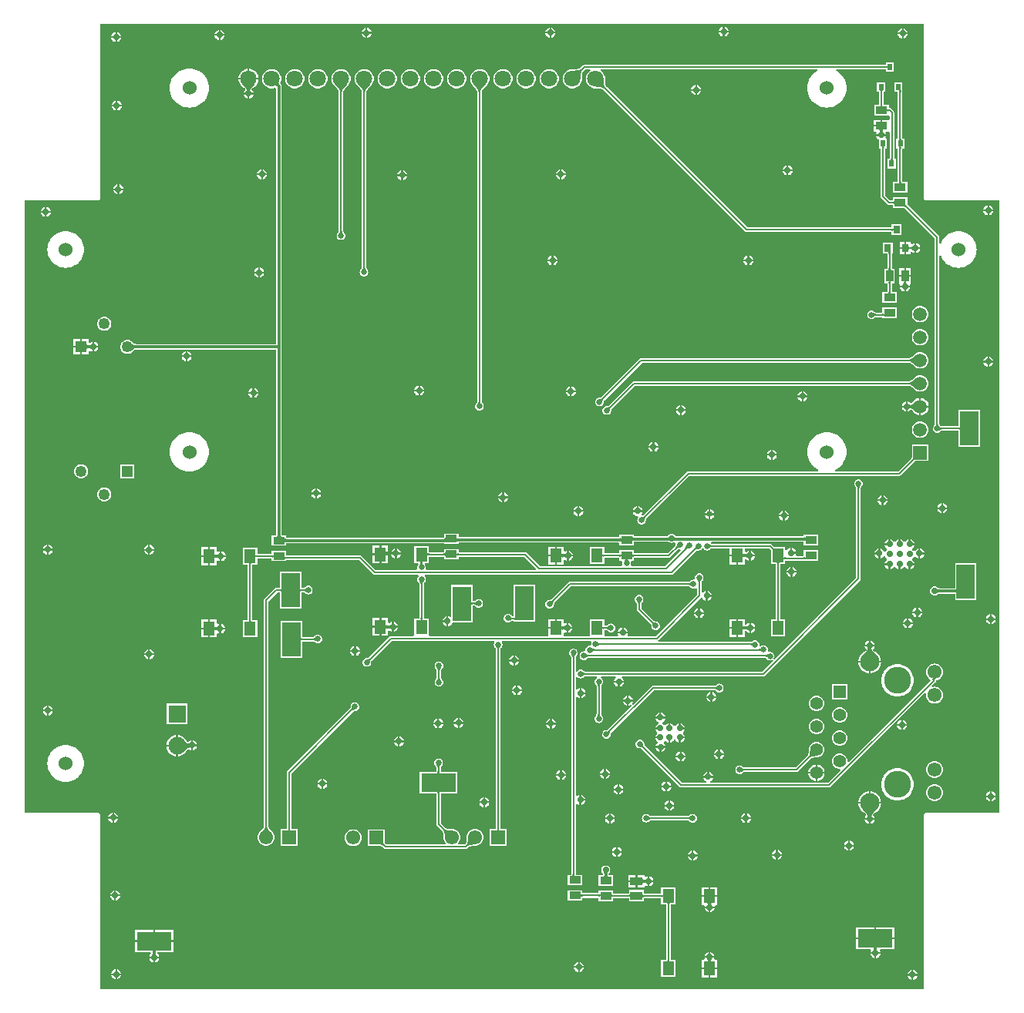
<source format=gbr>
%TF.GenerationSoftware,Altium Limited,Altium Designer,18.1.9 (240)*%
G04 Layer_Physical_Order=1*
G04 Layer_Color=255*
%FSLAX43Y43*%
%MOMM*%
%TF.FileFunction,Copper,L1,Top,Signal*%
%TF.Part,Single*%
G01*
G75*
%TA.AperFunction,SMDPad,CuDef*%
%ADD10R,2.030X3.800*%
%ADD11R,1.300X1.550*%
%ADD12R,0.600X0.750*%
%ADD13R,1.300X0.850*%
%ADD14R,0.850X1.300*%
%ADD15R,3.800X2.030*%
%ADD16R,1.350X0.950*%
%ADD17R,0.800X0.900*%
%TA.AperFunction,Conductor*%
%ADD18C,0.200*%
%ADD19C,0.300*%
%TA.AperFunction,ComponentPad*%
%ADD20C,1.250*%
%ADD21R,1.250X1.250*%
%ADD22C,1.550*%
%ADD23R,1.400X1.400*%
%ADD24C,1.400*%
%ADD25C,2.100*%
%ADD26C,2.950*%
%ADD27C,1.500*%
%ADD28R,1.500X1.500*%
%ADD29R,1.550X1.550*%
%TA.AperFunction,ViaPad*%
%ADD30C,1.524*%
%TA.AperFunction,ComponentPad*%
%ADD31C,1.950*%
%ADD32R,1.950X1.950*%
%ADD33C,1.800*%
%ADD34C,1.524*%
%TA.AperFunction,ViaPad*%
%ADD35C,0.700*%
%ADD36C,0.650*%
G36*
X124459Y112700D02*
X124482Y112583D01*
X124549Y112484D01*
X124648Y112417D01*
X124765Y112394D01*
X132794D01*
Y45086D01*
X124765D01*
X124648Y45063D01*
X124549Y44996D01*
X124482Y44897D01*
X124459Y44780D01*
Y25706D01*
X34041D01*
Y44780D01*
X34018Y44897D01*
X33951Y44996D01*
X33852Y45063D01*
X33735Y45086D01*
X25706D01*
Y112394D01*
X33735D01*
X33852Y112417D01*
X33951Y112484D01*
X34018Y112583D01*
X34041Y112700D01*
Y131774D01*
X124459D01*
X124459Y112700D01*
D02*
G37*
%LPC*%
G36*
X102589Y131453D02*
Y131012D01*
X103031D01*
X103025Y131055D01*
X102969Y131189D01*
X102881Y131304D01*
X102766Y131392D01*
X102633Y131447D01*
X102589Y131453D01*
D02*
G37*
G36*
X102389D02*
X102345Y131447D01*
X102212Y131392D01*
X102097Y131304D01*
X102009Y131189D01*
X101953Y131055D01*
X101947Y131012D01*
X102389D01*
Y131453D01*
D02*
G37*
G36*
X83564Y131352D02*
Y130910D01*
X84006D01*
X84000Y130954D01*
X83945Y131087D01*
X83857Y131202D01*
X83742Y131290D01*
X83608Y131346D01*
X83564Y131352D01*
D02*
G37*
G36*
X83364D02*
X83321Y131346D01*
X83187Y131290D01*
X83072Y131202D01*
X82984Y131087D01*
X82929Y130954D01*
X82923Y130910D01*
X83364D01*
Y131352D01*
D02*
G37*
G36*
X63371Y131326D02*
Y130885D01*
X63813D01*
X63807Y130928D01*
X63752Y131062D01*
X63664Y131177D01*
X63549Y131265D01*
X63415Y131320D01*
X63371Y131326D01*
D02*
G37*
G36*
X63171D02*
X63128Y131320D01*
X62994Y131265D01*
X62879Y131177D01*
X62791Y131062D01*
X62736Y130928D01*
X62730Y130885D01*
X63171D01*
Y131326D01*
D02*
G37*
G36*
X122249Y131275D02*
Y130834D01*
X122690D01*
X122684Y130877D01*
X122629Y131011D01*
X122541Y131126D01*
X122426Y131214D01*
X122292Y131270D01*
X122249Y131275D01*
D02*
G37*
G36*
X122049D02*
X122005Y131270D01*
X121871Y131214D01*
X121756Y131126D01*
X121668Y131011D01*
X121613Y130877D01*
X121607Y130834D01*
X122049D01*
Y131275D01*
D02*
G37*
G36*
X47242Y131098D02*
Y130656D01*
X47684D01*
X47678Y130700D01*
X47623Y130833D01*
X47535Y130948D01*
X47420Y131036D01*
X47286Y131092D01*
X47242Y131098D01*
D02*
G37*
G36*
X47042D02*
X46999Y131092D01*
X46865Y131036D01*
X46750Y130948D01*
X46662Y130833D01*
X46607Y130700D01*
X46601Y130656D01*
X47042D01*
Y131098D01*
D02*
G37*
G36*
X35889Y130869D02*
Y130427D01*
X36330D01*
X36324Y130471D01*
X36269Y130605D01*
X36181Y130720D01*
X36066Y130808D01*
X35932Y130863D01*
X35889Y130869D01*
D02*
G37*
G36*
X35689D02*
X35645Y130863D01*
X35511Y130808D01*
X35396Y130720D01*
X35308Y130605D01*
X35253Y130471D01*
X35247Y130427D01*
X35689D01*
Y130869D01*
D02*
G37*
G36*
X103031Y130812D02*
X102589D01*
Y130370D01*
X102633Y130376D01*
X102766Y130431D01*
X102881Y130519D01*
X102969Y130634D01*
X103025Y130768D01*
X103031Y130812D01*
D02*
G37*
G36*
X102389D02*
X101947D01*
X101953Y130768D01*
X102009Y130634D01*
X102097Y130519D01*
X102212Y130431D01*
X102345Y130376D01*
X102389Y130370D01*
Y130812D01*
D02*
G37*
G36*
X84006Y130710D02*
X83564D01*
Y130268D01*
X83608Y130274D01*
X83742Y130330D01*
X83857Y130418D01*
X83945Y130533D01*
X84000Y130666D01*
X84006Y130710D01*
D02*
G37*
G36*
X83364D02*
X82923D01*
X82929Y130666D01*
X82984Y130533D01*
X83072Y130418D01*
X83187Y130330D01*
X83321Y130274D01*
X83364Y130268D01*
Y130710D01*
D02*
G37*
G36*
X63813Y130685D02*
X63371D01*
Y130243D01*
X63415Y130249D01*
X63549Y130304D01*
X63664Y130392D01*
X63752Y130507D01*
X63807Y130641D01*
X63813Y130685D01*
D02*
G37*
G36*
X63171D02*
X62730D01*
X62736Y130641D01*
X62791Y130507D01*
X62879Y130392D01*
X62994Y130304D01*
X63128Y130249D01*
X63171Y130243D01*
Y130685D01*
D02*
G37*
G36*
X122690Y130634D02*
X122249D01*
Y130192D01*
X122292Y130198D01*
X122426Y130253D01*
X122541Y130342D01*
X122629Y130456D01*
X122684Y130590D01*
X122690Y130634D01*
D02*
G37*
G36*
X122049D02*
X121607D01*
X121613Y130590D01*
X121668Y130456D01*
X121756Y130342D01*
X121871Y130253D01*
X122005Y130198D01*
X122049Y130192D01*
Y130634D01*
D02*
G37*
G36*
X47684Y130456D02*
X47242D01*
Y130014D01*
X47286Y130020D01*
X47420Y130076D01*
X47535Y130164D01*
X47623Y130279D01*
X47678Y130412D01*
X47684Y130456D01*
D02*
G37*
G36*
X47042D02*
X46601D01*
X46607Y130412D01*
X46662Y130279D01*
X46750Y130164D01*
X46865Y130076D01*
X46999Y130020D01*
X47042Y130014D01*
Y130456D01*
D02*
G37*
G36*
X36330Y130227D02*
X35889D01*
Y129786D01*
X35932Y129792D01*
X36066Y129847D01*
X36181Y129935D01*
X36269Y130050D01*
X36324Y130184D01*
X36330Y130227D01*
D02*
G37*
G36*
X35689D02*
X35247D01*
X35253Y130184D01*
X35308Y130050D01*
X35396Y129935D01*
X35511Y129847D01*
X35645Y129792D01*
X35689Y129786D01*
Y130227D01*
D02*
G37*
G36*
X121176Y127558D02*
X120276D01*
Y127288D01*
X120272Y127288D01*
X87181D01*
X87083Y127269D01*
X87000Y127213D01*
X86702Y126915D01*
X86689Y126904D01*
X86653Y126883D01*
X86602Y126861D01*
X86538Y126841D01*
X86461Y126823D01*
X86374Y126808D01*
X86024Y126783D01*
X85886Y126783D01*
X85885Y126783D01*
X85877Y126783D01*
X85713Y126770D01*
X85552Y126732D01*
X85399Y126668D01*
X85258Y126582D01*
X85133Y126475D01*
X85025Y126349D01*
X84939Y126208D01*
X84876Y126055D01*
X84837Y125895D01*
X84824Y125730D01*
X84837Y125565D01*
X84876Y125405D01*
X84939Y125252D01*
X85025Y125111D01*
X85133Y124985D01*
X85258Y124878D01*
X85399Y124792D01*
X85552Y124728D01*
X85713Y124690D01*
X85877Y124677D01*
X86042Y124690D01*
X86203Y124728D01*
X86356Y124792D01*
X86496Y124878D01*
X86622Y124985D01*
X86729Y125111D01*
X86816Y125252D01*
X86879Y125405D01*
X86918Y125565D01*
X86931Y125730D01*
X86930Y125737D01*
X86930Y125738D01*
X86931Y125879D01*
X86935Y126004D01*
X86955Y126225D01*
X86970Y126314D01*
X86988Y126391D01*
X87008Y126455D01*
X87030Y126505D01*
X87051Y126541D01*
X87062Y126554D01*
X87286Y126778D01*
X87831D01*
X87874Y126628D01*
X87798Y126582D01*
X87673Y126475D01*
X87565Y126349D01*
X87479Y126208D01*
X87416Y126055D01*
X87377Y125895D01*
X87364Y125730D01*
X87377Y125565D01*
X87416Y125405D01*
X87479Y125252D01*
X87565Y125111D01*
X87673Y124985D01*
X87798Y124878D01*
X87939Y124792D01*
X88092Y124728D01*
X88253Y124690D01*
X88417Y124677D01*
X88425Y124677D01*
X88426Y124677D01*
X88566Y124677D01*
X88692Y124672D01*
X88913Y124652D01*
X89001Y124637D01*
X89078Y124619D01*
X89142Y124599D01*
X89193Y124577D01*
X89229Y124556D01*
X89242Y124545D01*
X104839Y108948D01*
X104922Y108892D01*
X105020Y108873D01*
X120909D01*
X120913Y108873D01*
Y108528D01*
X122013D01*
Y109728D01*
X120913D01*
Y109383D01*
X120909Y109383D01*
X105125D01*
X89602Y124906D01*
X89591Y124919D01*
X89570Y124955D01*
X89548Y125005D01*
X89528Y125069D01*
X89510Y125146D01*
X89495Y125233D01*
X89471Y125584D01*
X89470Y125722D01*
X89470Y125723D01*
X89471Y125730D01*
X89458Y125895D01*
X89419Y126055D01*
X89356Y126208D01*
X89269Y126349D01*
X89162Y126475D01*
X89036Y126582D01*
X88961Y126628D01*
X89003Y126778D01*
X112771D01*
X112806Y126628D01*
X112740Y126596D01*
X112506Y126439D01*
X112294Y126254D01*
X112108Y126042D01*
X111951Y125807D01*
X111827Y125555D01*
X111736Y125288D01*
X111681Y125011D01*
X111663Y124730D01*
X111681Y124449D01*
X111736Y124172D01*
X111827Y123905D01*
X111951Y123653D01*
X112108Y123418D01*
X112294Y123206D01*
X112506Y123021D01*
X112740Y122864D01*
X112993Y122739D01*
X113260Y122649D01*
X113536Y122594D01*
X113817Y122575D01*
X114099Y122594D01*
X114375Y122649D01*
X114642Y122739D01*
X114895Y122864D01*
X115129Y123021D01*
X115341Y123206D01*
X115527Y123418D01*
X115683Y123653D01*
X115808Y123905D01*
X115899Y124172D01*
X115954Y124449D01*
X115972Y124730D01*
X115954Y125011D01*
X115899Y125288D01*
X115808Y125555D01*
X115683Y125807D01*
X115527Y126042D01*
X115341Y126254D01*
X115129Y126439D01*
X114895Y126596D01*
X114829Y126628D01*
X114864Y126778D01*
X120272D01*
X120276Y126778D01*
Y126508D01*
X121176D01*
Y127558D01*
D02*
G37*
G36*
X50417Y126826D02*
Y125830D01*
X51413D01*
X51407Y125903D01*
X51367Y126071D01*
X51301Y126231D01*
X51210Y126379D01*
X51098Y126510D01*
X50966Y126623D01*
X50818Y126713D01*
X50658Y126779D01*
X50490Y126820D01*
X50417Y126826D01*
D02*
G37*
G36*
X50217D02*
X50145Y126820D01*
X49976Y126779D01*
X49816Y126713D01*
X49669Y126623D01*
X49537Y126510D01*
X49425Y126379D01*
X49334Y126231D01*
X49268Y126071D01*
X49228Y125903D01*
X49222Y125830D01*
X50217D01*
Y126826D01*
D02*
G37*
G36*
X83337Y126783D02*
X83173Y126770D01*
X83012Y126732D01*
X82859Y126668D01*
X82718Y126582D01*
X82593Y126475D01*
X82485Y126349D01*
X82399Y126208D01*
X82336Y126055D01*
X82297Y125895D01*
X82284Y125730D01*
X82297Y125565D01*
X82336Y125405D01*
X82399Y125252D01*
X82485Y125111D01*
X82593Y124985D01*
X82718Y124878D01*
X82859Y124792D01*
X83012Y124728D01*
X83173Y124690D01*
X83337Y124677D01*
X83502Y124690D01*
X83663Y124728D01*
X83816Y124792D01*
X83956Y124878D01*
X84082Y124985D01*
X84189Y125111D01*
X84276Y125252D01*
X84339Y125405D01*
X84378Y125565D01*
X84391Y125730D01*
X84378Y125895D01*
X84339Y126055D01*
X84276Y126208D01*
X84189Y126349D01*
X84082Y126475D01*
X83956Y126582D01*
X83816Y126668D01*
X83663Y126732D01*
X83502Y126770D01*
X83337Y126783D01*
D02*
G37*
G36*
X80797D02*
X80633Y126770D01*
X80472Y126732D01*
X80319Y126668D01*
X80178Y126582D01*
X80053Y126475D01*
X79945Y126349D01*
X79859Y126208D01*
X79796Y126055D01*
X79757Y125895D01*
X79744Y125730D01*
X79757Y125565D01*
X79796Y125405D01*
X79859Y125252D01*
X79945Y125111D01*
X80053Y124985D01*
X80178Y124878D01*
X80319Y124792D01*
X80472Y124728D01*
X80633Y124690D01*
X80797Y124677D01*
X80962Y124690D01*
X81123Y124728D01*
X81276Y124792D01*
X81416Y124878D01*
X81542Y124985D01*
X81649Y125111D01*
X81736Y125252D01*
X81799Y125405D01*
X81838Y125565D01*
X81851Y125730D01*
X81838Y125895D01*
X81799Y126055D01*
X81736Y126208D01*
X81649Y126349D01*
X81542Y126475D01*
X81416Y126582D01*
X81276Y126668D01*
X81123Y126732D01*
X80962Y126770D01*
X80797Y126783D01*
D02*
G37*
G36*
X78257D02*
X78093Y126770D01*
X77932Y126732D01*
X77779Y126668D01*
X77638Y126582D01*
X77513Y126475D01*
X77405Y126349D01*
X77319Y126208D01*
X77256Y126055D01*
X77217Y125895D01*
X77204Y125730D01*
X77217Y125565D01*
X77256Y125405D01*
X77319Y125252D01*
X77405Y125111D01*
X77513Y124985D01*
X77638Y124878D01*
X77779Y124792D01*
X77932Y124728D01*
X78093Y124690D01*
X78257Y124677D01*
X78422Y124690D01*
X78583Y124728D01*
X78736Y124792D01*
X78876Y124878D01*
X79002Y124985D01*
X79109Y125111D01*
X79196Y125252D01*
X79259Y125405D01*
X79298Y125565D01*
X79311Y125730D01*
X79298Y125895D01*
X79259Y126055D01*
X79196Y126208D01*
X79109Y126349D01*
X79002Y126475D01*
X78876Y126582D01*
X78736Y126668D01*
X78583Y126732D01*
X78422Y126770D01*
X78257Y126783D01*
D02*
G37*
G36*
X73177D02*
X73013Y126770D01*
X72852Y126732D01*
X72699Y126668D01*
X72558Y126582D01*
X72433Y126475D01*
X72325Y126349D01*
X72239Y126208D01*
X72176Y126055D01*
X72137Y125895D01*
X72124Y125730D01*
X72137Y125565D01*
X72176Y125405D01*
X72239Y125252D01*
X72325Y125111D01*
X72433Y124985D01*
X72558Y124878D01*
X72699Y124792D01*
X72852Y124728D01*
X73013Y124690D01*
X73177Y124677D01*
X73342Y124690D01*
X73503Y124728D01*
X73656Y124792D01*
X73796Y124878D01*
X73922Y124985D01*
X74029Y125111D01*
X74116Y125252D01*
X74179Y125405D01*
X74218Y125565D01*
X74231Y125730D01*
X74218Y125895D01*
X74179Y126055D01*
X74116Y126208D01*
X74029Y126349D01*
X73922Y126475D01*
X73796Y126582D01*
X73656Y126668D01*
X73503Y126732D01*
X73342Y126770D01*
X73177Y126783D01*
D02*
G37*
G36*
X70637D02*
X70473Y126770D01*
X70312Y126732D01*
X70159Y126668D01*
X70018Y126582D01*
X69893Y126475D01*
X69785Y126349D01*
X69699Y126208D01*
X69636Y126055D01*
X69597Y125895D01*
X69584Y125730D01*
X69597Y125565D01*
X69636Y125405D01*
X69699Y125252D01*
X69785Y125111D01*
X69893Y124985D01*
X70018Y124878D01*
X70159Y124792D01*
X70312Y124728D01*
X70473Y124690D01*
X70637Y124677D01*
X70802Y124690D01*
X70963Y124728D01*
X71116Y124792D01*
X71256Y124878D01*
X71382Y124985D01*
X71489Y125111D01*
X71576Y125252D01*
X71639Y125405D01*
X71678Y125565D01*
X71691Y125730D01*
X71678Y125895D01*
X71639Y126055D01*
X71576Y126208D01*
X71489Y126349D01*
X71382Y126475D01*
X71256Y126582D01*
X71116Y126668D01*
X70963Y126732D01*
X70802Y126770D01*
X70637Y126783D01*
D02*
G37*
G36*
X68097D02*
X67933Y126770D01*
X67772Y126732D01*
X67619Y126668D01*
X67478Y126582D01*
X67353Y126475D01*
X67245Y126349D01*
X67159Y126208D01*
X67096Y126055D01*
X67057Y125895D01*
X67044Y125730D01*
X67057Y125565D01*
X67096Y125405D01*
X67159Y125252D01*
X67245Y125111D01*
X67353Y124985D01*
X67478Y124878D01*
X67619Y124792D01*
X67772Y124728D01*
X67933Y124690D01*
X68097Y124677D01*
X68262Y124690D01*
X68423Y124728D01*
X68576Y124792D01*
X68716Y124878D01*
X68842Y124985D01*
X68949Y125111D01*
X69036Y125252D01*
X69099Y125405D01*
X69138Y125565D01*
X69151Y125730D01*
X69138Y125895D01*
X69099Y126055D01*
X69036Y126208D01*
X68949Y126349D01*
X68842Y126475D01*
X68716Y126582D01*
X68576Y126668D01*
X68423Y126732D01*
X68262Y126770D01*
X68097Y126783D01*
D02*
G37*
G36*
X65557D02*
X65393Y126770D01*
X65232Y126732D01*
X65079Y126668D01*
X64938Y126582D01*
X64813Y126475D01*
X64705Y126349D01*
X64619Y126208D01*
X64556Y126055D01*
X64517Y125895D01*
X64504Y125730D01*
X64517Y125565D01*
X64556Y125405D01*
X64619Y125252D01*
X64705Y125111D01*
X64813Y124985D01*
X64938Y124878D01*
X65079Y124792D01*
X65232Y124728D01*
X65393Y124690D01*
X65557Y124677D01*
X65722Y124690D01*
X65883Y124728D01*
X66036Y124792D01*
X66176Y124878D01*
X66302Y124985D01*
X66409Y125111D01*
X66496Y125252D01*
X66559Y125405D01*
X66598Y125565D01*
X66611Y125730D01*
X66598Y125895D01*
X66559Y126055D01*
X66496Y126208D01*
X66409Y126349D01*
X66302Y126475D01*
X66176Y126582D01*
X66036Y126668D01*
X65883Y126732D01*
X65722Y126770D01*
X65557Y126783D01*
D02*
G37*
G36*
X57937D02*
X57773Y126770D01*
X57612Y126732D01*
X57459Y126668D01*
X57318Y126582D01*
X57193Y126475D01*
X57085Y126349D01*
X56999Y126208D01*
X56936Y126055D01*
X56897Y125895D01*
X56884Y125730D01*
X56897Y125565D01*
X56936Y125405D01*
X56999Y125252D01*
X57085Y125111D01*
X57193Y124985D01*
X57318Y124878D01*
X57459Y124792D01*
X57612Y124728D01*
X57773Y124690D01*
X57937Y124677D01*
X58102Y124690D01*
X58263Y124728D01*
X58416Y124792D01*
X58556Y124878D01*
X58682Y124985D01*
X58789Y125111D01*
X58876Y125252D01*
X58939Y125405D01*
X58978Y125565D01*
X58991Y125730D01*
X58978Y125895D01*
X58939Y126055D01*
X58876Y126208D01*
X58789Y126349D01*
X58682Y126475D01*
X58556Y126582D01*
X58416Y126668D01*
X58263Y126732D01*
X58102Y126770D01*
X57937Y126783D01*
D02*
G37*
G36*
X55397D02*
X55233Y126770D01*
X55072Y126732D01*
X54919Y126668D01*
X54778Y126582D01*
X54653Y126475D01*
X54545Y126349D01*
X54459Y126208D01*
X54396Y126055D01*
X54357Y125895D01*
X54344Y125730D01*
X54357Y125565D01*
X54396Y125405D01*
X54459Y125252D01*
X54545Y125111D01*
X54653Y124985D01*
X54778Y124878D01*
X54919Y124792D01*
X55072Y124728D01*
X55233Y124690D01*
X55397Y124677D01*
X55562Y124690D01*
X55723Y124728D01*
X55876Y124792D01*
X56016Y124878D01*
X56142Y124985D01*
X56249Y125111D01*
X56336Y125252D01*
X56399Y125405D01*
X56438Y125565D01*
X56451Y125730D01*
X56438Y125895D01*
X56399Y126055D01*
X56336Y126208D01*
X56249Y126349D01*
X56142Y126475D01*
X56016Y126582D01*
X55876Y126668D01*
X55723Y126732D01*
X55562Y126770D01*
X55397Y126783D01*
D02*
G37*
G36*
X99566Y125052D02*
Y124611D01*
X100008D01*
X100002Y124654D01*
X99947Y124788D01*
X99859Y124903D01*
X99744Y124991D01*
X99610Y125047D01*
X99566Y125052D01*
D02*
G37*
G36*
X99366D02*
X99323Y125047D01*
X99189Y124991D01*
X99074Y124903D01*
X98986Y124788D01*
X98931Y124654D01*
X98925Y124611D01*
X99366D01*
Y125052D01*
D02*
G37*
G36*
X51413Y125630D02*
X49222D01*
X49228Y125557D01*
X49268Y125389D01*
X49334Y125229D01*
X49425Y125081D01*
X49537Y124950D01*
X49669Y124837D01*
X49816Y124747D01*
X49939Y124696D01*
X49971Y124588D01*
X49967Y124529D01*
X49925Y124497D01*
X49837Y124382D01*
X49782Y124248D01*
X49776Y124204D01*
X50859D01*
X50853Y124248D01*
X50798Y124382D01*
X50710Y124497D01*
X50668Y124529D01*
X50664Y124588D01*
X50696Y124696D01*
X50818Y124747D01*
X50966Y124837D01*
X51098Y124950D01*
X51210Y125081D01*
X51301Y125229D01*
X51367Y125389D01*
X51407Y125557D01*
X51413Y125630D01*
D02*
G37*
G36*
X100008Y124411D02*
X99566D01*
Y123969D01*
X99610Y123975D01*
X99744Y124030D01*
X99859Y124119D01*
X99947Y124233D01*
X100002Y124367D01*
X100008Y124411D01*
D02*
G37*
G36*
X99366D02*
X98925D01*
X98931Y124367D01*
X98986Y124233D01*
X99074Y124119D01*
X99189Y124030D01*
X99323Y123975D01*
X99366Y123969D01*
Y124411D01*
D02*
G37*
G36*
X50859Y124004D02*
X50417D01*
Y123563D01*
X50461Y123569D01*
X50595Y123624D01*
X50710Y123712D01*
X50798Y123827D01*
X50853Y123961D01*
X50859Y124004D01*
D02*
G37*
G36*
X50217D02*
X49776D01*
X49782Y123961D01*
X49837Y123827D01*
X49925Y123712D01*
X50040Y123624D01*
X50174Y123569D01*
X50217Y123563D01*
Y124004D01*
D02*
G37*
G36*
X35939Y123325D02*
Y122884D01*
X36381D01*
X36375Y122927D01*
X36320Y123061D01*
X36232Y123176D01*
X36117Y123264D01*
X35983Y123319D01*
X35939Y123325D01*
D02*
G37*
G36*
X35739D02*
X35696Y123319D01*
X35562Y123264D01*
X35447Y123176D01*
X35359Y123061D01*
X35304Y122927D01*
X35298Y122884D01*
X35739D01*
Y123325D01*
D02*
G37*
G36*
X43817Y126885D02*
X43536Y126866D01*
X43260Y126811D01*
X42993Y126721D01*
X42740Y126596D01*
X42506Y126439D01*
X42294Y126254D01*
X42108Y126042D01*
X41951Y125807D01*
X41827Y125555D01*
X41736Y125288D01*
X41681Y125011D01*
X41663Y124730D01*
X41681Y124449D01*
X41736Y124172D01*
X41827Y123905D01*
X41951Y123653D01*
X42108Y123418D01*
X42294Y123206D01*
X42506Y123021D01*
X42740Y122864D01*
X42993Y122739D01*
X43260Y122649D01*
X43536Y122594D01*
X43817Y122575D01*
X44099Y122594D01*
X44375Y122649D01*
X44642Y122739D01*
X44895Y122864D01*
X45129Y123021D01*
X45341Y123206D01*
X45527Y123418D01*
X45683Y123653D01*
X45808Y123905D01*
X45899Y124172D01*
X45954Y124449D01*
X45972Y124730D01*
X45954Y125011D01*
X45899Y125288D01*
X45808Y125555D01*
X45683Y125807D01*
X45527Y126042D01*
X45341Y126254D01*
X45129Y126439D01*
X44895Y126596D01*
X44642Y126721D01*
X44375Y126811D01*
X44099Y126866D01*
X43817Y126885D01*
D02*
G37*
G36*
X36381Y122684D02*
X35939D01*
Y122242D01*
X35983Y122248D01*
X36117Y122303D01*
X36232Y122391D01*
X36320Y122506D01*
X36375Y122640D01*
X36381Y122684D01*
D02*
G37*
G36*
X35739D02*
X35298D01*
X35304Y122640D01*
X35359Y122506D01*
X35447Y122391D01*
X35562Y122303D01*
X35696Y122248D01*
X35739Y122242D01*
Y122684D01*
D02*
G37*
G36*
X119712Y121201D02*
X118962D01*
Y120676D01*
X119712D01*
Y121201D01*
D02*
G37*
G36*
X120226Y125358D02*
X119326D01*
Y124308D01*
X119557D01*
X119557Y124304D01*
Y122855D01*
X119556Y122851D01*
X119012D01*
Y121701D01*
X120612D01*
X120700Y121587D01*
Y121335D01*
X120662Y121201D01*
X120550Y121201D01*
X119912D01*
Y120576D01*
X119812D01*
Y120476D01*
X118962D01*
Y119951D01*
X119215D01*
X119296Y119810D01*
X119240Y119676D01*
X119235Y119632D01*
X120318D01*
X120312Y119676D01*
X120257Y119810D01*
X120338Y119951D01*
X120662Y119951D01*
X120700Y119816D01*
Y116929D01*
X120700Y116925D01*
X120479D01*
Y115875D01*
X121379D01*
Y116925D01*
X121210D01*
X121210Y116929D01*
Y122047D01*
X121190Y122145D01*
X121135Y122227D01*
X120906Y122456D01*
X120824Y122511D01*
X120726Y122531D01*
X120616D01*
X120612Y122531D01*
Y122851D01*
X120067D01*
X120067Y122855D01*
Y124304D01*
X120067Y124308D01*
X120226D01*
Y125358D01*
D02*
G37*
G36*
X109599Y116213D02*
Y115772D01*
X110041D01*
X110035Y115815D01*
X109980Y115949D01*
X109892Y116064D01*
X109777Y116152D01*
X109643Y116207D01*
X109599Y116213D01*
D02*
G37*
G36*
X109399D02*
X109356Y116207D01*
X109222Y116152D01*
X109107Y116064D01*
X109019Y115949D01*
X108964Y115815D01*
X108958Y115772D01*
X109399D01*
Y116213D01*
D02*
G37*
G36*
X84707Y115781D02*
Y115340D01*
X85149D01*
X85143Y115383D01*
X85088Y115517D01*
X85000Y115632D01*
X84885Y115720D01*
X84751Y115776D01*
X84707Y115781D01*
D02*
G37*
G36*
X84507D02*
X84464Y115776D01*
X84330Y115720D01*
X84215Y115632D01*
X84127Y115517D01*
X84072Y115383D01*
X84066Y115340D01*
X84507D01*
Y115781D01*
D02*
G37*
G36*
X51891D02*
Y115340D01*
X52332D01*
X52326Y115383D01*
X52271Y115517D01*
X52183Y115632D01*
X52068Y115720D01*
X51934Y115776D01*
X51891Y115781D01*
D02*
G37*
G36*
X51691D02*
X51647Y115776D01*
X51513Y115720D01*
X51398Y115632D01*
X51310Y115517D01*
X51255Y115383D01*
X51249Y115340D01*
X51691D01*
Y115781D01*
D02*
G37*
G36*
X67283Y115680D02*
Y115238D01*
X67725D01*
X67719Y115282D01*
X67663Y115416D01*
X67575Y115530D01*
X67460Y115619D01*
X67327Y115674D01*
X67283Y115680D01*
D02*
G37*
G36*
X67083D02*
X67039Y115674D01*
X66906Y115619D01*
X66791Y115530D01*
X66703Y115416D01*
X66647Y115282D01*
X66641Y115238D01*
X67083D01*
Y115680D01*
D02*
G37*
G36*
X110041Y115572D02*
X109599D01*
Y115130D01*
X109643Y115136D01*
X109777Y115191D01*
X109892Y115279D01*
X109980Y115394D01*
X110035Y115528D01*
X110041Y115572D01*
D02*
G37*
G36*
X109399D02*
X108958D01*
X108964Y115528D01*
X109019Y115394D01*
X109107Y115279D01*
X109222Y115191D01*
X109356Y115136D01*
X109399Y115130D01*
Y115572D01*
D02*
G37*
G36*
X85149Y115140D02*
X84707D01*
Y114698D01*
X84751Y114704D01*
X84885Y114759D01*
X85000Y114848D01*
X85088Y114962D01*
X85143Y115096D01*
X85149Y115140D01*
D02*
G37*
G36*
X84507D02*
X84066D01*
X84072Y115096D01*
X84127Y114962D01*
X84215Y114848D01*
X84330Y114759D01*
X84464Y114704D01*
X84507Y114698D01*
Y115140D01*
D02*
G37*
G36*
X52332D02*
X51891D01*
Y114698D01*
X51934Y114704D01*
X52068Y114759D01*
X52183Y114848D01*
X52271Y114962D01*
X52326Y115096D01*
X52332Y115140D01*
D02*
G37*
G36*
X51691D02*
X51249D01*
X51255Y115096D01*
X51310Y114962D01*
X51398Y114848D01*
X51513Y114759D01*
X51647Y114704D01*
X51691Y114698D01*
Y115140D01*
D02*
G37*
G36*
X67725Y115038D02*
X67283D01*
Y114597D01*
X67327Y114602D01*
X67460Y114658D01*
X67575Y114746D01*
X67663Y114861D01*
X67719Y114995D01*
X67725Y115038D01*
D02*
G37*
G36*
X67083D02*
X66641D01*
X66647Y114995D01*
X66703Y114861D01*
X66791Y114746D01*
X66906Y114658D01*
X67039Y114602D01*
X67083Y114597D01*
Y115038D01*
D02*
G37*
G36*
X36117Y114130D02*
Y113689D01*
X36559D01*
X36553Y113732D01*
X36498Y113866D01*
X36409Y113981D01*
X36295Y114069D01*
X36161Y114125D01*
X36117Y114130D01*
D02*
G37*
G36*
X35917D02*
X35874Y114125D01*
X35740Y114069D01*
X35625Y113981D01*
X35537Y113866D01*
X35481Y113732D01*
X35476Y113689D01*
X35917D01*
Y114130D01*
D02*
G37*
G36*
X122126Y125358D02*
X121226D01*
Y124308D01*
X121614D01*
X121614Y124304D01*
Y119129D01*
X121614Y119125D01*
X121429D01*
Y118075D01*
X121614D01*
X121614Y118071D01*
Y114395D01*
X121614Y114391D01*
X121069D01*
Y113241D01*
X122669D01*
Y114391D01*
X122124D01*
X122124Y114395D01*
Y118071D01*
X122125Y118075D01*
X122329D01*
Y119125D01*
X122124D01*
X122124Y119129D01*
Y124308D01*
X122126D01*
Y125358D01*
D02*
G37*
G36*
X36559Y113489D02*
X36117D01*
Y113047D01*
X36161Y113053D01*
X36295Y113108D01*
X36409Y113197D01*
X36498Y113311D01*
X36553Y113445D01*
X36559Y113489D01*
D02*
G37*
G36*
X35917D02*
X35476D01*
X35481Y113445D01*
X35537Y113311D01*
X35625Y113197D01*
X35740Y113108D01*
X35874Y113053D01*
X35917Y113047D01*
Y113489D01*
D02*
G37*
G36*
X131647Y111819D02*
Y111377D01*
X132088D01*
X132082Y111421D01*
X132027Y111555D01*
X131939Y111670D01*
X131824Y111758D01*
X131690Y111813D01*
X131647Y111819D01*
D02*
G37*
G36*
X131447D02*
X131403Y111813D01*
X131269Y111758D01*
X131154Y111670D01*
X131066Y111555D01*
X131011Y111421D01*
X131005Y111377D01*
X131447D01*
Y111819D01*
D02*
G37*
G36*
X28142Y111641D02*
Y111200D01*
X28583D01*
X28577Y111243D01*
X28522Y111377D01*
X28434Y111492D01*
X28319Y111580D01*
X28185Y111635D01*
X28142Y111641D01*
D02*
G37*
G36*
X27942D02*
X27898Y111635D01*
X27764Y111580D01*
X27649Y111492D01*
X27561Y111377D01*
X27506Y111243D01*
X27500Y111200D01*
X27942D01*
Y111641D01*
D02*
G37*
G36*
X132088Y111177D02*
X131647D01*
Y110736D01*
X131690Y110742D01*
X131824Y110797D01*
X131939Y110885D01*
X132027Y111000D01*
X132082Y111134D01*
X132088Y111177D01*
D02*
G37*
G36*
X131447D02*
X131005D01*
X131011Y111134D01*
X131066Y111000D01*
X131154Y110885D01*
X131269Y110797D01*
X131403Y110742D01*
X131447Y110736D01*
Y111177D01*
D02*
G37*
G36*
X28583Y111000D02*
X28142D01*
Y110558D01*
X28185Y110564D01*
X28319Y110619D01*
X28434Y110707D01*
X28522Y110822D01*
X28577Y110956D01*
X28583Y111000D01*
D02*
G37*
G36*
X27942D02*
X27500D01*
X27506Y110956D01*
X27561Y110822D01*
X27649Y110707D01*
X27764Y110619D01*
X27898Y110564D01*
X27942Y110558D01*
Y111000D01*
D02*
G37*
G36*
X60477Y126783D02*
X60313Y126770D01*
X60152Y126732D01*
X59999Y126668D01*
X59858Y126582D01*
X59733Y126475D01*
X59625Y126349D01*
X59539Y126208D01*
X59476Y126055D01*
X59437Y125895D01*
X59424Y125730D01*
X59437Y125565D01*
X59476Y125405D01*
X59539Y125252D01*
X59625Y125111D01*
X59733Y124985D01*
X59738Y124980D01*
X59739Y124980D01*
X59838Y124880D01*
X59923Y124788D01*
X60065Y124618D01*
X60118Y124545D01*
X60160Y124477D01*
X60190Y124418D01*
X60210Y124367D01*
X60221Y124326D01*
X60222Y124309D01*
Y108989D01*
X60222Y108982D01*
X60218Y108967D01*
X60213Y108952D01*
X60207Y108936D01*
X60199Y108920D01*
X60188Y108904D01*
X60176Y108886D01*
X60160Y108869D01*
X60145Y108852D01*
X60139Y108848D01*
X60062Y108748D01*
X60015Y108633D01*
X59998Y108509D01*
X60015Y108385D01*
X60062Y108269D01*
X60139Y108170D01*
X60238Y108094D01*
X60353Y108046D01*
X60477Y108030D01*
X60601Y108046D01*
X60717Y108094D01*
X60816Y108170D01*
X60892Y108269D01*
X60940Y108385D01*
X60957Y108509D01*
X60940Y108633D01*
X60892Y108748D01*
X60816Y108848D01*
X60810Y108852D01*
X60794Y108869D01*
X60779Y108886D01*
X60767Y108904D01*
X60756Y108920D01*
X60748Y108936D01*
X60741Y108952D01*
X60737Y108967D01*
X60733Y108982D01*
X60732Y108989D01*
Y124309D01*
X60734Y124326D01*
X60744Y124367D01*
X60764Y124418D01*
X60795Y124477D01*
X60837Y124545D01*
X60888Y124616D01*
X61119Y124882D01*
X61216Y124980D01*
X61217Y124980D01*
X61222Y124985D01*
X61329Y125111D01*
X61416Y125252D01*
X61479Y125405D01*
X61518Y125565D01*
X61531Y125730D01*
X61518Y125895D01*
X61479Y126055D01*
X61416Y126208D01*
X61329Y126349D01*
X61222Y126475D01*
X61096Y126582D01*
X60956Y126668D01*
X60803Y126732D01*
X60642Y126770D01*
X60477Y126783D01*
D02*
G37*
G36*
X123620Y107679D02*
Y107237D01*
X124062D01*
X124056Y107281D01*
X124001Y107415D01*
X123912Y107529D01*
X123798Y107618D01*
X123664Y107673D01*
X123620Y107679D01*
D02*
G37*
G36*
X122313Y107778D02*
X121813D01*
Y107228D01*
X122313D01*
Y107778D01*
D02*
G37*
G36*
X124062Y107037D02*
X123620D01*
Y106596D01*
X123664Y106601D01*
X123798Y106657D01*
X123912Y106745D01*
X124001Y106860D01*
X124056Y106994D01*
X124062Y107037D01*
D02*
G37*
G36*
X123013Y107778D02*
X122513D01*
Y107128D01*
Y106478D01*
X123013D01*
Y106651D01*
X123046Y106679D01*
X123163Y106718D01*
X123243Y106657D01*
X123377Y106601D01*
X123420Y106596D01*
Y107137D01*
Y107679D01*
X123377Y107673D01*
X123243Y107618D01*
X123163Y107556D01*
X123046Y107596D01*
X123013Y107623D01*
Y107778D01*
D02*
G37*
G36*
X122313Y107028D02*
X121813D01*
Y106478D01*
X122313D01*
Y107028D01*
D02*
G37*
G36*
X105307Y106307D02*
Y105866D01*
X105748D01*
X105743Y105909D01*
X105687Y106043D01*
X105599Y106158D01*
X105484Y106246D01*
X105350Y106301D01*
X105307Y106307D01*
D02*
G37*
G36*
X105107D02*
X105063Y106301D01*
X104929Y106246D01*
X104815Y106158D01*
X104726Y106043D01*
X104671Y105909D01*
X104665Y105866D01*
X105107D01*
Y106307D01*
D02*
G37*
G36*
X83793D02*
Y105866D01*
X84235D01*
X84229Y105909D01*
X84173Y106043D01*
X84085Y106158D01*
X83970Y106246D01*
X83837Y106301D01*
X83793Y106307D01*
D02*
G37*
G36*
X83593D02*
X83549Y106301D01*
X83416Y106246D01*
X83301Y106158D01*
X83213Y106043D01*
X83157Y105909D01*
X83151Y105866D01*
X83593D01*
Y106307D01*
D02*
G37*
G36*
X105748Y105666D02*
X105307D01*
Y105224D01*
X105350Y105230D01*
X105484Y105285D01*
X105599Y105373D01*
X105687Y105488D01*
X105743Y105622D01*
X105748Y105666D01*
D02*
G37*
G36*
X105107D02*
X104665D01*
X104671Y105622D01*
X104726Y105488D01*
X104815Y105373D01*
X104929Y105285D01*
X105063Y105230D01*
X105107Y105224D01*
Y105666D01*
D02*
G37*
G36*
X84235D02*
X83793D01*
Y105224D01*
X83837Y105230D01*
X83970Y105285D01*
X84085Y105373D01*
X84173Y105488D01*
X84229Y105622D01*
X84235Y105666D01*
D02*
G37*
G36*
X83593D02*
X83151D01*
X83157Y105622D01*
X83213Y105488D01*
X83301Y105373D01*
X83416Y105285D01*
X83549Y105230D01*
X83593Y105224D01*
Y105666D01*
D02*
G37*
G36*
X30250Y109004D02*
X29986Y108987D01*
X29727Y108935D01*
X29477Y108850D01*
X29240Y108734D01*
X29021Y108587D01*
X28822Y108413D01*
X28648Y108214D01*
X28501Y107994D01*
X28384Y107758D01*
X28299Y107507D01*
X28248Y107248D01*
X28231Y106985D01*
X28248Y106721D01*
X28299Y106462D01*
X28384Y106212D01*
X28501Y105975D01*
X28648Y105756D01*
X28822Y105557D01*
X29021Y105383D01*
X29240Y105236D01*
X29477Y105119D01*
X29727Y105034D01*
X29986Y104983D01*
X30250Y104965D01*
X30514Y104983D01*
X30773Y105034D01*
X31023Y105119D01*
X31260Y105236D01*
X31479Y105383D01*
X31678Y105557D01*
X31852Y105756D01*
X31999Y105975D01*
X32116Y106212D01*
X32201Y106462D01*
X32252Y106721D01*
X32269Y106985D01*
X32252Y107248D01*
X32201Y107507D01*
X32116Y107758D01*
X31999Y107994D01*
X31852Y108214D01*
X31678Y108413D01*
X31479Y108587D01*
X31260Y108734D01*
X31023Y108850D01*
X30773Y108935D01*
X30514Y108987D01*
X30250Y109004D01*
D02*
G37*
G36*
X120318Y119432D02*
X119235D01*
X119240Y119389D01*
X119296Y119255D01*
X119384Y119140D01*
X119499Y119052D01*
X119529Y119039D01*
Y118075D01*
X119724D01*
X119724Y118071D01*
Y112786D01*
X119744Y112689D01*
X119799Y112606D01*
X120470Y111935D01*
X120552Y111880D01*
X120650Y111861D01*
X121065D01*
X121069Y111860D01*
Y111541D01*
X122301D01*
X122310Y111534D01*
X122365Y111488D01*
X125678Y108175D01*
Y87754D01*
X125677Y87748D01*
X125674Y87733D01*
X125669Y87717D01*
X125663Y87702D01*
X125654Y87686D01*
X125644Y87669D01*
X125631Y87652D01*
X125616Y87634D01*
X125601Y87618D01*
X125594Y87613D01*
X125518Y87514D01*
X125470Y87398D01*
X125454Y87274D01*
X125470Y87150D01*
X125518Y87035D01*
X125594Y86936D01*
X125694Y86859D01*
X125809Y86812D01*
X125933Y86795D01*
X126057Y86812D01*
X126173Y86859D01*
X126272Y86936D01*
X126290Y86959D01*
X126296Y86964D01*
X126315Y86985D01*
X126331Y87000D01*
X126346Y87012D01*
X126360Y87022D01*
X126374Y87030D01*
X126387Y87036D01*
X126401Y87041D01*
X126414Y87044D01*
X126421Y87045D01*
X128269D01*
X128273Y87045D01*
Y85250D01*
X130603D01*
Y89350D01*
X128273D01*
Y87555D01*
X128269Y87555D01*
X126403D01*
X126396Y87556D01*
X126380Y87559D01*
X126363Y87564D01*
X126345Y87571D01*
X126327Y87579D01*
X126308Y87590D01*
X126289Y87602D01*
X126268Y87617D01*
X126259Y87625D01*
X126250Y87634D01*
X126235Y87652D01*
X126222Y87669D01*
X126212Y87686D01*
X126204Y87702D01*
X126197Y87717D01*
X126192Y87733D01*
X126189Y87748D01*
X126188Y87754D01*
Y106319D01*
X126338Y106344D01*
X126384Y106207D01*
X126501Y105970D01*
X126648Y105751D01*
X126822Y105552D01*
X127021Y105378D01*
X127240Y105231D01*
X127477Y105114D01*
X127727Y105029D01*
X127986Y104978D01*
X128250Y104961D01*
X128514Y104978D01*
X128773Y105029D01*
X129023Y105114D01*
X129260Y105231D01*
X129479Y105378D01*
X129678Y105552D01*
X129852Y105751D01*
X129999Y105970D01*
X130116Y106207D01*
X130201Y106457D01*
X130252Y106716D01*
X130269Y106980D01*
X130252Y107244D01*
X130201Y107503D01*
X130116Y107753D01*
X129999Y107990D01*
X129852Y108209D01*
X129678Y108408D01*
X129479Y108582D01*
X129260Y108729D01*
X129023Y108846D01*
X128773Y108931D01*
X128514Y108982D01*
X128250Y108999D01*
X127986Y108982D01*
X127727Y108931D01*
X127477Y108846D01*
X127240Y108729D01*
X127021Y108582D01*
X126822Y108408D01*
X126648Y108209D01*
X126501Y107990D01*
X126384Y107753D01*
X126338Y107616D01*
X126188Y107641D01*
Y108280D01*
X126169Y108378D01*
X126113Y108460D01*
X122731Y111843D01*
X122699Y111877D01*
X122677Y111904D01*
X122669Y111916D01*
Y112691D01*
X121069D01*
Y112371D01*
X121065Y112370D01*
X120756D01*
X120234Y112892D01*
Y118071D01*
X120235Y118075D01*
X120429D01*
Y119125D01*
X120346D01*
X120294Y119202D01*
X120265Y119275D01*
X120312Y119389D01*
X120318Y119432D01*
D02*
G37*
G36*
X51586Y104986D02*
Y104545D01*
X52027D01*
X52022Y104588D01*
X51966Y104722D01*
X51878Y104837D01*
X51763Y104925D01*
X51629Y104981D01*
X51586Y104986D01*
D02*
G37*
G36*
X51386D02*
X51342Y104981D01*
X51208Y104925D01*
X51094Y104837D01*
X51005Y104722D01*
X50950Y104588D01*
X50944Y104545D01*
X51386D01*
Y104986D01*
D02*
G37*
G36*
X123026Y104914D02*
X122501D01*
Y104164D01*
X123026D01*
Y104914D01*
D02*
G37*
G36*
X122301D02*
X121776D01*
Y104164D01*
X122301D01*
Y104914D01*
D02*
G37*
G36*
X63017Y126783D02*
X62853Y126770D01*
X62692Y126732D01*
X62539Y126668D01*
X62398Y126582D01*
X62273Y126475D01*
X62165Y126349D01*
X62079Y126208D01*
X62016Y126055D01*
X61977Y125895D01*
X61964Y125730D01*
X61977Y125565D01*
X62016Y125405D01*
X62079Y125252D01*
X62165Y125111D01*
X62273Y124985D01*
X62278Y124980D01*
X62279Y124980D01*
X62378Y124880D01*
X62463Y124788D01*
X62605Y124618D01*
X62658Y124545D01*
X62700Y124477D01*
X62730Y124418D01*
X62750Y124367D01*
X62761Y124326D01*
X62763Y124309D01*
Y104984D01*
X62762Y104977D01*
X62758Y104963D01*
X62754Y104950D01*
X62748Y104936D01*
X62740Y104922D01*
X62730Y104908D01*
X62717Y104893D01*
X62703Y104878D01*
X62681Y104859D01*
X62676Y104852D01*
X62653Y104834D01*
X62577Y104735D01*
X62529Y104620D01*
X62513Y104496D01*
X62529Y104372D01*
X62577Y104256D01*
X62653Y104157D01*
X62752Y104081D01*
X62868Y104033D01*
X62992Y104017D01*
X63116Y104033D01*
X63232Y104081D01*
X63331Y104157D01*
X63407Y104256D01*
X63455Y104372D01*
X63471Y104496D01*
X63455Y104620D01*
X63407Y104735D01*
X63361Y104794D01*
X63355Y104807D01*
X63335Y104831D01*
X63320Y104851D01*
X63307Y104871D01*
X63297Y104890D01*
X63288Y104908D01*
X63282Y104925D01*
X63277Y104942D01*
X63273Y104958D01*
X63272Y104965D01*
Y124309D01*
X63274Y124326D01*
X63284Y124367D01*
X63304Y124418D01*
X63335Y124477D01*
X63377Y124545D01*
X63428Y124616D01*
X63659Y124882D01*
X63756Y124980D01*
X63757Y124980D01*
X63762Y124985D01*
X63869Y125111D01*
X63956Y125252D01*
X64019Y125405D01*
X64058Y125565D01*
X64071Y125730D01*
X64058Y125895D01*
X64019Y126055D01*
X63956Y126208D01*
X63869Y126349D01*
X63762Y126475D01*
X63636Y126582D01*
X63496Y126668D01*
X63343Y126732D01*
X63182Y126770D01*
X63017Y126783D01*
D02*
G37*
G36*
X52027Y104345D02*
X51586D01*
Y103903D01*
X51629Y103909D01*
X51763Y103964D01*
X51878Y104053D01*
X51966Y104167D01*
X52022Y104301D01*
X52027Y104345D01*
D02*
G37*
G36*
X51386D02*
X50944D01*
X50950Y104301D01*
X51005Y104167D01*
X51094Y104053D01*
X51208Y103964D01*
X51342Y103909D01*
X51386Y103903D01*
Y104345D01*
D02*
G37*
G36*
X123026Y103964D02*
X122401D01*
X121776D01*
Y103214D01*
X121776D01*
X121875Y103064D01*
X121865Y103039D01*
X121859Y102995D01*
X122942D01*
X122937Y103039D01*
X122926Y103064D01*
X123026Y103214D01*
X123026D01*
Y103964D01*
D02*
G37*
G36*
X122942Y102795D02*
X122501D01*
Y102354D01*
X122544Y102360D01*
X122678Y102415D01*
X122793Y102503D01*
X122881Y102618D01*
X122937Y102752D01*
X122942Y102795D01*
D02*
G37*
G36*
X122301D02*
X121859D01*
X121865Y102752D01*
X121920Y102618D01*
X122009Y102503D01*
X122123Y102415D01*
X122257Y102360D01*
X122301Y102354D01*
Y102795D01*
D02*
G37*
G36*
X121063Y107728D02*
X119963D01*
Y106528D01*
X120446D01*
X120446Y106524D01*
Y104868D01*
X120446Y104864D01*
X120126D01*
Y103264D01*
X120446D01*
X120446Y103260D01*
Y102279D01*
X120446Y102275D01*
X119901D01*
Y101125D01*
X121501D01*
Y102275D01*
X120956D01*
X120956Y102279D01*
Y103260D01*
X120956Y103264D01*
X121276D01*
Y104864D01*
X120956D01*
X120956Y104868D01*
Y106524D01*
X120956Y106528D01*
X121063D01*
Y107728D01*
D02*
G37*
G36*
X121501Y100575D02*
X119901D01*
Y100052D01*
X119897Y100051D01*
X119200D01*
X119193Y100052D01*
X119178Y100056D01*
X119163Y100061D01*
X119147Y100067D01*
X119131Y100075D01*
X119115Y100086D01*
X119097Y100098D01*
X119079Y100114D01*
X119063Y100129D01*
X119058Y100135D01*
X118959Y100212D01*
X118844Y100259D01*
X118720Y100276D01*
X118596Y100259D01*
X118480Y100212D01*
X118381Y100135D01*
X118305Y100036D01*
X118257Y99921D01*
X118241Y99797D01*
X118257Y99673D01*
X118305Y99557D01*
X118381Y99458D01*
X118480Y99382D01*
X118596Y99334D01*
X118720Y99317D01*
X118844Y99334D01*
X118959Y99382D01*
X119058Y99458D01*
X119063Y99464D01*
X119079Y99480D01*
X119097Y99495D01*
X119115Y99507D01*
X119131Y99518D01*
X119147Y99526D01*
X119163Y99533D01*
X119178Y99537D01*
X119193Y99541D01*
X119200Y99542D01*
X119897D01*
X119901Y99541D01*
Y99425D01*
X121501D01*
Y100575D01*
D02*
G37*
G36*
X124054Y100777D02*
X123877Y100760D01*
X123708Y100708D01*
X123551Y100625D01*
X123414Y100512D01*
X123302Y100375D01*
X123218Y100219D01*
X123167Y100049D01*
X123149Y99873D01*
X123167Y99696D01*
X123218Y99527D01*
X123302Y99370D01*
X123414Y99233D01*
X123551Y99121D01*
X123708Y99037D01*
X123877Y98986D01*
X124054Y98968D01*
X124230Y98986D01*
X124400Y99037D01*
X124556Y99121D01*
X124693Y99233D01*
X124806Y99370D01*
X124889Y99527D01*
X124941Y99696D01*
X124958Y99873D01*
X124941Y100049D01*
X124889Y100219D01*
X124806Y100375D01*
X124693Y100512D01*
X124556Y100625D01*
X124400Y100708D01*
X124230Y100760D01*
X124054Y100777D01*
D02*
G37*
G36*
X34468Y99594D02*
X34316Y99579D01*
X34170Y99535D01*
X34035Y99463D01*
X33917Y99366D01*
X33820Y99248D01*
X33748Y99114D01*
X33704Y98968D01*
X33689Y98816D01*
X33704Y98664D01*
X33748Y98518D01*
X33820Y98383D01*
X33917Y98265D01*
X34035Y98168D01*
X34170Y98096D01*
X34316Y98052D01*
X34468Y98037D01*
X34620Y98052D01*
X34766Y98096D01*
X34900Y98168D01*
X35018Y98265D01*
X35115Y98383D01*
X35187Y98518D01*
X35232Y98664D01*
X35247Y98816D01*
X35232Y98968D01*
X35187Y99114D01*
X35115Y99248D01*
X35018Y99366D01*
X34900Y99463D01*
X34766Y99535D01*
X34620Y99579D01*
X34468Y99594D01*
D02*
G37*
G36*
X52857Y126783D02*
X52693Y126770D01*
X52532Y126732D01*
X52379Y126668D01*
X52238Y126582D01*
X52113Y126475D01*
X52005Y126349D01*
X51919Y126208D01*
X51856Y126055D01*
X51817Y125895D01*
X51804Y125730D01*
X51817Y125565D01*
X51856Y125405D01*
X51919Y125252D01*
X52005Y125111D01*
X52113Y124985D01*
X52238Y124878D01*
X52379Y124792D01*
X52532Y124728D01*
X52693Y124690D01*
X52857Y124677D01*
X53022Y124690D01*
X53183Y124728D01*
X53192Y124732D01*
X53342Y124632D01*
Y96578D01*
X37999D01*
X37998Y96578D01*
X37956Y96581D01*
X37920Y96587D01*
X37883Y96597D01*
X37843Y96612D01*
X37801Y96632D01*
X37757Y96658D01*
X37713Y96689D01*
X37613Y96772D01*
X37564Y96820D01*
X37558Y96826D01*
X37440Y96923D01*
X37306Y96995D01*
X37160Y97039D01*
X37008Y97054D01*
X36856Y97039D01*
X36710Y96995D01*
X36575Y96923D01*
X36457Y96826D01*
X36360Y96708D01*
X36288Y96574D01*
X36244Y96428D01*
X36229Y96276D01*
X36244Y96124D01*
X36288Y95978D01*
X36360Y95843D01*
X36457Y95725D01*
X36575Y95628D01*
X36710Y95556D01*
X36856Y95512D01*
X37008Y95497D01*
X37160Y95512D01*
X37306Y95556D01*
X37440Y95628D01*
X37558Y95725D01*
X37564Y95731D01*
X37614Y95780D01*
X37664Y95824D01*
X37711Y95861D01*
X37757Y95893D01*
X37801Y95919D01*
X37843Y95939D01*
X37883Y95954D01*
X37920Y95965D01*
X37956Y95970D01*
X37998Y95973D01*
X37999Y95973D01*
X53342D01*
Y75720D01*
X53342Y75719D01*
X53341Y75666D01*
X53337Y75625D01*
X53332Y75592D01*
X53325Y75569D01*
X53325Y75568D01*
X52845D01*
Y74418D01*
X54445D01*
Y74673D01*
X54446Y74673D01*
X54469Y74679D01*
X54502Y74685D01*
X54543Y74688D01*
X54596Y74690D01*
X54597Y74690D01*
X71615D01*
X71616Y74690D01*
X71720Y74687D01*
X71756Y74683D01*
X71768Y74682D01*
Y74607D01*
X73368D01*
Y74735D01*
X73370Y74736D01*
X73393Y74742D01*
X73425Y74748D01*
X73466Y74751D01*
X73519Y74752D01*
X73520Y74753D01*
X90871D01*
X90872Y74752D01*
X90925Y74751D01*
X90966Y74747D01*
X90998Y74742D01*
X91021Y74736D01*
X91023Y74735D01*
Y74480D01*
X92623D01*
Y74829D01*
X92624Y74829D01*
X92647Y74835D01*
X92680Y74841D01*
X92721Y74844D01*
X92774Y74846D01*
X92775Y74846D01*
X96302D01*
X96303Y74846D01*
X96334Y74845D01*
X96392Y74841D01*
X96412Y74838D01*
X96458Y74828D01*
X96473Y74823D01*
X96488Y74817D01*
X96501Y74811D01*
X96513Y74805D01*
X96522Y74798D01*
X96643Y74748D01*
X96774Y74730D01*
X96905Y74748D01*
X97026Y74798D01*
X97035Y74805D01*
X97041Y74808D01*
X97099Y74792D01*
X97115Y74786D01*
X97200Y74648D01*
X97184Y74524D01*
X97185Y74516D01*
X97185Y74493D01*
X97183Y74470D01*
X97179Y74449D01*
X97175Y74430D01*
X97169Y74413D01*
X97163Y74397D01*
X97156Y74383D01*
X97148Y74370D01*
X97143Y74364D01*
X96359Y73580D01*
X92627D01*
X92623Y73581D01*
Y73930D01*
X91023D01*
Y73581D01*
X91019Y73580D01*
X89379D01*
X89374Y73581D01*
Y74250D01*
X87774D01*
Y72400D01*
X89374D01*
Y73070D01*
X89379Y73071D01*
X91019D01*
X91023Y73070D01*
Y72780D01*
X91255D01*
X91357Y72645D01*
X91359Y72630D01*
X91344Y72517D01*
X91360Y72393D01*
X91383Y72338D01*
X91302Y72188D01*
X82300D01*
X80845Y73643D01*
X80762Y73698D01*
X80665Y73717D01*
X73372D01*
X73368Y73718D01*
Y74057D01*
X71768D01*
Y73718D01*
X71764Y73717D01*
X70111D01*
X70106Y73718D01*
Y74387D01*
X68506D01*
Y72537D01*
X68903D01*
X68905Y72537D01*
X68912Y72534D01*
X68922Y72528D01*
X68935Y72518D01*
X68940Y72512D01*
X68967Y72373D01*
X68891Y72274D01*
X68843Y72158D01*
X68827Y72034D01*
X68843Y71910D01*
X68862Y71864D01*
X68776Y71714D01*
X64257D01*
X62715Y73256D01*
X62632Y73311D01*
X62535Y73331D01*
X54449D01*
X54445Y73331D01*
Y73868D01*
X52845D01*
Y73518D01*
X52841Y73517D01*
X51279D01*
X51274Y73518D01*
Y74187D01*
X49674D01*
Y72337D01*
X50219D01*
X50219Y72333D01*
Y66241D01*
X50219Y66237D01*
X49674D01*
Y64387D01*
X51274D01*
Y66237D01*
X50729D01*
X50729Y66241D01*
Y72333D01*
X50729Y72337D01*
X51274D01*
Y73007D01*
X51279Y73007D01*
X52841D01*
X52845Y73007D01*
Y72718D01*
X54445D01*
Y72821D01*
X54449Y72821D01*
X62429D01*
X63971Y71279D01*
X64054Y71224D01*
X64151Y71204D01*
X68930D01*
X68981Y71054D01*
X68978Y71052D01*
X68902Y70953D01*
X68854Y70838D01*
X68838Y70714D01*
X68854Y70590D01*
X68902Y70474D01*
X68966Y70391D01*
X68968Y70387D01*
X68973Y70381D01*
X68978Y70375D01*
X68981Y70373D01*
X68989Y70364D01*
X69004Y70345D01*
X69016Y70327D01*
X69027Y70309D01*
X69035Y70292D01*
X69042Y70276D01*
X69047Y70260D01*
X69050Y70245D01*
X69051Y70238D01*
Y66441D01*
X69051Y66437D01*
X68506D01*
Y64642D01*
X68506Y64587D01*
X68396Y64492D01*
X65938D01*
X65841Y64472D01*
X65758Y64417D01*
X63456Y62115D01*
X63451Y62110D01*
X63437Y62102D01*
X63423Y62095D01*
X63408Y62089D01*
X63391Y62083D01*
X63372Y62079D01*
X63350Y62075D01*
X63327Y62074D01*
X63305Y62073D01*
X63297Y62074D01*
X63173Y62058D01*
X63057Y62010D01*
X62958Y61934D01*
X62882Y61835D01*
X62834Y61719D01*
X62818Y61595D01*
X62834Y61471D01*
X62882Y61355D01*
X62958Y61256D01*
X63057Y61180D01*
X63173Y61132D01*
X63297Y61116D01*
X63421Y61132D01*
X63536Y61180D01*
X63636Y61256D01*
X63712Y61355D01*
X63760Y61471D01*
X63776Y61595D01*
X63775Y61603D01*
X63775Y61625D01*
X63777Y61649D01*
X63781Y61670D01*
X63785Y61689D01*
X63790Y61706D01*
X63797Y61722D01*
X63804Y61736D01*
X63812Y61749D01*
X63816Y61754D01*
X66044Y63982D01*
X77268D01*
X77341Y63832D01*
X77309Y63790D01*
X77261Y63675D01*
X77245Y63551D01*
X77261Y63427D01*
X77309Y63311D01*
X77385Y63212D01*
X77392Y63207D01*
X77407Y63191D01*
X77422Y63173D01*
X77435Y63156D01*
X77445Y63139D01*
X77453Y63123D01*
X77460Y63108D01*
X77465Y63093D01*
X77468Y63078D01*
X77469Y63071D01*
Y43271D01*
X77469Y43267D01*
X76799D01*
Y41417D01*
X78649D01*
Y43267D01*
X77979D01*
X77979Y43271D01*
Y63071D01*
X77980Y63078D01*
X77983Y63093D01*
X77988Y63108D01*
X77995Y63123D01*
X78003Y63139D01*
X78013Y63156D01*
X78026Y63173D01*
X78041Y63191D01*
X78056Y63207D01*
X78063Y63212D01*
X78139Y63311D01*
X78187Y63427D01*
X78203Y63551D01*
X78187Y63675D01*
X78139Y63790D01*
X78107Y63832D01*
X78180Y63982D01*
X87921D01*
X88002Y63841D01*
X87955Y63726D01*
X87938Y63602D01*
X87943Y63568D01*
X87816Y63441D01*
X87782Y63446D01*
X87658Y63429D01*
X87543Y63382D01*
X87444Y63305D01*
X87367Y63206D01*
X87320Y63091D01*
X87303Y62967D01*
X87308Y62933D01*
X87181Y62806D01*
X87147Y62811D01*
X87023Y62794D01*
X86908Y62747D01*
X86809Y62670D01*
X86732Y62571D01*
X86685Y62456D01*
X86668Y62332D01*
X86685Y62208D01*
X86732Y62092D01*
X86809Y61993D01*
X86908Y61917D01*
X87023Y61869D01*
X87147Y61853D01*
X87271Y61869D01*
X87387Y61917D01*
X87486Y61993D01*
X87491Y61999D01*
X87507Y62015D01*
X87525Y62030D01*
X87542Y62042D01*
X87559Y62053D01*
X87575Y62061D01*
X87590Y62068D01*
X87606Y62072D01*
X87621Y62076D01*
X87627Y62077D01*
X107076D01*
X107082Y62076D01*
X107095Y62073D01*
X107106Y62068D01*
X107118Y62063D01*
X107129Y62056D01*
X107141Y62046D01*
X107153Y62035D01*
X107166Y62021D01*
X107183Y61999D01*
X107193Y61990D01*
X107230Y61942D01*
X107329Y61866D01*
X107445Y61818D01*
X107569Y61802D01*
X107693Y61818D01*
X107809Y61866D01*
X107884Y61924D01*
X107983Y61811D01*
X106740Y60568D01*
X87272D01*
X87265Y60569D01*
X87250Y60572D01*
X87235Y60577D01*
X87219Y60584D01*
X87203Y60592D01*
X87187Y60602D01*
X87169Y60615D01*
X87152Y60630D01*
X87135Y60646D01*
X87131Y60652D01*
X87031Y60728D01*
X86916Y60776D01*
X86792Y60792D01*
X86668Y60776D01*
X86552Y60728D01*
X86453Y60652D01*
X86384Y60562D01*
X86368Y60561D01*
X86234Y60637D01*
Y62156D01*
X86235Y62163D01*
X86238Y62178D01*
X86243Y62193D01*
X86250Y62209D01*
X86258Y62225D01*
X86268Y62242D01*
X86281Y62259D01*
X86296Y62277D01*
X86311Y62293D01*
X86318Y62298D01*
X86394Y62397D01*
X86442Y62512D01*
X86458Y62636D01*
X86442Y62760D01*
X86394Y62876D01*
X86318Y62975D01*
X86219Y63051D01*
X86103Y63099D01*
X85979Y63116D01*
X85855Y63099D01*
X85739Y63051D01*
X85640Y62975D01*
X85564Y62876D01*
X85516Y62760D01*
X85500Y62636D01*
X85516Y62512D01*
X85564Y62397D01*
X85640Y62298D01*
X85647Y62293D01*
X85662Y62277D01*
X85677Y62259D01*
X85690Y62242D01*
X85700Y62225D01*
X85708Y62209D01*
X85715Y62193D01*
X85720Y62178D01*
X85723Y62163D01*
X85724Y62156D01*
Y38246D01*
X85724Y38241D01*
X85357D01*
Y37091D01*
X86957D01*
Y38241D01*
X86234D01*
X86234Y38246D01*
Y45996D01*
X86267Y46023D01*
X86384Y46063D01*
X86464Y46002D01*
X86597Y45946D01*
X86641Y45940D01*
Y46482D01*
Y47024D01*
X86597Y47018D01*
X86464Y46962D01*
X86384Y46901D01*
X86267Y46941D01*
X86234Y46968D01*
Y57794D01*
X86384Y57845D01*
X86400Y57825D01*
X86514Y57736D01*
X86648Y57681D01*
X86692Y57675D01*
Y58217D01*
Y58758D01*
X86648Y58753D01*
X86514Y58697D01*
X86400Y58609D01*
X86384Y58589D01*
X86234Y58640D01*
Y59989D01*
X86368Y60065D01*
X86384Y60065D01*
X86453Y59974D01*
X86552Y59898D01*
X86668Y59850D01*
X86792Y59834D01*
X86916Y59850D01*
X87031Y59898D01*
X87131Y59974D01*
X87135Y59981D01*
X87152Y59996D01*
X87169Y60011D01*
X87187Y60024D01*
X87203Y60034D01*
X87219Y60043D01*
X87235Y60049D01*
X87250Y60054D01*
X87265Y60057D01*
X87272Y60058D01*
X88520D01*
X88549Y59908D01*
X88533Y59902D01*
X88434Y59826D01*
X88358Y59726D01*
X88310Y59611D01*
X88294Y59487D01*
X88310Y59363D01*
X88358Y59247D01*
X88434Y59148D01*
X88441Y59143D01*
X88456Y59127D01*
X88471Y59109D01*
X88484Y59092D01*
X88494Y59075D01*
X88502Y59059D01*
X88509Y59044D01*
X88514Y59029D01*
X88517Y59014D01*
X88518Y59007D01*
Y55877D01*
X88517Y55871D01*
X88514Y55856D01*
X88509Y55840D01*
X88502Y55825D01*
X88494Y55809D01*
X88484Y55792D01*
X88471Y55775D01*
X88456Y55757D01*
X88441Y55741D01*
X88434Y55736D01*
X88358Y55637D01*
X88310Y55521D01*
X88294Y55397D01*
X88310Y55273D01*
X88358Y55158D01*
X88434Y55059D01*
X88533Y54982D01*
X88649Y54935D01*
X88773Y54918D01*
X88897Y54935D01*
X89013Y54982D01*
X89112Y55059D01*
X89188Y55158D01*
X89236Y55273D01*
X89252Y55397D01*
X89236Y55521D01*
X89188Y55637D01*
X89112Y55736D01*
X89105Y55741D01*
X89090Y55757D01*
X89075Y55775D01*
X89062Y55792D01*
X89052Y55809D01*
X89044Y55825D01*
X89037Y55840D01*
X89032Y55856D01*
X89029Y55871D01*
X89028Y55877D01*
Y59007D01*
X89029Y59014D01*
X89032Y59029D01*
X89037Y59044D01*
X89044Y59059D01*
X89052Y59075D01*
X89062Y59092D01*
X89075Y59109D01*
X89090Y59127D01*
X89105Y59143D01*
X89112Y59148D01*
X89188Y59247D01*
X89236Y59363D01*
X89252Y59487D01*
X89236Y59611D01*
X89188Y59726D01*
X89112Y59826D01*
X89013Y59902D01*
X88997Y59908D01*
X89026Y60058D01*
X90611D01*
X90662Y59908D01*
X90591Y59854D01*
X90502Y59739D01*
X90447Y59605D01*
X90441Y59561D01*
X91524D01*
X91519Y59605D01*
X91463Y59739D01*
X91375Y59854D01*
X91304Y59908D01*
X91355Y60058D01*
X106846D01*
X106944Y60078D01*
X107026Y60133D01*
X117477Y70584D01*
X117533Y70667D01*
X117552Y70764D01*
Y80775D01*
X117553Y80781D01*
X117556Y80796D01*
X117561Y80812D01*
X117568Y80827D01*
X117576Y80843D01*
X117586Y80860D01*
X117599Y80877D01*
X117614Y80895D01*
X117630Y80911D01*
X117636Y80916D01*
X117712Y81015D01*
X117760Y81131D01*
X117776Y81255D01*
X117760Y81379D01*
X117712Y81494D01*
X117636Y81593D01*
X117537Y81670D01*
X117421Y81717D01*
X117297Y81734D01*
X117173Y81717D01*
X117058Y81670D01*
X116958Y81593D01*
X116882Y81494D01*
X116834Y81379D01*
X116818Y81255D01*
X116834Y81131D01*
X116882Y81015D01*
X116958Y80916D01*
X116965Y80911D01*
X116980Y80895D01*
X116995Y80877D01*
X117008Y80860D01*
X117018Y80843D01*
X117027Y80827D01*
X117033Y80812D01*
X117038Y80796D01*
X117041Y80781D01*
X117042Y80775D01*
Y70870D01*
X108039Y61867D01*
X107926Y61966D01*
X107984Y62041D01*
X108032Y62157D01*
X108048Y62281D01*
X108032Y62405D01*
X107984Y62520D01*
X107908Y62620D01*
X107809Y62696D01*
X107693Y62744D01*
X107569Y62760D01*
X107445Y62744D01*
X107429Y62737D01*
X107314Y62852D01*
X107321Y62868D01*
X107337Y62992D01*
X107321Y63116D01*
X107273Y63232D01*
X107197Y63331D01*
X107097Y63407D01*
X106982Y63455D01*
X106858Y63471D01*
X106734Y63455D01*
X106618Y63407D01*
X106533Y63342D01*
X106521Y63345D01*
X106406Y63427D01*
X106423Y63551D01*
X106406Y63675D01*
X106358Y63790D01*
X106282Y63890D01*
X106183Y63966D01*
X106067Y64014D01*
X105943Y64030D01*
X105819Y64014D01*
X105704Y63966D01*
X105672Y63942D01*
X105661Y63937D01*
X105635Y63918D01*
X105612Y63903D01*
X105590Y63891D01*
X105569Y63881D01*
X105549Y63872D01*
X105530Y63866D01*
X105511Y63861D01*
X105494Y63857D01*
X105487Y63856D01*
X95293D01*
X95227Y63995D01*
X95229Y64007D01*
X95303Y64056D01*
X99960Y68714D01*
X100086Y68706D01*
X100133Y68685D01*
X100154Y68633D01*
X100243Y68518D01*
X100357Y68430D01*
X100491Y68374D01*
X100535Y68369D01*
Y68910D01*
Y69452D01*
X100491Y69446D01*
X100357Y69391D01*
X100243Y69302D01*
X100218Y69270D01*
X100068Y69321D01*
Y70440D01*
X100069Y70447D01*
X100072Y70463D01*
X100077Y70478D01*
X100083Y70495D01*
X100092Y70511D01*
X100102Y70529D01*
X100115Y70547D01*
X100130Y70566D01*
X100139Y70575D01*
X100142Y70578D01*
X100148Y70585D01*
X100151Y70589D01*
X100152Y70591D01*
X100218Y70677D01*
X100266Y70793D01*
X100283Y70917D01*
X100266Y71041D01*
X100218Y71156D01*
X100142Y71256D01*
X100043Y71332D01*
X99927Y71380D01*
X99803Y71396D01*
X99679Y71380D01*
X99564Y71332D01*
X99465Y71256D01*
X99388Y71156D01*
X99341Y71041D01*
X99324Y70917D01*
X99339Y70807D01*
X99329Y70781D01*
X99227Y70676D01*
X99162Y70685D01*
X99038Y70668D01*
X98922Y70621D01*
X98823Y70544D01*
X98818Y70538D01*
X98802Y70523D01*
X98784Y70507D01*
X98767Y70495D01*
X98750Y70484D01*
X98734Y70476D01*
X98719Y70470D01*
X98703Y70465D01*
X98688Y70461D01*
X98682Y70461D01*
X85598D01*
X85500Y70441D01*
X85418Y70386D01*
X83547Y68515D01*
X83542Y68511D01*
X83529Y68503D01*
X83515Y68496D01*
X83499Y68489D01*
X83482Y68484D01*
X83463Y68480D01*
X83442Y68476D01*
X83418Y68474D01*
X83396Y68474D01*
X83388Y68475D01*
X83264Y68459D01*
X83149Y68411D01*
X83049Y68335D01*
X82973Y68235D01*
X82925Y68120D01*
X82909Y67996D01*
X82925Y67872D01*
X82973Y67756D01*
X83049Y67657D01*
X83149Y67581D01*
X83264Y67533D01*
X83388Y67517D01*
X83512Y67533D01*
X83628Y67581D01*
X83727Y67657D01*
X83803Y67756D01*
X83851Y67872D01*
X83867Y67996D01*
X83866Y68004D01*
X83867Y68026D01*
X83869Y68049D01*
X83872Y68071D01*
X83876Y68090D01*
X83882Y68107D01*
X83888Y68122D01*
X83895Y68136D01*
X83904Y68150D01*
X83908Y68155D01*
X85704Y69951D01*
X98682D01*
X98688Y69950D01*
X98703Y69946D01*
X98719Y69942D01*
X98734Y69935D01*
X98750Y69927D01*
X98767Y69916D01*
X98784Y69904D01*
X98802Y69889D01*
X98818Y69873D01*
X98823Y69867D01*
X98922Y69791D01*
X99038Y69743D01*
X99162Y69727D01*
X99286Y69743D01*
X99401Y69791D01*
X99408Y69796D01*
X99558Y69722D01*
Y69032D01*
X95017Y64492D01*
X91988D01*
X91915Y64642D01*
X91950Y64728D01*
X91956Y64772D01*
X90873D01*
X90879Y64728D01*
X90915Y64642D01*
X90841Y64492D01*
X89374D01*
Y65120D01*
X89379Y65120D01*
X89639D01*
X89646Y65120D01*
X89661Y65116D01*
X89676Y65111D01*
X89692Y65105D01*
X89708Y65097D01*
X89724Y65086D01*
X89742Y65074D01*
X89759Y65058D01*
X89776Y65043D01*
X89780Y65037D01*
X89880Y64960D01*
X89995Y64913D01*
X90119Y64896D01*
X90243Y64913D01*
X90359Y64960D01*
X90458Y65037D01*
X90534Y65136D01*
X90582Y65251D01*
X90598Y65375D01*
X90582Y65499D01*
X90534Y65615D01*
X90458Y65714D01*
X90359Y65790D01*
X90243Y65838D01*
X90119Y65854D01*
X89995Y65838D01*
X89880Y65790D01*
X89780Y65714D01*
X89776Y65708D01*
X89759Y65692D01*
X89742Y65677D01*
X89724Y65665D01*
X89708Y65654D01*
X89692Y65646D01*
X89676Y65639D01*
X89661Y65635D01*
X89646Y65631D01*
X89639Y65630D01*
X89379D01*
X89374Y65631D01*
Y66300D01*
X87774D01*
Y64492D01*
X84924D01*
Y64800D01*
X84974Y64842D01*
X85074Y64886D01*
X85175Y64844D01*
X85219Y64838D01*
Y65380D01*
Y65921D01*
X85175Y65915D01*
X85074Y65874D01*
X84974Y65917D01*
X84924Y65959D01*
Y66350D01*
X84174D01*
Y65375D01*
X84074D01*
Y65275D01*
X83224D01*
Y64492D01*
X70216D01*
X70106Y64587D01*
X70106Y64642D01*
Y66437D01*
X69561D01*
X69561Y66441D01*
Y70230D01*
X69562Y70237D01*
X69565Y70251D01*
X69570Y70266D01*
X69576Y70280D01*
X69584Y70296D01*
X69595Y70311D01*
X69607Y70327D01*
X69622Y70344D01*
X69643Y70365D01*
X69644Y70366D01*
X69655Y70375D01*
X69732Y70474D01*
X69779Y70590D01*
X69796Y70714D01*
X69779Y70838D01*
X69732Y70953D01*
X69655Y71052D01*
X69653Y71054D01*
X69704Y71204D01*
X96758D01*
X96855Y71224D01*
X96938Y71279D01*
X99539Y73880D01*
X99544Y73884D01*
X99555Y73890D01*
X99566Y73895D01*
X99578Y73899D01*
X99591Y73902D01*
X99605Y73904D01*
X99622Y73905D01*
X99641Y73904D01*
X99668Y73900D01*
X99681Y73901D01*
X99746Y73892D01*
X99870Y73908D01*
X99985Y73956D01*
X100085Y74032D01*
X100112Y74069D01*
X100125Y74075D01*
X100281D01*
X100294Y74069D01*
X100321Y74032D01*
X100421Y73956D01*
X100536Y73908D01*
X100660Y73892D01*
X100784Y73908D01*
X100900Y73956D01*
X100999Y74032D01*
X101004Y74039D01*
X101020Y74054D01*
X101038Y74069D01*
X101055Y74082D01*
X101072Y74092D01*
X101088Y74101D01*
X101103Y74107D01*
X101118Y74112D01*
X101133Y74115D01*
X101140Y74116D01*
X103108D01*
Y73425D01*
X103958D01*
Y73325D01*
X104058D01*
Y72350D01*
X104808D01*
Y72894D01*
X104958Y72945D01*
X104967Y72933D01*
X105082Y72845D01*
X105216Y72790D01*
X105259Y72784D01*
Y73325D01*
Y73867D01*
X105216Y73861D01*
X105082Y73806D01*
X104967Y73718D01*
X104958Y73706D01*
X104808Y73757D01*
Y74116D01*
X107514D01*
X107600Y74030D01*
X107635Y73993D01*
X107658Y73965D01*
Y72400D01*
X108203D01*
X108203Y72396D01*
Y66304D01*
X108203Y66300D01*
X107658D01*
Y64450D01*
X109258D01*
Y66300D01*
X108713D01*
X108713Y66304D01*
Y72396D01*
X108713Y72400D01*
X109258D01*
Y72779D01*
X109263Y72779D01*
X111771D01*
X111776Y72780D01*
X112892D01*
Y73930D01*
X111292D01*
Y73289D01*
X111288Y73289D01*
X110514D01*
X110420Y73439D01*
X110442Y73491D01*
X110447Y73535D01*
X109906D01*
Y73635D01*
X109806D01*
Y74176D01*
X109762Y74170D01*
X109628Y74115D01*
X109514Y74027D01*
X109425Y73912D01*
X109408Y73870D01*
X109258Y73900D01*
Y74250D01*
X108117D01*
X108113Y74252D01*
X108093Y74266D01*
X108043Y74308D01*
X107800Y74551D01*
X107717Y74607D01*
X107620Y74626D01*
X101140D01*
X101133Y74627D01*
X101118Y74630D01*
X101104Y74635D01*
X101101Y74639D01*
X101075Y74696D01*
X101169Y74846D01*
X111140D01*
X111141Y74846D01*
X111194Y74844D01*
X111235Y74841D01*
X111267Y74835D01*
X111290Y74829D01*
X111292Y74829D01*
Y74480D01*
X112892D01*
Y75630D01*
X111292D01*
Y75469D01*
X111290Y75468D01*
X111267Y75462D01*
X111235Y75456D01*
X111194Y75453D01*
X111141Y75451D01*
X111140Y75451D01*
X97334D01*
X97333Y75451D01*
X97302Y75452D01*
X97280Y75455D01*
X97261Y75458D01*
X97246Y75462D01*
X97235Y75466D01*
X97226Y75471D01*
X97220Y75475D01*
X97216Y75479D01*
X97213Y75482D01*
X97211Y75487D01*
X97131Y75591D01*
X97026Y75672D01*
X96905Y75722D01*
X96774Y75739D01*
X96643Y75722D01*
X96522Y75672D01*
X96417Y75591D01*
X96337Y75487D01*
X96335Y75482D01*
X96332Y75479D01*
X96328Y75475D01*
X96322Y75471D01*
X96313Y75466D01*
X96302Y75462D01*
X96287Y75458D01*
X96268Y75455D01*
X96246Y75452D01*
X96215Y75451D01*
X96214Y75451D01*
X92775D01*
X92774Y75451D01*
X92721Y75453D01*
X92680Y75456D01*
X92647Y75462D01*
X92624Y75468D01*
X92623Y75469D01*
Y75630D01*
X91023D01*
Y75375D01*
X91021Y75375D01*
X90998Y75368D01*
X90966Y75363D01*
X90925Y75359D01*
X90872Y75358D01*
X90871Y75358D01*
X73520D01*
X73519Y75358D01*
X73466Y75359D01*
X73425Y75363D01*
X73393Y75368D01*
X73370Y75375D01*
X73368Y75375D01*
Y75757D01*
X71768D01*
Y75313D01*
X71766Y75312D01*
X71743Y75306D01*
X71711Y75300D01*
X71670Y75297D01*
X71617Y75296D01*
X71616Y75295D01*
X54597D01*
X54596Y75296D01*
X54543Y75297D01*
X54502Y75300D01*
X54469Y75306D01*
X54446Y75312D01*
X54445Y75313D01*
Y75568D01*
X53965D01*
X53964Y75569D01*
X53958Y75592D01*
X53953Y75625D01*
X53949Y75666D01*
X53948Y75719D01*
X53947Y75720D01*
Y96291D01*
Y124943D01*
X53937Y125021D01*
X53907Y125094D01*
X53866Y125147D01*
X53862Y125154D01*
X53835Y125182D01*
X53816Y125204D01*
X53802Y125223D01*
X53793Y125238D01*
X53790Y125243D01*
X53796Y125252D01*
X53859Y125405D01*
X53898Y125565D01*
X53911Y125730D01*
X53898Y125895D01*
X53859Y126055D01*
X53796Y126208D01*
X53709Y126349D01*
X53602Y126475D01*
X53476Y126582D01*
X53336Y126668D01*
X53183Y126732D01*
X53022Y126770D01*
X52857Y126783D01*
D02*
G37*
G36*
X124054Y98237D02*
X123877Y98220D01*
X123708Y98168D01*
X123551Y98085D01*
X123414Y97972D01*
X123302Y97835D01*
X123218Y97679D01*
X123167Y97509D01*
X123149Y97333D01*
X123167Y97156D01*
X123218Y96987D01*
X123302Y96830D01*
X123414Y96693D01*
X123551Y96581D01*
X123708Y96497D01*
X123877Y96446D01*
X124054Y96428D01*
X124230Y96446D01*
X124400Y96497D01*
X124556Y96581D01*
X124693Y96693D01*
X124806Y96830D01*
X124889Y96987D01*
X124941Y97156D01*
X124958Y97333D01*
X124941Y97509D01*
X124889Y97679D01*
X124806Y97835D01*
X124693Y97972D01*
X124556Y98085D01*
X124400Y98168D01*
X124230Y98220D01*
X124054Y98237D01*
D02*
G37*
G36*
X33374Y96833D02*
Y96391D01*
X33816D01*
X33810Y96435D01*
X33754Y96569D01*
X33666Y96684D01*
X33551Y96772D01*
X33418Y96827D01*
X33374Y96833D01*
D02*
G37*
G36*
X31828Y97101D02*
X31103D01*
Y96376D01*
X31828D01*
Y97101D01*
D02*
G37*
G36*
X33816Y96191D02*
X33374D01*
Y95750D01*
X33418Y95756D01*
X33551Y95811D01*
X33666Y95899D01*
X33754Y96014D01*
X33810Y96148D01*
X33816Y96191D01*
D02*
G37*
G36*
X32753Y97101D02*
X32028D01*
Y96276D01*
Y95451D01*
X32753D01*
Y95821D01*
X32822Y95863D01*
X32903Y95883D01*
X32997Y95811D01*
X33130Y95756D01*
X33174Y95750D01*
Y96291D01*
Y96833D01*
X33130Y96827D01*
X32997Y96772D01*
X32903Y96700D01*
X32822Y96720D01*
X32753Y96762D01*
Y97101D01*
D02*
G37*
G36*
X31828Y96176D02*
X31103D01*
Y95451D01*
X31828D01*
Y96176D01*
D02*
G37*
G36*
X43610Y95792D02*
Y95350D01*
X44052D01*
X44046Y95394D01*
X43991Y95527D01*
X43902Y95642D01*
X43788Y95730D01*
X43654Y95786D01*
X43610Y95792D01*
D02*
G37*
G36*
X43410D02*
X43367Y95786D01*
X43233Y95730D01*
X43118Y95642D01*
X43030Y95527D01*
X42974Y95394D01*
X42969Y95350D01*
X43410D01*
Y95792D01*
D02*
G37*
G36*
X131647Y95182D02*
Y94740D01*
X132088D01*
X132082Y94784D01*
X132027Y94918D01*
X131939Y95033D01*
X131824Y95121D01*
X131690Y95176D01*
X131647Y95182D01*
D02*
G37*
G36*
X131447D02*
X131403Y95176D01*
X131269Y95121D01*
X131154Y95033D01*
X131066Y94918D01*
X131011Y94784D01*
X131005Y94740D01*
X131447D01*
Y95182D01*
D02*
G37*
G36*
X44052Y95150D02*
X43610D01*
Y94708D01*
X43654Y94714D01*
X43788Y94770D01*
X43902Y94858D01*
X43991Y94973D01*
X44046Y95106D01*
X44052Y95150D01*
D02*
G37*
G36*
X43410D02*
X42969D01*
X42974Y95106D01*
X43030Y94973D01*
X43118Y94858D01*
X43233Y94770D01*
X43367Y94714D01*
X43410Y94708D01*
Y95150D01*
D02*
G37*
G36*
X132088Y94540D02*
X131647D01*
Y94099D01*
X131690Y94105D01*
X131824Y94160D01*
X131939Y94248D01*
X132027Y94363D01*
X132082Y94497D01*
X132088Y94540D01*
D02*
G37*
G36*
X131447D02*
X131005D01*
X131011Y94497D01*
X131066Y94363D01*
X131154Y94248D01*
X131269Y94160D01*
X131403Y94105D01*
X131447Y94099D01*
Y94540D01*
D02*
G37*
G36*
X124054Y95697D02*
X123877Y95680D01*
X123708Y95628D01*
X123551Y95545D01*
X123414Y95432D01*
X123405Y95421D01*
X123332Y95349D01*
X123186Y95219D01*
X123122Y95169D01*
X123062Y95128D01*
X123008Y95095D01*
X122960Y95072D01*
X122919Y95056D01*
X122886Y95048D01*
X122877Y95048D01*
X93421D01*
X93324Y95028D01*
X93241Y94973D01*
X89008Y90740D01*
X89003Y90736D01*
X88990Y90728D01*
X88976Y90721D01*
X88960Y90714D01*
X88943Y90709D01*
X88924Y90705D01*
X88903Y90701D01*
X88879Y90699D01*
X88857Y90699D01*
X88849Y90700D01*
X88725Y90684D01*
X88610Y90636D01*
X88510Y90560D01*
X88434Y90460D01*
X88386Y90345D01*
X88370Y90221D01*
X88386Y90097D01*
X88434Y89981D01*
X88510Y89882D01*
X88610Y89806D01*
X88725Y89758D01*
X88849Y89742D01*
X88973Y89758D01*
X89089Y89806D01*
X89188Y89882D01*
X89264Y89981D01*
X89312Y90097D01*
X89328Y90221D01*
X89327Y90229D01*
X89328Y90251D01*
X89330Y90274D01*
X89333Y90296D01*
X89337Y90315D01*
X89343Y90332D01*
X89349Y90347D01*
X89356Y90361D01*
X89365Y90375D01*
X89369Y90380D01*
X93527Y94538D01*
X122877D01*
X122886Y94537D01*
X122919Y94529D01*
X122960Y94514D01*
X123008Y94490D01*
X123062Y94458D01*
X123122Y94416D01*
X123186Y94367D01*
X123332Y94237D01*
X123405Y94164D01*
X123414Y94153D01*
X123551Y94041D01*
X123708Y93957D01*
X123877Y93906D01*
X124054Y93888D01*
X124230Y93906D01*
X124400Y93957D01*
X124556Y94041D01*
X124693Y94153D01*
X124806Y94290D01*
X124889Y94447D01*
X124941Y94616D01*
X124958Y94793D01*
X124941Y94969D01*
X124889Y95139D01*
X124806Y95295D01*
X124693Y95432D01*
X124556Y95545D01*
X124400Y95628D01*
X124230Y95680D01*
X124054Y95697D01*
D02*
G37*
G36*
X69162Y92007D02*
Y91565D01*
X69603D01*
X69598Y91609D01*
X69542Y91743D01*
X69454Y91858D01*
X69339Y91946D01*
X69205Y92001D01*
X69162Y92007D01*
D02*
G37*
G36*
X68962D02*
X68918Y92001D01*
X68784Y91946D01*
X68669Y91858D01*
X68581Y91743D01*
X68526Y91609D01*
X68520Y91565D01*
X68962D01*
Y92007D01*
D02*
G37*
G36*
X85800Y91931D02*
Y91489D01*
X86241D01*
X86235Y91533D01*
X86180Y91667D01*
X86092Y91781D01*
X85977Y91870D01*
X85843Y91925D01*
X85800Y91931D01*
D02*
G37*
G36*
X85600D02*
X85556Y91925D01*
X85422Y91870D01*
X85307Y91781D01*
X85219Y91667D01*
X85164Y91533D01*
X85158Y91489D01*
X85600D01*
Y91931D01*
D02*
G37*
G36*
X124054Y93157D02*
X123877Y93140D01*
X123708Y93088D01*
X123551Y93005D01*
X123414Y92892D01*
X123405Y92881D01*
X123332Y92809D01*
X123186Y92679D01*
X123122Y92629D01*
X123062Y92588D01*
X123008Y92555D01*
X122960Y92532D01*
X122919Y92516D01*
X122886Y92508D01*
X122877Y92508D01*
X92623D01*
X92526Y92488D01*
X92443Y92433D01*
X89810Y89801D01*
X89805Y89796D01*
X89792Y89788D01*
X89778Y89781D01*
X89762Y89775D01*
X89745Y89769D01*
X89726Y89765D01*
X89705Y89761D01*
X89682Y89759D01*
X89659Y89759D01*
X89651Y89760D01*
X89527Y89744D01*
X89412Y89696D01*
X89313Y89620D01*
X89236Y89521D01*
X89189Y89405D01*
X89172Y89281D01*
X89189Y89157D01*
X89236Y89041D01*
X89313Y88942D01*
X89412Y88866D01*
X89527Y88818D01*
X89651Y88802D01*
X89775Y88818D01*
X89891Y88866D01*
X89990Y88942D01*
X90066Y89041D01*
X90114Y89157D01*
X90130Y89281D01*
X90129Y89289D01*
X90130Y89311D01*
X90132Y89335D01*
X90135Y89356D01*
X90139Y89375D01*
X90145Y89392D01*
X90151Y89408D01*
X90159Y89422D01*
X90167Y89435D01*
X90171Y89440D01*
X92729Y91998D01*
X122877D01*
X122886Y91997D01*
X122919Y91989D01*
X122960Y91974D01*
X123008Y91950D01*
X123062Y91918D01*
X123122Y91876D01*
X123186Y91827D01*
X123332Y91697D01*
X123405Y91624D01*
X123414Y91613D01*
X123551Y91501D01*
X123708Y91417D01*
X123877Y91366D01*
X124054Y91348D01*
X124230Y91366D01*
X124400Y91417D01*
X124556Y91501D01*
X124693Y91613D01*
X124806Y91750D01*
X124889Y91907D01*
X124941Y92076D01*
X124958Y92253D01*
X124941Y92429D01*
X124889Y92599D01*
X124806Y92755D01*
X124693Y92892D01*
X124556Y93005D01*
X124400Y93088D01*
X124230Y93140D01*
X124054Y93157D01*
D02*
G37*
G36*
X50951Y91753D02*
Y91311D01*
X51392D01*
X51387Y91355D01*
X51331Y91489D01*
X51243Y91604D01*
X51128Y91692D01*
X50994Y91747D01*
X50951Y91753D01*
D02*
G37*
G36*
X50751D02*
X50707Y91747D01*
X50573Y91692D01*
X50459Y91604D01*
X50370Y91489D01*
X50315Y91355D01*
X50309Y91311D01*
X50751D01*
Y91753D01*
D02*
G37*
G36*
X111250Y91372D02*
Y90930D01*
X111692D01*
X111686Y90974D01*
X111631Y91108D01*
X111543Y91223D01*
X111428Y91311D01*
X111294Y91366D01*
X111250Y91372D01*
D02*
G37*
G36*
X111050D02*
X111007Y91366D01*
X110873Y91311D01*
X110758Y91223D01*
X110670Y91108D01*
X110615Y90974D01*
X110609Y90930D01*
X111050D01*
Y91372D01*
D02*
G37*
G36*
X69603Y91365D02*
X69162D01*
Y90924D01*
X69205Y90930D01*
X69339Y90985D01*
X69454Y91073D01*
X69542Y91188D01*
X69598Y91322D01*
X69603Y91365D01*
D02*
G37*
G36*
X68962D02*
X68520D01*
X68526Y91322D01*
X68581Y91188D01*
X68669Y91073D01*
X68784Y90985D01*
X68918Y90930D01*
X68962Y90924D01*
Y91365D01*
D02*
G37*
G36*
X86241Y91289D02*
X85800D01*
Y90848D01*
X85843Y90853D01*
X85977Y90909D01*
X86092Y90997D01*
X86180Y91112D01*
X86235Y91246D01*
X86241Y91289D01*
D02*
G37*
G36*
X85600D02*
X85158D01*
X85164Y91246D01*
X85219Y91112D01*
X85307Y90997D01*
X85422Y90909D01*
X85556Y90853D01*
X85600Y90848D01*
Y91289D01*
D02*
G37*
G36*
X51392Y91111D02*
X50951D01*
Y90670D01*
X50994Y90676D01*
X51128Y90731D01*
X51243Y90819D01*
X51331Y90934D01*
X51387Y91068D01*
X51392Y91111D01*
D02*
G37*
G36*
X50751D02*
X50309D01*
X50315Y91068D01*
X50370Y90934D01*
X50459Y90819D01*
X50573Y90731D01*
X50707Y90676D01*
X50751Y90670D01*
Y91111D01*
D02*
G37*
G36*
X111692Y90730D02*
X111250D01*
Y90289D01*
X111294Y90295D01*
X111428Y90350D01*
X111543Y90438D01*
X111631Y90553D01*
X111686Y90687D01*
X111692Y90730D01*
D02*
G37*
G36*
X111050D02*
X110609D01*
X110615Y90687D01*
X110670Y90553D01*
X110758Y90438D01*
X110873Y90350D01*
X111007Y90295D01*
X111050Y90289D01*
Y90730D01*
D02*
G37*
G36*
X123954Y90658D02*
X123867Y90649D01*
X123688Y90595D01*
X123523Y90507D01*
X123379Y90388D01*
X123260Y90243D01*
X123187Y90106D01*
X123094Y90080D01*
X123016Y90082D01*
X122998Y90105D01*
X122883Y90193D01*
X122749Y90249D01*
X122706Y90254D01*
Y89713D01*
Y89171D01*
X122749Y89177D01*
X122883Y89232D01*
X122998Y89321D01*
X123016Y89344D01*
X123094Y89346D01*
X123187Y89320D01*
X123260Y89182D01*
X123379Y89038D01*
X123523Y88919D01*
X123688Y88831D01*
X123867Y88777D01*
X123954Y88768D01*
Y89713D01*
Y90658D01*
D02*
G37*
G36*
X124154D02*
Y89813D01*
X124998D01*
X124990Y89899D01*
X124936Y90078D01*
X124847Y90243D01*
X124729Y90388D01*
X124584Y90507D01*
X124419Y90595D01*
X124240Y90649D01*
X124154Y90658D01*
D02*
G37*
G36*
X122506Y90254D02*
X122462Y90249D01*
X122328Y90193D01*
X122214Y90105D01*
X122125Y89990D01*
X122070Y89856D01*
X122064Y89813D01*
X122506D01*
Y90254D01*
D02*
G37*
G36*
X97890Y89873D02*
Y89432D01*
X98332D01*
X98326Y89475D01*
X98270Y89609D01*
X98182Y89724D01*
X98067Y89812D01*
X97934Y89868D01*
X97890Y89873D01*
D02*
G37*
G36*
X97690D02*
X97646Y89868D01*
X97513Y89812D01*
X97398Y89724D01*
X97310Y89609D01*
X97254Y89475D01*
X97248Y89432D01*
X97690D01*
Y89873D01*
D02*
G37*
G36*
X75717Y126783D02*
X75553Y126770D01*
X75392Y126732D01*
X75239Y126668D01*
X75098Y126582D01*
X74973Y126475D01*
X74865Y126349D01*
X74779Y126208D01*
X74716Y126055D01*
X74677Y125895D01*
X74664Y125730D01*
X74677Y125565D01*
X74716Y125405D01*
X74779Y125252D01*
X74865Y125111D01*
X74930Y125035D01*
X74937Y125024D01*
X75119Y124814D01*
X75257Y124633D01*
X75308Y124555D01*
X75350Y124485D01*
X75380Y124423D01*
X75400Y124371D01*
X75410Y124331D01*
X75412Y124316D01*
Y90218D01*
X75411Y90211D01*
X75407Y90196D01*
X75403Y90181D01*
X75396Y90166D01*
X75388Y90150D01*
X75377Y90133D01*
X75365Y90116D01*
X75350Y90098D01*
X75334Y90082D01*
X75328Y90077D01*
X75252Y89978D01*
X75204Y89862D01*
X75188Y89738D01*
X75204Y89614D01*
X75252Y89499D01*
X75328Y89399D01*
X75427Y89323D01*
X75543Y89275D01*
X75667Y89259D01*
X75791Y89275D01*
X75906Y89323D01*
X76005Y89399D01*
X76082Y89499D01*
X76129Y89614D01*
X76146Y89738D01*
X76129Y89862D01*
X76082Y89978D01*
X76005Y90077D01*
X75999Y90082D01*
X75984Y90098D01*
X75968Y90116D01*
X75956Y90133D01*
X75945Y90150D01*
X75937Y90166D01*
X75931Y90181D01*
X75926Y90196D01*
X75922Y90211D01*
X75922Y90218D01*
Y124306D01*
X75923Y124324D01*
X75934Y124365D01*
X75954Y124414D01*
X75985Y124472D01*
X76027Y124536D01*
X76081Y124606D01*
X76145Y124680D01*
X76312Y124849D01*
X76413Y124939D01*
X76420Y124949D01*
X76462Y124985D01*
X76569Y125111D01*
X76656Y125252D01*
X76719Y125405D01*
X76758Y125565D01*
X76771Y125730D01*
X76758Y125895D01*
X76719Y126055D01*
X76656Y126208D01*
X76569Y126349D01*
X76462Y126475D01*
X76336Y126582D01*
X76196Y126668D01*
X76043Y126732D01*
X75882Y126770D01*
X75717Y126783D01*
D02*
G37*
G36*
X122506Y89613D02*
X122064D01*
X122070Y89569D01*
X122125Y89435D01*
X122214Y89321D01*
X122328Y89232D01*
X122462Y89177D01*
X122506Y89171D01*
Y89613D01*
D02*
G37*
G36*
X98332Y89232D02*
X97890D01*
Y88790D01*
X97934Y88796D01*
X98067Y88851D01*
X98182Y88940D01*
X98270Y89054D01*
X98326Y89188D01*
X98332Y89232D01*
D02*
G37*
G36*
X97690D02*
X97248D01*
X97254Y89188D01*
X97310Y89054D01*
X97398Y88940D01*
X97513Y88851D01*
X97646Y88796D01*
X97690Y88790D01*
Y89232D01*
D02*
G37*
G36*
X124998Y89613D02*
X124154D01*
Y88768D01*
X124240Y88777D01*
X124419Y88831D01*
X124584Y88919D01*
X124729Y89038D01*
X124847Y89182D01*
X124936Y89347D01*
X124990Y89527D01*
X124998Y89613D01*
D02*
G37*
G36*
X124054Y88077D02*
X123877Y88060D01*
X123708Y88008D01*
X123551Y87925D01*
X123414Y87812D01*
X123302Y87675D01*
X123218Y87519D01*
X123167Y87349D01*
X123149Y87173D01*
X123167Y86996D01*
X123218Y86827D01*
X123302Y86670D01*
X123414Y86533D01*
X123551Y86421D01*
X123708Y86337D01*
X123877Y86286D01*
X124054Y86268D01*
X124230Y86286D01*
X124400Y86337D01*
X124556Y86421D01*
X124693Y86533D01*
X124806Y86670D01*
X124889Y86827D01*
X124941Y86996D01*
X124958Y87173D01*
X124941Y87349D01*
X124889Y87519D01*
X124806Y87675D01*
X124693Y87812D01*
X124556Y87925D01*
X124400Y88008D01*
X124230Y88060D01*
X124054Y88077D01*
D02*
G37*
G36*
X94871Y85835D02*
Y85393D01*
X95313D01*
X95307Y85437D01*
X95252Y85571D01*
X95164Y85685D01*
X95049Y85774D01*
X94915Y85829D01*
X94871Y85835D01*
D02*
G37*
G36*
X94671D02*
X94628Y85829D01*
X94494Y85774D01*
X94379Y85685D01*
X94291Y85571D01*
X94235Y85437D01*
X94230Y85393D01*
X94671D01*
Y85835D01*
D02*
G37*
G36*
X95313Y85193D02*
X94871D01*
Y84752D01*
X94915Y84757D01*
X95049Y84813D01*
X95164Y84901D01*
X95252Y85016D01*
X95307Y85150D01*
X95313Y85193D01*
D02*
G37*
G36*
X94671D02*
X94230D01*
X94235Y85150D01*
X94291Y85016D01*
X94379Y84901D01*
X94494Y84813D01*
X94628Y84757D01*
X94671Y84752D01*
Y85193D01*
D02*
G37*
G36*
X107872Y84953D02*
Y84511D01*
X108314D01*
X108308Y84555D01*
X108253Y84689D01*
X108164Y84804D01*
X108050Y84892D01*
X107916Y84947D01*
X107872Y84953D01*
D02*
G37*
G36*
X107672D02*
X107629Y84947D01*
X107495Y84892D01*
X107380Y84804D01*
X107292Y84689D01*
X107236Y84555D01*
X107231Y84511D01*
X107672D01*
Y84953D01*
D02*
G37*
G36*
X108314Y84311D02*
X107872D01*
Y83870D01*
X107916Y83875D01*
X108050Y83931D01*
X108164Y84019D01*
X108253Y84134D01*
X108308Y84268D01*
X108314Y84311D01*
D02*
G37*
G36*
X107672D02*
X107231D01*
X107236Y84268D01*
X107292Y84134D01*
X107380Y84019D01*
X107495Y83931D01*
X107629Y83875D01*
X107672Y83870D01*
Y84311D01*
D02*
G37*
G36*
X43817Y86885D02*
X43536Y86866D01*
X43260Y86811D01*
X42993Y86721D01*
X42740Y86596D01*
X42506Y86439D01*
X42294Y86254D01*
X42108Y86042D01*
X41951Y85807D01*
X41827Y85555D01*
X41736Y85288D01*
X41681Y85011D01*
X41663Y84730D01*
X41681Y84449D01*
X41736Y84172D01*
X41827Y83905D01*
X41951Y83653D01*
X42108Y83418D01*
X42294Y83206D01*
X42506Y83021D01*
X42740Y82864D01*
X42993Y82739D01*
X43260Y82649D01*
X43536Y82594D01*
X43817Y82575D01*
X44099Y82594D01*
X44375Y82649D01*
X44642Y82739D01*
X44895Y82864D01*
X45129Y83021D01*
X45341Y83206D01*
X45527Y83418D01*
X45683Y83653D01*
X45808Y83905D01*
X45899Y84172D01*
X45954Y84449D01*
X45972Y84730D01*
X45954Y85011D01*
X45899Y85288D01*
X45808Y85555D01*
X45683Y85807D01*
X45527Y86042D01*
X45341Y86254D01*
X45129Y86439D01*
X44895Y86596D01*
X44642Y86721D01*
X44375Y86811D01*
X44099Y86866D01*
X43817Y86885D01*
D02*
G37*
G36*
X37783Y83366D02*
X36233D01*
Y81816D01*
X37783D01*
Y83366D01*
D02*
G37*
G36*
X31928Y83370D02*
X31776Y83355D01*
X31630Y83311D01*
X31495Y83239D01*
X31377Y83142D01*
X31280Y83024D01*
X31208Y82889D01*
X31164Y82743D01*
X31149Y82591D01*
X31164Y82439D01*
X31208Y82293D01*
X31280Y82159D01*
X31377Y82041D01*
X31495Y81944D01*
X31630Y81872D01*
X31776Y81827D01*
X31928Y81812D01*
X32080Y81827D01*
X32226Y81872D01*
X32360Y81944D01*
X32478Y82041D01*
X32575Y82159D01*
X32647Y82293D01*
X32692Y82439D01*
X32707Y82591D01*
X32692Y82743D01*
X32647Y82889D01*
X32575Y83024D01*
X32478Y83142D01*
X32360Y83239D01*
X32226Y83311D01*
X32080Y83355D01*
X31928Y83370D01*
D02*
G37*
G36*
X57834Y80704D02*
Y80262D01*
X58276D01*
X58270Y80306D01*
X58215Y80440D01*
X58126Y80555D01*
X58012Y80643D01*
X57878Y80698D01*
X57834Y80704D01*
D02*
G37*
G36*
X57634D02*
X57591Y80698D01*
X57457Y80643D01*
X57342Y80555D01*
X57254Y80440D01*
X57198Y80306D01*
X57193Y80262D01*
X57634D01*
Y80704D01*
D02*
G37*
G36*
X78370Y80270D02*
Y79828D01*
X78812D01*
X78806Y79872D01*
X78751Y80005D01*
X78663Y80120D01*
X78548Y80208D01*
X78414Y80264D01*
X78370Y80270D01*
D02*
G37*
G36*
X78170D02*
X78127Y80264D01*
X77993Y80208D01*
X77878Y80120D01*
X77790Y80005D01*
X77735Y79872D01*
X77729Y79828D01*
X78170D01*
Y80270D01*
D02*
G37*
G36*
X58276Y80062D02*
X57834D01*
Y79621D01*
X57878Y79627D01*
X58012Y79682D01*
X58126Y79770D01*
X58215Y79885D01*
X58270Y80019D01*
X58276Y80062D01*
D02*
G37*
G36*
X57634D02*
X57193D01*
X57198Y80019D01*
X57254Y79885D01*
X57342Y79770D01*
X57457Y79682D01*
X57591Y79627D01*
X57634Y79621D01*
Y80062D01*
D02*
G37*
G36*
X120039Y79967D02*
Y79526D01*
X120480D01*
X120475Y79569D01*
X120419Y79703D01*
X120331Y79818D01*
X120216Y79906D01*
X120082Y79962D01*
X120039Y79967D01*
D02*
G37*
G36*
X119839D02*
X119795Y79962D01*
X119661Y79906D01*
X119547Y79818D01*
X119458Y79703D01*
X119403Y79569D01*
X119397Y79526D01*
X119839D01*
Y79967D01*
D02*
G37*
G36*
X34468Y80830D02*
X34316Y80815D01*
X34170Y80771D01*
X34035Y80699D01*
X33917Y80602D01*
X33820Y80484D01*
X33748Y80349D01*
X33704Y80203D01*
X33689Y80051D01*
X33704Y79899D01*
X33748Y79753D01*
X33820Y79619D01*
X33917Y79501D01*
X34035Y79404D01*
X34170Y79332D01*
X34316Y79287D01*
X34468Y79272D01*
X34620Y79287D01*
X34766Y79332D01*
X34900Y79404D01*
X35018Y79501D01*
X35115Y79619D01*
X35187Y79753D01*
X35232Y79899D01*
X35247Y80051D01*
X35232Y80203D01*
X35187Y80349D01*
X35115Y80484D01*
X35018Y80602D01*
X34900Y80699D01*
X34766Y80771D01*
X34620Y80815D01*
X34468Y80830D01*
D02*
G37*
G36*
X78812Y79628D02*
X78370D01*
Y79186D01*
X78414Y79192D01*
X78548Y79248D01*
X78663Y79336D01*
X78751Y79451D01*
X78806Y79584D01*
X78812Y79628D01*
D02*
G37*
G36*
X78170D02*
X77729D01*
X77735Y79584D01*
X77790Y79451D01*
X77878Y79336D01*
X77993Y79248D01*
X78127Y79192D01*
X78170Y79186D01*
Y79628D01*
D02*
G37*
G36*
X120480Y79326D02*
X120039D01*
Y78884D01*
X120082Y78890D01*
X120216Y78945D01*
X120331Y79034D01*
X120419Y79148D01*
X120475Y79282D01*
X120480Y79326D01*
D02*
G37*
G36*
X119839D02*
X119397D01*
X119403Y79282D01*
X119458Y79148D01*
X119547Y79034D01*
X119661Y78945D01*
X119795Y78890D01*
X119839Y78884D01*
Y79326D01*
D02*
G37*
G36*
X126577Y79078D02*
Y78637D01*
X127018D01*
X127012Y78680D01*
X126957Y78814D01*
X126869Y78929D01*
X126754Y79017D01*
X126620Y79073D01*
X126577Y79078D01*
D02*
G37*
G36*
X126377D02*
X126333Y79073D01*
X126199Y79017D01*
X126084Y78929D01*
X125996Y78814D01*
X125941Y78680D01*
X125935Y78637D01*
X126377D01*
Y79078D01*
D02*
G37*
G36*
X86638Y78774D02*
Y78332D01*
X87079D01*
X87074Y78376D01*
X87018Y78509D01*
X86930Y78624D01*
X86815Y78712D01*
X86681Y78768D01*
X86638Y78774D01*
D02*
G37*
G36*
X86438D02*
X86394Y78768D01*
X86260Y78712D01*
X86146Y78624D01*
X86057Y78509D01*
X86002Y78376D01*
X85996Y78332D01*
X86438D01*
Y78774D01*
D02*
G37*
G36*
X93136Y78770D02*
Y78328D01*
X93578D01*
X93572Y78372D01*
X93517Y78505D01*
X93428Y78620D01*
X93314Y78708D01*
X93180Y78764D01*
X93136Y78770D01*
D02*
G37*
G36*
X92936D02*
X92893Y78764D01*
X92759Y78708D01*
X92644Y78620D01*
X92556Y78505D01*
X92500Y78372D01*
X92495Y78328D01*
X92936D01*
Y78770D01*
D02*
G37*
G36*
X127018Y78437D02*
X126577D01*
Y77995D01*
X126620Y78001D01*
X126754Y78056D01*
X126869Y78145D01*
X126957Y78259D01*
X127012Y78393D01*
X127018Y78437D01*
D02*
G37*
G36*
X126377D02*
X125935D01*
X125941Y78393D01*
X125996Y78259D01*
X126084Y78145D01*
X126199Y78056D01*
X126333Y78001D01*
X126377Y77995D01*
Y78437D01*
D02*
G37*
G36*
X101034Y78393D02*
Y77976D01*
X101451D01*
X101446Y78013D01*
X101393Y78141D01*
X101309Y78251D01*
X101199Y78335D01*
X101071Y78388D01*
X101034Y78393D01*
D02*
G37*
G36*
X100834D02*
X100797Y78388D01*
X100669Y78335D01*
X100560Y78251D01*
X100476Y78141D01*
X100423Y78013D01*
X100418Y77976D01*
X100834D01*
Y78393D01*
D02*
G37*
G36*
X109193Y78266D02*
Y77824D01*
X109635D01*
X109629Y77868D01*
X109573Y78001D01*
X109485Y78116D01*
X109370Y78204D01*
X109237Y78260D01*
X109193Y78266D01*
D02*
G37*
G36*
X108993D02*
X108949Y78260D01*
X108816Y78204D01*
X108701Y78116D01*
X108613Y78001D01*
X108557Y77868D01*
X108551Y77824D01*
X108993D01*
Y78266D01*
D02*
G37*
G36*
X113817Y86885D02*
X113536Y86866D01*
X113260Y86811D01*
X112993Y86721D01*
X112740Y86596D01*
X112506Y86439D01*
X112294Y86254D01*
X112108Y86042D01*
X111951Y85807D01*
X111827Y85555D01*
X111736Y85288D01*
X111681Y85011D01*
X111663Y84730D01*
X111681Y84449D01*
X111736Y84172D01*
X111827Y83905D01*
X111951Y83653D01*
X112108Y83418D01*
X112294Y83206D01*
X112506Y83021D01*
X112740Y82864D01*
X112837Y82816D01*
X112878Y82629D01*
X112856Y82602D01*
X98603D01*
X98505Y82582D01*
X98423Y82527D01*
X93631Y77736D01*
X93626Y77731D01*
X93613Y77723D01*
X93600Y77717D01*
X93592Y77718D01*
X93534Y77740D01*
X93504Y77806D01*
X93492Y77918D01*
X93517Y77951D01*
X93572Y78084D01*
X93578Y78128D01*
X92495D01*
X92500Y78084D01*
X92556Y77951D01*
X92644Y77836D01*
X92759Y77748D01*
X92893Y77692D01*
X93036Y77673D01*
X93042Y77674D01*
X93090Y77611D01*
X93116Y77532D01*
X93057Y77456D01*
X93009Y77340D01*
X92993Y77216D01*
X93009Y77092D01*
X93057Y76976D01*
X93133Y76877D01*
X93232Y76801D01*
X93348Y76753D01*
X93472Y76737D01*
X93596Y76753D01*
X93712Y76801D01*
X93811Y76877D01*
X93887Y76976D01*
X93935Y77092D01*
X93951Y77216D01*
X93950Y77224D01*
X93951Y77246D01*
X93952Y77270D01*
X93956Y77291D01*
X93960Y77310D01*
X93966Y77327D01*
X93972Y77343D01*
X93979Y77357D01*
X93987Y77370D01*
X93992Y77375D01*
X98708Y82092D01*
X121768D01*
X121865Y82111D01*
X121948Y82167D01*
X123452Y83670D01*
X123486Y83702D01*
X123513Y83724D01*
X123526Y83733D01*
X124954D01*
Y85533D01*
X123154D01*
Y84105D01*
X123146Y84094D01*
X123100Y84039D01*
X121662Y82602D01*
X114779D01*
X114757Y82629D01*
X114798Y82816D01*
X114895Y82864D01*
X115129Y83021D01*
X115341Y83206D01*
X115527Y83418D01*
X115683Y83653D01*
X115808Y83905D01*
X115899Y84172D01*
X115954Y84449D01*
X115972Y84730D01*
X115954Y85011D01*
X115899Y85288D01*
X115808Y85555D01*
X115683Y85807D01*
X115527Y86042D01*
X115341Y86254D01*
X115129Y86439D01*
X114895Y86596D01*
X114642Y86721D01*
X114375Y86811D01*
X114099Y86866D01*
X113817Y86885D01*
D02*
G37*
G36*
X87079Y78132D02*
X86638D01*
Y77690D01*
X86681Y77696D01*
X86815Y77752D01*
X86930Y77840D01*
X87018Y77955D01*
X87074Y78088D01*
X87079Y78132D01*
D02*
G37*
G36*
X86438D02*
X85996D01*
X86002Y78088D01*
X86057Y77955D01*
X86146Y77840D01*
X86260Y77752D01*
X86394Y77696D01*
X86438Y77690D01*
Y78132D01*
D02*
G37*
G36*
X101451Y77776D02*
X101034D01*
Y77360D01*
X101071Y77365D01*
X101199Y77418D01*
X101309Y77502D01*
X101393Y77612D01*
X101446Y77739D01*
X101451Y77776D01*
D02*
G37*
G36*
X100834D02*
X100418D01*
X100423Y77739D01*
X100476Y77612D01*
X100560Y77502D01*
X100669Y77418D01*
X100797Y77365D01*
X100834Y77360D01*
Y77776D01*
D02*
G37*
G36*
X109635Y77624D02*
X109193D01*
Y77182D01*
X109237Y77188D01*
X109370Y77244D01*
X109485Y77332D01*
X109573Y77447D01*
X109629Y77580D01*
X109635Y77624D01*
D02*
G37*
G36*
X108993D02*
X108551D01*
X108557Y77580D01*
X108613Y77447D01*
X108701Y77332D01*
X108816Y77244D01*
X108949Y77188D01*
X108993Y77182D01*
Y77624D01*
D02*
G37*
G36*
X122793Y75124D02*
X122749Y75118D01*
X122616Y75063D01*
X122501Y74974D01*
X122428Y74879D01*
X122343Y74868D01*
X122258Y74879D01*
X122185Y74974D01*
X122070Y75063D01*
X121937Y75118D01*
X121893Y75124D01*
Y74582D01*
X121693D01*
Y75124D01*
X121649Y75118D01*
X121516Y75063D01*
X121401Y74974D01*
X121328Y74879D01*
X121243Y74868D01*
X121158Y74879D01*
X121085Y74974D01*
X120970Y75063D01*
X120837Y75118D01*
X120793Y75124D01*
Y74582D01*
X120693D01*
Y74482D01*
X120151D01*
X120157Y74439D01*
X120213Y74305D01*
X120301Y74190D01*
X120396Y74117D01*
X120407Y74032D01*
X120396Y73948D01*
X120301Y73874D01*
X120242Y73798D01*
X120114Y73798D01*
X120073Y73814D01*
X120064Y73836D01*
X119975Y73951D01*
X119861Y74039D01*
X119727Y74094D01*
X119683Y74100D01*
Y73558D01*
Y73017D01*
X119727Y73023D01*
X119861Y73078D01*
X119975Y73166D01*
X120034Y73243D01*
X120162Y73243D01*
X120203Y73227D01*
X120213Y73205D01*
X120301Y73090D01*
X120396Y73017D01*
X120407Y72932D01*
X120396Y72848D01*
X120301Y72774D01*
X120213Y72660D01*
X120157Y72526D01*
X120151Y72482D01*
X120693D01*
Y72382D01*
X120793D01*
Y71841D01*
X120837Y71846D01*
X120970Y71902D01*
X121085Y71990D01*
X121158Y72085D01*
X121243Y72096D01*
X121328Y72085D01*
X121401Y71990D01*
X121516Y71902D01*
X121649Y71846D01*
X121693Y71841D01*
Y72382D01*
X121893D01*
Y71841D01*
X121937Y71846D01*
X122070Y71902D01*
X122185Y71990D01*
X122258Y72085D01*
X122343Y72096D01*
X122428Y72085D01*
X122501Y71990D01*
X122616Y71902D01*
X122749Y71846D01*
X122793Y71841D01*
Y72382D01*
X122893D01*
Y72482D01*
X123435D01*
X123429Y72526D01*
X123373Y72660D01*
X123285Y72774D01*
X123190Y72848D01*
X123179Y72932D01*
X123190Y73017D01*
X123285Y73090D01*
X123373Y73205D01*
X123374Y73206D01*
X123543Y73221D01*
X123585Y73166D01*
X123700Y73078D01*
X123834Y73023D01*
X123877Y73017D01*
Y73558D01*
Y74100D01*
X123834Y74094D01*
X123700Y74039D01*
X123585Y73951D01*
X123497Y73836D01*
X123497Y73835D01*
X123328Y73819D01*
X123285Y73874D01*
X123190Y73948D01*
X123179Y74032D01*
X123190Y74117D01*
X123285Y74190D01*
X123373Y74305D01*
X123429Y74439D01*
X123435Y74482D01*
X122893D01*
Y74582D01*
X122793D01*
Y75124D01*
D02*
G37*
G36*
X122993D02*
Y74682D01*
X123435D01*
X123429Y74726D01*
X123373Y74860D01*
X123285Y74974D01*
X123170Y75063D01*
X123037Y75118D01*
X122993Y75124D01*
D02*
G37*
G36*
X120593D02*
X120549Y75118D01*
X120416Y75063D01*
X120301Y74974D01*
X120213Y74860D01*
X120157Y74726D01*
X120151Y74682D01*
X120593D01*
Y75124D01*
D02*
G37*
G36*
X28370Y74532D02*
Y74090D01*
X28812D01*
X28806Y74134D01*
X28751Y74268D01*
X28662Y74382D01*
X28548Y74471D01*
X28414Y74526D01*
X28370Y74532D01*
D02*
G37*
G36*
X28170D02*
X28127Y74526D01*
X27993Y74471D01*
X27878Y74382D01*
X27790Y74268D01*
X27734Y74134D01*
X27729Y74090D01*
X28170D01*
Y74532D01*
D02*
G37*
G36*
X39495Y74506D02*
Y74065D01*
X39937D01*
X39931Y74108D01*
X39876Y74242D01*
X39788Y74357D01*
X39673Y74445D01*
X39539Y74501D01*
X39495Y74506D01*
D02*
G37*
G36*
X39295D02*
X39252Y74501D01*
X39118Y74445D01*
X39003Y74357D01*
X38915Y74242D01*
X38860Y74108D01*
X38854Y74065D01*
X39295D01*
Y74506D01*
D02*
G37*
G36*
X110006Y74176D02*
Y73735D01*
X110447D01*
X110442Y73778D01*
X110386Y73912D01*
X110298Y74027D01*
X110183Y74115D01*
X110049Y74170D01*
X110006Y74176D01*
D02*
G37*
G36*
X65656Y74437D02*
X64906D01*
Y73562D01*
X65453D01*
Y73858D01*
X65456Y73830D01*
X65465Y73804D01*
X65480Y73782D01*
X65501Y73762D01*
X65528Y73746D01*
X65561Y73732D01*
X65600Y73722D01*
X65645Y73714D01*
X65656Y73713D01*
Y74437D01*
D02*
G37*
G36*
X124077Y74100D02*
Y73658D01*
X124519D01*
X124513Y73702D01*
X124458Y73836D01*
X124370Y73951D01*
X124255Y74039D01*
X124121Y74094D01*
X124077Y74100D01*
D02*
G37*
G36*
X119483D02*
X119440Y74094D01*
X119306Y74039D01*
X119191Y73951D01*
X119103Y73836D01*
X119047Y73702D01*
X119042Y73658D01*
X119483D01*
Y74100D01*
D02*
G37*
G36*
X66597D02*
Y73658D01*
X67039D01*
X67033Y73702D01*
X66978Y73836D01*
X66889Y73951D01*
X66775Y74039D01*
X66641Y74094D01*
X66597Y74100D01*
D02*
G37*
G36*
X66397D02*
X66354Y74094D01*
X66220Y74039D01*
X66105Y73951D01*
X66017Y73836D01*
X65961Y73702D01*
X65956Y73658D01*
X65971D01*
Y73708D01*
X66007Y73709D01*
X66041Y73712D01*
X66073Y73717D01*
X66103Y73724D01*
X66132Y73732D01*
X66158Y73743D01*
X66183Y73755D01*
X66206Y73769D01*
X66228Y73785D01*
X66247Y73803D01*
Y73658D01*
X66397D01*
Y74100D01*
D02*
G37*
G36*
X64706Y74437D02*
X63956D01*
Y73562D01*
X64706D01*
Y74437D01*
D02*
G37*
G36*
X28812Y73890D02*
X28370D01*
Y73449D01*
X28414Y73454D01*
X28548Y73510D01*
X28662Y73598D01*
X28751Y73713D01*
X28806Y73847D01*
X28812Y73890D01*
D02*
G37*
G36*
X28170D02*
X27729D01*
X27734Y73847D01*
X27790Y73713D01*
X27878Y73598D01*
X27993Y73510D01*
X28127Y73454D01*
X28170Y73449D01*
Y73890D01*
D02*
G37*
G36*
X85495Y73871D02*
Y73430D01*
X85936D01*
X85931Y73473D01*
X85875Y73607D01*
X85787Y73722D01*
X85672Y73810D01*
X85538Y73866D01*
X85495Y73871D01*
D02*
G37*
G36*
X105459Y73867D02*
Y73425D01*
X105901D01*
X105895Y73469D01*
X105840Y73603D01*
X105751Y73718D01*
X105637Y73806D01*
X105503Y73861D01*
X105459Y73867D01*
D02*
G37*
G36*
X83974Y74300D02*
X83224D01*
Y73425D01*
X83974D01*
Y74300D01*
D02*
G37*
G36*
X39937Y73865D02*
X39495D01*
Y73423D01*
X39539Y73429D01*
X39673Y73484D01*
X39788Y73573D01*
X39876Y73687D01*
X39931Y73821D01*
X39937Y73865D01*
D02*
G37*
G36*
X39295D02*
X38854D01*
X38860Y73821D01*
X38915Y73687D01*
X39003Y73573D01*
X39118Y73484D01*
X39252Y73429D01*
X39295Y73423D01*
Y73865D01*
D02*
G37*
G36*
X45874Y74237D02*
X45124D01*
Y73362D01*
X45874D01*
Y74237D01*
D02*
G37*
G36*
X47369Y73795D02*
Y73354D01*
X47811D01*
X47805Y73397D01*
X47750Y73531D01*
X47662Y73646D01*
X47547Y73734D01*
X47413Y73789D01*
X47369Y73795D01*
D02*
G37*
G36*
X66397Y73458D02*
X66247D01*
Y73313D01*
X66228Y73331D01*
X66206Y73348D01*
X66183Y73362D01*
X66158Y73374D01*
X66132Y73385D01*
X66103Y73393D01*
X66073Y73400D01*
X66041Y73405D01*
X66007Y73407D01*
X65971Y73408D01*
Y73458D01*
X65956D01*
X65961Y73415D01*
X66017Y73281D01*
X66105Y73166D01*
X66220Y73078D01*
X66354Y73023D01*
X66397Y73017D01*
Y73458D01*
D02*
G37*
G36*
X65656Y73362D02*
X65514D01*
X65501Y73354D01*
X65480Y73335D01*
X65465Y73312D01*
X65456Y73287D01*
X65453Y73258D01*
Y73362D01*
X64906D01*
Y72487D01*
X65656D01*
Y73362D01*
D02*
G37*
G36*
X124519Y73458D02*
X124077D01*
Y73017D01*
X124121Y73023D01*
X124255Y73078D01*
X124370Y73166D01*
X124458Y73281D01*
X124513Y73415D01*
X124519Y73458D01*
D02*
G37*
G36*
X119483D02*
X119042D01*
X119047Y73415D01*
X119103Y73281D01*
X119191Y73166D01*
X119306Y73078D01*
X119440Y73023D01*
X119483Y73017D01*
Y73458D01*
D02*
G37*
G36*
X67039D02*
X66597D01*
Y73017D01*
X66641Y73023D01*
X66775Y73078D01*
X66889Y73166D01*
X66978Y73281D01*
X67033Y73415D01*
X67039Y73458D01*
D02*
G37*
G36*
X85936Y73230D02*
X85495D01*
Y72788D01*
X85538Y72794D01*
X85672Y72849D01*
X85787Y72938D01*
X85875Y73052D01*
X85931Y73186D01*
X85936Y73230D01*
D02*
G37*
G36*
X84924Y74300D02*
X84174D01*
Y73325D01*
Y72350D01*
X84924D01*
Y72809D01*
X85074Y72883D01*
X85117Y72849D01*
X85251Y72794D01*
X85295Y72788D01*
Y73330D01*
Y73871D01*
X85251Y73866D01*
X85117Y73810D01*
X85074Y73777D01*
X84924Y73851D01*
Y74300D01*
D02*
G37*
G36*
X105901Y73225D02*
X105459D01*
Y72784D01*
X105503Y72790D01*
X105637Y72845D01*
X105751Y72933D01*
X105840Y73048D01*
X105895Y73182D01*
X105901Y73225D01*
D02*
G37*
G36*
X47811Y73154D02*
X47369D01*
Y72712D01*
X47413Y72718D01*
X47547Y72773D01*
X47662Y72861D01*
X47750Y72976D01*
X47805Y73110D01*
X47811Y73154D01*
D02*
G37*
G36*
X46824Y74237D02*
X46074D01*
Y73262D01*
Y72287D01*
X46824D01*
Y72713D01*
X46974Y72787D01*
X46992Y72773D01*
X47126Y72718D01*
X47169Y72712D01*
Y73254D01*
Y73795D01*
X47126Y73789D01*
X46992Y73734D01*
X46974Y73720D01*
X46824Y73794D01*
Y74237D01*
D02*
G37*
G36*
X64706Y73362D02*
X63956D01*
Y72487D01*
X64706D01*
Y73362D01*
D02*
G37*
G36*
X103858Y73225D02*
X103108D01*
Y72350D01*
X103858D01*
Y73225D01*
D02*
G37*
G36*
X83974D02*
X83224D01*
Y72350D01*
X83974D01*
Y73225D01*
D02*
G37*
G36*
X45874Y73162D02*
X45124D01*
Y72287D01*
X45874D01*
Y73162D01*
D02*
G37*
G36*
X123435Y72282D02*
X122993D01*
Y71841D01*
X123037Y71846D01*
X123170Y71902D01*
X123285Y71990D01*
X123373Y72105D01*
X123429Y72239D01*
X123435Y72282D01*
D02*
G37*
G36*
X120593D02*
X120151D01*
X120157Y72239D01*
X120213Y72105D01*
X120301Y71990D01*
X120416Y71902D01*
X120549Y71846D01*
X120593Y71841D01*
Y72282D01*
D02*
G37*
G36*
X110031Y72093D02*
Y71652D01*
X110473D01*
X110467Y71695D01*
X110412Y71829D01*
X110323Y71944D01*
X110209Y72032D01*
X110075Y72088D01*
X110031Y72093D01*
D02*
G37*
G36*
X109831D02*
X109788Y72088D01*
X109654Y72032D01*
X109539Y71944D01*
X109451Y71829D01*
X109395Y71695D01*
X109390Y71652D01*
X109831D01*
Y72093D01*
D02*
G37*
G36*
X110473Y71452D02*
X110031D01*
Y71010D01*
X110075Y71016D01*
X110209Y71071D01*
X110323Y71160D01*
X110412Y71274D01*
X110467Y71408D01*
X110473Y71452D01*
D02*
G37*
G36*
X109831D02*
X109390D01*
X109395Y71408D01*
X109451Y71274D01*
X109539Y71160D01*
X109654Y71071D01*
X109788Y71016D01*
X109831Y71010D01*
Y71452D01*
D02*
G37*
G36*
X130222Y72535D02*
X127892D01*
Y69748D01*
X127891Y69746D01*
X126185D01*
X126184Y69746D01*
X126153Y69747D01*
X126128Y69749D01*
X126106Y69753D01*
X126086Y69757D01*
X126069Y69762D01*
X126055Y69768D01*
X126042Y69774D01*
X126031Y69781D01*
X126022Y69788D01*
X126015Y69794D01*
X126010Y69800D01*
X125906Y69880D01*
X125784Y69931D01*
X125654Y69948D01*
X125523Y69931D01*
X125402Y69880D01*
X125297Y69800D01*
X125217Y69696D01*
X125167Y69574D01*
X125149Y69444D01*
X125167Y69313D01*
X125217Y69191D01*
X125297Y69087D01*
X125402Y69007D01*
X125523Y68956D01*
X125654Y68939D01*
X125784Y68956D01*
X125906Y69007D01*
X126010Y69087D01*
X126015Y69094D01*
X126022Y69099D01*
X126031Y69106D01*
X126042Y69113D01*
X126055Y69119D01*
X126069Y69125D01*
X126086Y69130D01*
X126106Y69135D01*
X126128Y69138D01*
X126153Y69140D01*
X126184Y69141D01*
X126185Y69141D01*
X127892D01*
Y68435D01*
X130222D01*
Y72535D01*
D02*
G37*
G36*
X56131Y71570D02*
X53801D01*
Y69775D01*
X53796Y69775D01*
X53365D01*
X53268Y69755D01*
X53185Y69700D01*
X52068Y68582D01*
X52012Y68500D01*
X51993Y68402D01*
Y43559D01*
X51992Y43549D01*
X51984Y43514D01*
X51968Y43472D01*
X51943Y43422D01*
X51909Y43365D01*
X51867Y43306D01*
X51677Y43084D01*
X51603Y43009D01*
X51591Y42999D01*
X51475Y42858D01*
X51389Y42697D01*
X51336Y42523D01*
X51318Y42342D01*
X51336Y42160D01*
X51389Y41986D01*
X51475Y41825D01*
X51591Y41685D01*
X51731Y41569D01*
X51892Y41483D01*
X52066Y41430D01*
X52248Y41412D01*
X52429Y41430D01*
X52603Y41483D01*
X52764Y41569D01*
X52905Y41685D01*
X53021Y41825D01*
X53107Y41986D01*
X53159Y42160D01*
X53177Y42342D01*
X53159Y42523D01*
X53107Y42697D01*
X53021Y42858D01*
X52905Y42999D01*
X52893Y43009D01*
X52818Y43085D01*
X52682Y43237D01*
X52630Y43303D01*
X52587Y43365D01*
X52553Y43422D01*
X52528Y43472D01*
X52512Y43514D01*
X52504Y43549D01*
X52503Y43559D01*
Y68297D01*
X53471Y69265D01*
X53796D01*
X53801Y69264D01*
Y67470D01*
X56131D01*
Y69265D01*
X56135Y69265D01*
X56401D01*
X56408Y69264D01*
X56424Y69261D01*
X56441Y69256D01*
X56458Y69249D01*
X56476Y69241D01*
X56495Y69230D01*
X56515Y69217D01*
X56535Y69202D01*
X56560Y69182D01*
X56572Y69176D01*
X56631Y69130D01*
X56747Y69082D01*
X56871Y69066D01*
X56995Y69082D01*
X57110Y69130D01*
X57209Y69206D01*
X57286Y69306D01*
X57333Y69421D01*
X57350Y69545D01*
X57333Y69669D01*
X57286Y69785D01*
X57209Y69884D01*
X57110Y69960D01*
X56995Y70008D01*
X56871Y70024D01*
X56747Y70008D01*
X56631Y69960D01*
X56532Y69884D01*
X56514Y69861D01*
X56508Y69856D01*
X56488Y69835D01*
X56473Y69820D01*
X56458Y69807D01*
X56444Y69798D01*
X56430Y69790D01*
X56417Y69784D01*
X56403Y69779D01*
X56389Y69776D01*
X56383Y69775D01*
X56135D01*
X56131Y69775D01*
Y71570D01*
D02*
G37*
G36*
X100735Y69452D02*
Y69010D01*
X101176D01*
X101171Y69054D01*
X101115Y69188D01*
X101027Y69302D01*
X100912Y69391D01*
X100778Y69446D01*
X100735Y69452D01*
D02*
G37*
G36*
X101176Y68810D02*
X100735D01*
Y68369D01*
X100778Y68374D01*
X100912Y68430D01*
X101027Y68518D01*
X101115Y68633D01*
X101171Y68767D01*
X101176Y68810D01*
D02*
G37*
G36*
X74927Y70097D02*
X72597D01*
Y66665D01*
X72447Y66591D01*
X72439Y66597D01*
X72305Y66652D01*
X72261Y66658D01*
Y66116D01*
Y65575D01*
X72305Y65580D01*
X72439Y65636D01*
X72554Y65724D01*
X72642Y65839D01*
X72697Y65973D01*
X72700Y65997D01*
X74927D01*
Y67817D01*
X74931Y67817D01*
X75110D01*
X75117Y67816D01*
X75132Y67813D01*
X75147Y67808D01*
X75163Y67801D01*
X75179Y67793D01*
X75196Y67783D01*
X75213Y67770D01*
X75231Y67755D01*
X75247Y67740D01*
X75252Y67733D01*
X75351Y67657D01*
X75466Y67609D01*
X75590Y67593D01*
X75714Y67609D01*
X75830Y67657D01*
X75929Y67733D01*
X76005Y67832D01*
X76053Y67948D01*
X76070Y68072D01*
X76053Y68196D01*
X76005Y68312D01*
X75929Y68411D01*
X75830Y68487D01*
X75714Y68535D01*
X75590Y68551D01*
X75466Y68535D01*
X75351Y68487D01*
X75252Y68411D01*
X75247Y68404D01*
X75231Y68389D01*
X75213Y68374D01*
X75196Y68361D01*
X75179Y68351D01*
X75163Y68343D01*
X75147Y68336D01*
X75132Y68331D01*
X75117Y68328D01*
X75110Y68327D01*
X74931D01*
X74927Y68327D01*
Y70097D01*
D02*
G37*
G36*
X123849Y67623D02*
Y67181D01*
X124290D01*
X124285Y67225D01*
X124229Y67359D01*
X124141Y67474D01*
X124026Y67562D01*
X123892Y67617D01*
X123849Y67623D01*
D02*
G37*
G36*
X123649D02*
X123605Y67617D01*
X123471Y67562D01*
X123357Y67474D01*
X123268Y67359D01*
X123213Y67225D01*
X123207Y67181D01*
X123649D01*
Y67623D01*
D02*
G37*
G36*
X99871Y67547D02*
Y67105D01*
X100313D01*
X100307Y67149D01*
X100252Y67283D01*
X100163Y67397D01*
X100049Y67486D01*
X99915Y67541D01*
X99871Y67547D01*
D02*
G37*
G36*
X99671D02*
X99628Y67541D01*
X99494Y67486D01*
X99379Y67397D01*
X99291Y67283D01*
X99235Y67149D01*
X99230Y67105D01*
X99671D01*
Y67547D01*
D02*
G37*
G36*
X81785Y70147D02*
X79455D01*
Y66651D01*
X79450Y66650D01*
X79310D01*
X79303Y66651D01*
X79291Y66655D01*
X79279Y66659D01*
X79268Y66664D01*
X79256Y66672D01*
X79244Y66681D01*
X79232Y66692D01*
X79219Y66706D01*
X79202Y66728D01*
X79192Y66737D01*
X79155Y66785D01*
X79056Y66861D01*
X78940Y66909D01*
X78816Y66925D01*
X78692Y66909D01*
X78577Y66861D01*
X78477Y66785D01*
X78401Y66686D01*
X78353Y66570D01*
X78337Y66446D01*
X78353Y66322D01*
X78401Y66207D01*
X78477Y66108D01*
X78577Y66031D01*
X78692Y65984D01*
X78816Y65967D01*
X78940Y65984D01*
X79056Y66031D01*
X79087Y66056D01*
X79098Y66061D01*
X79125Y66079D01*
X79148Y66094D01*
X79170Y66106D01*
X79191Y66117D01*
X79211Y66125D01*
X79230Y66132D01*
X79248Y66137D01*
X79266Y66140D01*
X79272Y66141D01*
X79451D01*
X79455Y66140D01*
Y66047D01*
X81785D01*
Y70147D01*
D02*
G37*
G36*
X124290Y66981D02*
X123849D01*
Y66540D01*
X123892Y66546D01*
X124026Y66601D01*
X124141Y66689D01*
X124229Y66804D01*
X124285Y66938D01*
X124290Y66981D01*
D02*
G37*
G36*
X123649D02*
X123207D01*
X123213Y66938D01*
X123268Y66804D01*
X123357Y66689D01*
X123471Y66601D01*
X123605Y66546D01*
X123649Y66540D01*
Y66981D01*
D02*
G37*
G36*
X100313Y66905D02*
X99871D01*
Y66464D01*
X99915Y66469D01*
X100049Y66525D01*
X100163Y66613D01*
X100252Y66728D01*
X100307Y66862D01*
X100313Y66905D01*
D02*
G37*
G36*
X99671D02*
X99230D01*
X99235Y66862D01*
X99291Y66728D01*
X99379Y66613D01*
X99494Y66525D01*
X99628Y66469D01*
X99671Y66464D01*
Y66905D01*
D02*
G37*
G36*
X131926Y66886D02*
Y66445D01*
X132368D01*
X132362Y66488D01*
X132306Y66622D01*
X132218Y66737D01*
X132103Y66825D01*
X131970Y66881D01*
X131926Y66886D01*
D02*
G37*
G36*
X131726D02*
X131682Y66881D01*
X131549Y66825D01*
X131434Y66737D01*
X131346Y66622D01*
X131290Y66488D01*
X131284Y66445D01*
X131726D01*
Y66886D01*
D02*
G37*
G36*
X72061Y66658D02*
X72018Y66652D01*
X71884Y66597D01*
X71769Y66508D01*
X71681Y66394D01*
X71626Y66260D01*
X71620Y66216D01*
X72061D01*
Y66658D01*
D02*
G37*
G36*
X122807Y66429D02*
Y65988D01*
X123249D01*
X123243Y66031D01*
X123188Y66165D01*
X123100Y66280D01*
X122985Y66368D01*
X122851Y66423D01*
X122807Y66429D01*
D02*
G37*
G36*
X122607D02*
X122564Y66423D01*
X122430Y66368D01*
X122315Y66280D01*
X122227Y66165D01*
X122172Y66031D01*
X122166Y65988D01*
X122607D01*
Y66429D01*
D02*
G37*
G36*
X132368Y66245D02*
X131926D01*
Y65803D01*
X131970Y65809D01*
X132103Y65864D01*
X132218Y65953D01*
X132306Y66067D01*
X132362Y66201D01*
X132368Y66245D01*
D02*
G37*
G36*
X131726D02*
X131284D01*
X131290Y66201D01*
X131346Y66067D01*
X131434Y65953D01*
X131549Y65864D01*
X131682Y65809D01*
X131726Y65803D01*
Y66245D01*
D02*
G37*
G36*
X64706Y66487D02*
X63956D01*
Y65612D01*
X64706D01*
Y66487D01*
D02*
G37*
G36*
X66267Y66048D02*
Y65607D01*
X66709D01*
X66703Y65650D01*
X66647Y65784D01*
X66559Y65899D01*
X66444Y65987D01*
X66311Y66042D01*
X66267Y66048D01*
D02*
G37*
G36*
X72061Y66016D02*
X71620D01*
X71626Y65973D01*
X71681Y65839D01*
X71769Y65724D01*
X71884Y65636D01*
X72018Y65580D01*
X72061Y65575D01*
Y66016D01*
D02*
G37*
G36*
X85419Y65921D02*
Y65480D01*
X85860D01*
X85854Y65523D01*
X85799Y65657D01*
X85711Y65772D01*
X85596Y65860D01*
X85462Y65915D01*
X85419Y65921D01*
D02*
G37*
G36*
X105510Y65917D02*
Y65475D01*
X105952D01*
X105946Y65519D01*
X105890Y65653D01*
X105802Y65768D01*
X105687Y65856D01*
X105554Y65911D01*
X105510Y65917D01*
D02*
G37*
G36*
X103858Y66350D02*
X103108D01*
Y65475D01*
X103858D01*
Y66350D01*
D02*
G37*
G36*
X83974D02*
X83224D01*
Y65475D01*
X83974D01*
Y66350D01*
D02*
G37*
G36*
X47293Y65854D02*
Y65412D01*
X47735D01*
X47729Y65456D01*
X47674Y65590D01*
X47585Y65705D01*
X47471Y65793D01*
X47337Y65848D01*
X47293Y65854D01*
D02*
G37*
G36*
X45874Y66287D02*
X45124D01*
Y65412D01*
X45874D01*
Y66287D01*
D02*
G37*
G36*
X123249Y65788D02*
X122807D01*
Y65346D01*
X122851Y65352D01*
X122985Y65407D01*
X123100Y65495D01*
X123188Y65610D01*
X123243Y65744D01*
X123249Y65788D01*
D02*
G37*
G36*
X122607D02*
X122166D01*
X122172Y65744D01*
X122227Y65610D01*
X122315Y65495D01*
X122430Y65407D01*
X122564Y65352D01*
X122607Y65346D01*
Y65788D01*
D02*
G37*
G36*
X93193Y69008D02*
X93069Y68992D01*
X92953Y68944D01*
X92854Y68868D01*
X92778Y68769D01*
X92730Y68653D01*
X92714Y68529D01*
X92730Y68405D01*
X92778Y68290D01*
X92854Y68190D01*
X92860Y68186D01*
X92876Y68169D01*
X92891Y68152D01*
X92903Y68134D01*
X92914Y68118D01*
X92922Y68102D01*
X92929Y68086D01*
X92933Y68071D01*
X92937Y68056D01*
X92938Y68049D01*
Y67437D01*
X92957Y67339D01*
X93012Y67257D01*
X94502Y65767D01*
X94506Y65762D01*
X94514Y65749D01*
X94521Y65735D01*
X94528Y65719D01*
X94533Y65702D01*
X94538Y65683D01*
X94541Y65662D01*
X94543Y65638D01*
X94543Y65616D01*
X94542Y65608D01*
X94559Y65484D01*
X94606Y65369D01*
X94683Y65269D01*
X94782Y65193D01*
X94897Y65145D01*
X95021Y65129D01*
X95145Y65145D01*
X95261Y65193D01*
X95360Y65269D01*
X95436Y65369D01*
X95484Y65484D01*
X95501Y65608D01*
X95484Y65732D01*
X95436Y65848D01*
X95360Y65947D01*
X95261Y66023D01*
X95145Y66071D01*
X95021Y66087D01*
X95013Y66086D01*
X94991Y66087D01*
X94968Y66089D01*
X94947Y66092D01*
X94928Y66096D01*
X94910Y66102D01*
X94895Y66108D01*
X94881Y66115D01*
X94868Y66124D01*
X94862Y66128D01*
X93448Y67543D01*
Y68049D01*
X93448Y68056D01*
X93452Y68071D01*
X93457Y68086D01*
X93463Y68102D01*
X93471Y68118D01*
X93482Y68134D01*
X93494Y68152D01*
X93510Y68169D01*
X93525Y68186D01*
X93531Y68190D01*
X93608Y68290D01*
X93655Y68405D01*
X93672Y68529D01*
X93655Y68653D01*
X93608Y68769D01*
X93531Y68868D01*
X93432Y68944D01*
X93317Y68992D01*
X93193Y69008D01*
D02*
G37*
G36*
X91515Y65413D02*
Y64972D01*
X91956D01*
X91950Y65015D01*
X91895Y65149D01*
X91807Y65264D01*
X91692Y65352D01*
X91558Y65407D01*
X91515Y65413D01*
D02*
G37*
G36*
X91315D02*
X91271Y65407D01*
X91137Y65352D01*
X91022Y65264D01*
X90934Y65149D01*
X90879Y65015D01*
X90873Y64972D01*
X91315D01*
Y65413D01*
D02*
G37*
G36*
X66709Y65407D02*
X66267D01*
Y64965D01*
X66311Y64971D01*
X66444Y65026D01*
X66559Y65114D01*
X66647Y65229D01*
X66703Y65363D01*
X66709Y65407D01*
D02*
G37*
G36*
X65656Y66487D02*
X64906D01*
Y65512D01*
Y64537D01*
X65656D01*
Y65023D01*
X65700Y65057D01*
X65806Y65090D01*
X65890Y65026D01*
X66023Y64971D01*
X66067Y64965D01*
Y65507D01*
Y66048D01*
X66023Y66042D01*
X65890Y65987D01*
X65806Y65923D01*
X65700Y65956D01*
X65656Y65990D01*
Y66487D01*
D02*
G37*
G36*
X85860Y65280D02*
X85419D01*
Y64838D01*
X85462Y64844D01*
X85596Y64899D01*
X85711Y64987D01*
X85799Y65102D01*
X85854Y65236D01*
X85860Y65280D01*
D02*
G37*
G36*
X105952Y65275D02*
X105510D01*
Y64834D01*
X105554Y64840D01*
X105687Y64895D01*
X105802Y64983D01*
X105890Y65098D01*
X105946Y65232D01*
X105952Y65275D01*
D02*
G37*
G36*
X104808Y66350D02*
X104058D01*
Y65375D01*
Y64400D01*
X104808D01*
Y65016D01*
X104958Y65061D01*
X105018Y64983D01*
X105133Y64895D01*
X105266Y64840D01*
X105310Y64834D01*
Y65375D01*
Y65917D01*
X105266Y65911D01*
X105133Y65856D01*
X105018Y65768D01*
X104958Y65690D01*
X104808Y65734D01*
Y66350D01*
D02*
G37*
G36*
X47735Y65212D02*
X47293D01*
Y64771D01*
X47337Y64777D01*
X47471Y64832D01*
X47585Y64920D01*
X47674Y65035D01*
X47729Y65169D01*
X47735Y65212D01*
D02*
G37*
G36*
X46824Y66287D02*
X46074D01*
Y65312D01*
Y64337D01*
X46824D01*
Y64728D01*
X46974Y64808D01*
X47050Y64777D01*
X47093Y64771D01*
Y65312D01*
Y65854D01*
X47050Y65848D01*
X46974Y65817D01*
X46824Y65897D01*
Y66287D01*
D02*
G37*
G36*
X64706Y65412D02*
X63956D01*
Y64537D01*
X64706D01*
Y65412D01*
D02*
G37*
G36*
X103858Y65275D02*
X103108D01*
Y64400D01*
X103858D01*
Y65275D01*
D02*
G37*
G36*
X45874Y65212D02*
X45124D01*
Y64337D01*
X45874D01*
Y65212D01*
D02*
G37*
G36*
X56207Y66185D02*
X53877D01*
Y62085D01*
X56207D01*
Y63880D01*
X56211Y63880D01*
X57468D01*
X57475Y63879D01*
X57491Y63876D01*
X57508Y63871D01*
X57525Y63864D01*
X57543Y63856D01*
X57562Y63845D01*
X57582Y63833D01*
X57602Y63818D01*
X57626Y63798D01*
X57639Y63791D01*
X57698Y63745D01*
X57813Y63698D01*
X57937Y63681D01*
X58061Y63698D01*
X58177Y63745D01*
X58276Y63822D01*
X58352Y63921D01*
X58400Y64036D01*
X58417Y64160D01*
X58400Y64284D01*
X58352Y64400D01*
X58276Y64499D01*
X58177Y64575D01*
X58061Y64623D01*
X57937Y64640D01*
X57813Y64623D01*
X57698Y64575D01*
X57599Y64499D01*
X57581Y64476D01*
X57574Y64471D01*
X57555Y64450D01*
X57540Y64435D01*
X57525Y64423D01*
X57511Y64413D01*
X57497Y64405D01*
X57483Y64399D01*
X57470Y64394D01*
X57456Y64391D01*
X57449Y64390D01*
X56211D01*
X56207Y64390D01*
Y66185D01*
D02*
G37*
G36*
X118618Y63991D02*
Y63549D01*
X119060D01*
X119054Y63593D01*
X118999Y63727D01*
X118911Y63841D01*
X118796Y63930D01*
X118662Y63985D01*
X118618Y63991D01*
D02*
G37*
G36*
X118418D02*
X118375Y63985D01*
X118241Y63930D01*
X118126Y63841D01*
X118038Y63727D01*
X117983Y63593D01*
X117977Y63549D01*
X118418D01*
Y63991D01*
D02*
G37*
G36*
X62111Y63395D02*
Y62953D01*
X62552D01*
X62546Y62997D01*
X62491Y63131D01*
X62403Y63245D01*
X62288Y63334D01*
X62154Y63389D01*
X62111Y63395D01*
D02*
G37*
G36*
X61911D02*
X61867Y63389D01*
X61733Y63334D01*
X61618Y63245D01*
X61530Y63131D01*
X61475Y62997D01*
X61469Y62953D01*
X61911D01*
Y63395D01*
D02*
G37*
G36*
X39495Y63034D02*
Y62593D01*
X39937D01*
X39931Y62636D01*
X39876Y62770D01*
X39788Y62885D01*
X39673Y62973D01*
X39539Y63029D01*
X39495Y63034D01*
D02*
G37*
G36*
X39295D02*
X39252Y63029D01*
X39118Y62973D01*
X39003Y62885D01*
X38915Y62770D01*
X38860Y62636D01*
X38854Y62593D01*
X39295D01*
Y63034D01*
D02*
G37*
G36*
X62552Y62753D02*
X62111D01*
Y62312D01*
X62154Y62317D01*
X62288Y62373D01*
X62403Y62461D01*
X62491Y62576D01*
X62546Y62710D01*
X62552Y62753D01*
D02*
G37*
G36*
X61911D02*
X61469D01*
X61475Y62710D01*
X61530Y62576D01*
X61618Y62461D01*
X61733Y62373D01*
X61867Y62317D01*
X61911Y62312D01*
Y62753D01*
D02*
G37*
G36*
X39937Y62393D02*
X39495D01*
Y61951D01*
X39539Y61957D01*
X39673Y62012D01*
X39788Y62100D01*
X39876Y62215D01*
X39931Y62349D01*
X39937Y62393D01*
D02*
G37*
G36*
X39295D02*
X38854D01*
X38860Y62349D01*
X38915Y62215D01*
X39003Y62100D01*
X39118Y62012D01*
X39252Y61957D01*
X39295Y61951D01*
Y62393D01*
D02*
G37*
G36*
X79577Y62340D02*
Y61898D01*
X80018D01*
X80012Y61942D01*
X79957Y62076D01*
X79869Y62190D01*
X79754Y62279D01*
X79620Y62334D01*
X79577Y62340D01*
D02*
G37*
G36*
X79377D02*
X79333Y62334D01*
X79199Y62279D01*
X79084Y62190D01*
X78996Y62076D01*
X78941Y61942D01*
X78935Y61898D01*
X79377D01*
Y62340D01*
D02*
G37*
G36*
X119060Y63349D02*
X117977D01*
X117983Y63306D01*
X118038Y63172D01*
X118126Y63057D01*
X118189Y63009D01*
X118159Y62847D01*
X118131Y62841D01*
X117949Y62765D01*
X117781Y62663D01*
X117632Y62535D01*
X117504Y62385D01*
X117401Y62217D01*
X117326Y62036D01*
X117280Y61844D01*
X117272Y61748D01*
X118518D01*
X119764D01*
X119757Y61844D01*
X119711Y62036D01*
X119636Y62217D01*
X119533Y62385D01*
X119405Y62535D01*
X119255Y62663D01*
X119088Y62765D01*
X118906Y62841D01*
X118878Y62847D01*
X118848Y63009D01*
X118911Y63057D01*
X118999Y63172D01*
X119054Y63306D01*
X119060Y63349D01*
D02*
G37*
G36*
X80018Y61698D02*
X79577D01*
Y61257D01*
X79620Y61262D01*
X79754Y61318D01*
X79869Y61406D01*
X79957Y61521D01*
X80012Y61655D01*
X80018Y61698D01*
D02*
G37*
G36*
X79377D02*
X78935D01*
X78941Y61655D01*
X78996Y61521D01*
X79084Y61406D01*
X79199Y61318D01*
X79333Y61262D01*
X79377Y61257D01*
Y61698D01*
D02*
G37*
G36*
X119764Y61548D02*
X118618D01*
Y60402D01*
X118715Y60410D01*
X118906Y60456D01*
X119088Y60531D01*
X119255Y60634D01*
X119405Y60762D01*
X119533Y60911D01*
X119636Y61079D01*
X119711Y61261D01*
X119757Y61452D01*
X119764Y61548D01*
D02*
G37*
G36*
X118418D02*
X117272D01*
X117280Y61452D01*
X117326Y61261D01*
X117401Y61079D01*
X117504Y60911D01*
X117632Y60762D01*
X117781Y60634D01*
X117949Y60531D01*
X118131Y60456D01*
X118322Y60410D01*
X118418Y60402D01*
Y61548D01*
D02*
G37*
G36*
X71222Y61693D02*
X71098Y61677D01*
X70982Y61629D01*
X70883Y61553D01*
X70807Y61454D01*
X70759Y61338D01*
X70743Y61214D01*
X70759Y61090D01*
X70807Y60974D01*
X70883Y60875D01*
X70889Y60870D01*
X70905Y60854D01*
X70920Y60836D01*
X70932Y60819D01*
X70943Y60802D01*
X70951Y60787D01*
X70958Y60771D01*
X70962Y60756D01*
X70966Y60741D01*
X70967Y60734D01*
Y59891D01*
X70966Y59884D01*
X70962Y59869D01*
X70958Y59854D01*
X70951Y59838D01*
X70943Y59822D01*
X70932Y59806D01*
X70920Y59788D01*
X70905Y59770D01*
X70889Y59754D01*
X70883Y59749D01*
X70807Y59650D01*
X70759Y59535D01*
X70743Y59411D01*
X70759Y59287D01*
X70807Y59171D01*
X70883Y59072D01*
X70982Y58996D01*
X71098Y58948D01*
X71222Y58931D01*
X71346Y58948D01*
X71461Y58996D01*
X71560Y59072D01*
X71637Y59171D01*
X71684Y59287D01*
X71701Y59411D01*
X71684Y59535D01*
X71637Y59650D01*
X71560Y59749D01*
X71554Y59754D01*
X71539Y59770D01*
X71523Y59788D01*
X71511Y59806D01*
X71500Y59822D01*
X71492Y59838D01*
X71486Y59854D01*
X71481Y59869D01*
X71477Y59884D01*
X71477Y59891D01*
Y60734D01*
X71477Y60741D01*
X71481Y60756D01*
X71486Y60771D01*
X71492Y60787D01*
X71500Y60802D01*
X71511Y60819D01*
X71523Y60836D01*
X71539Y60854D01*
X71554Y60870D01*
X71560Y60875D01*
X71637Y60974D01*
X71684Y61090D01*
X71701Y61214D01*
X71684Y61338D01*
X71637Y61454D01*
X71560Y61553D01*
X71461Y61629D01*
X71346Y61677D01*
X71222Y61693D01*
D02*
G37*
G36*
X91524Y59361D02*
X91083D01*
Y58920D01*
X91126Y58926D01*
X91260Y58981D01*
X91375Y59069D01*
X91463Y59184D01*
X91519Y59318D01*
X91524Y59361D01*
D02*
G37*
G36*
X90883D02*
X90441D01*
X90447Y59318D01*
X90502Y59184D01*
X90591Y59069D01*
X90705Y58981D01*
X90839Y58926D01*
X90883Y58920D01*
Y59361D01*
D02*
G37*
G36*
X79881Y59063D02*
Y58622D01*
X80323D01*
X80317Y58665D01*
X80262Y58799D01*
X80174Y58914D01*
X80059Y59002D01*
X79925Y59057D01*
X79881Y59063D01*
D02*
G37*
G36*
X79681D02*
X79638Y59057D01*
X79504Y59002D01*
X79389Y58914D01*
X79301Y58799D01*
X79246Y58665D01*
X79240Y58622D01*
X79681D01*
Y59063D01*
D02*
G37*
G36*
X86892Y58758D02*
Y58317D01*
X87333D01*
X87328Y58360D01*
X87272Y58494D01*
X87184Y58609D01*
X87069Y58697D01*
X86935Y58753D01*
X86892Y58758D01*
D02*
G37*
G36*
X102006Y59255D02*
X101882Y59238D01*
X101767Y59191D01*
X101668Y59114D01*
X101663Y59108D01*
X101647Y59093D01*
X101629Y59077D01*
X101612Y59065D01*
X101595Y59054D01*
X101579Y59046D01*
X101563Y59040D01*
X101548Y59035D01*
X101533Y59031D01*
X101526Y59030D01*
X94717D01*
X94619Y59011D01*
X94536Y58956D01*
X92506Y56925D01*
X92393Y57024D01*
X92452Y57101D01*
X92507Y57235D01*
X92513Y57279D01*
X92071D01*
Y56837D01*
X92115Y56843D01*
X92249Y56898D01*
X92326Y56957D01*
X92425Y56844D01*
X89770Y54190D01*
X89765Y54186D01*
X89752Y54177D01*
X89738Y54170D01*
X89722Y54164D01*
X89705Y54158D01*
X89686Y54154D01*
X89665Y54151D01*
X89641Y54149D01*
X89619Y54148D01*
X89611Y54149D01*
X89487Y54133D01*
X89372Y54085D01*
X89272Y54009D01*
X89196Y53910D01*
X89148Y53794D01*
X89132Y53670D01*
X89148Y53546D01*
X89196Y53431D01*
X89272Y53331D01*
X89372Y53255D01*
X89487Y53207D01*
X89611Y53191D01*
X89735Y53207D01*
X89851Y53255D01*
X89950Y53331D01*
X90026Y53431D01*
X90074Y53546D01*
X90090Y53670D01*
X90089Y53678D01*
X90090Y53700D01*
X90092Y53724D01*
X90095Y53745D01*
X90099Y53764D01*
X90105Y53781D01*
X90111Y53797D01*
X90118Y53811D01*
X90127Y53824D01*
X90131Y53829D01*
X94822Y58521D01*
X101526D01*
X101533Y58520D01*
X101548Y58516D01*
X101563Y58512D01*
X101579Y58505D01*
X101595Y58497D01*
X101612Y58486D01*
X101629Y58474D01*
X101647Y58459D01*
X101663Y58443D01*
X101668Y58437D01*
X101767Y58361D01*
X101882Y58313D01*
X102006Y58297D01*
X102130Y58313D01*
X102246Y58361D01*
X102345Y58437D01*
X102421Y58536D01*
X102469Y58652D01*
X102485Y58776D01*
X102469Y58900D01*
X102421Y59015D01*
X102345Y59114D01*
X102246Y59191D01*
X102130Y59238D01*
X102006Y59255D01*
D02*
G37*
G36*
X80323Y58422D02*
X79881D01*
Y57980D01*
X79925Y57986D01*
X80059Y58041D01*
X80174Y58129D01*
X80262Y58244D01*
X80317Y58378D01*
X80323Y58422D01*
D02*
G37*
G36*
X79681D02*
X79240D01*
X79246Y58378D01*
X79301Y58244D01*
X79389Y58129D01*
X79504Y58041D01*
X79638Y57986D01*
X79681Y57980D01*
Y58422D01*
D02*
G37*
G36*
X101229Y58327D02*
Y57885D01*
X101671D01*
X101665Y57929D01*
X101610Y58062D01*
X101522Y58177D01*
X101407Y58265D01*
X101273Y58321D01*
X101229Y58327D01*
D02*
G37*
G36*
X101029D02*
X100986Y58321D01*
X100852Y58265D01*
X100737Y58177D01*
X100649Y58062D01*
X100593Y57929D01*
X100588Y57885D01*
X101029D01*
Y58327D01*
D02*
G37*
G36*
X121568Y61397D02*
X121336Y61382D01*
X121108Y61336D01*
X120888Y61262D01*
X120679Y61159D01*
X120486Y61029D01*
X120311Y60876D01*
X120157Y60701D01*
X120028Y60508D01*
X119925Y60299D01*
X119850Y60079D01*
X119805Y59850D01*
X119790Y59618D01*
X119805Y59386D01*
X119850Y59158D01*
X119925Y58938D01*
X120028Y58729D01*
X120157Y58535D01*
X120311Y58360D01*
X120486Y58207D01*
X120679Y58078D01*
X120888Y57975D01*
X121108Y57900D01*
X121336Y57855D01*
X121568Y57839D01*
X121801Y57855D01*
X122029Y57900D01*
X122249Y57975D01*
X122458Y58078D01*
X122651Y58207D01*
X122826Y58360D01*
X122980Y58535D01*
X123109Y58729D01*
X123212Y58938D01*
X123287Y59158D01*
X123332Y59386D01*
X123347Y59618D01*
X123332Y59850D01*
X123287Y60079D01*
X123212Y60299D01*
X123109Y60508D01*
X122980Y60701D01*
X122826Y60876D01*
X122651Y61029D01*
X122458Y61159D01*
X122249Y61262D01*
X122029Y61336D01*
X121801Y61382D01*
X121568Y61397D01*
D02*
G37*
G36*
X87333Y58117D02*
X86892D01*
Y57675D01*
X86935Y57681D01*
X87069Y57736D01*
X87184Y57825D01*
X87272Y57939D01*
X87328Y58073D01*
X87333Y58117D01*
D02*
G37*
G36*
X116068Y59198D02*
X114368D01*
Y57498D01*
X116068D01*
Y59198D01*
D02*
G37*
G36*
X92071Y57920D02*
Y57479D01*
X92513D01*
X92507Y57522D01*
X92452Y57656D01*
X92364Y57771D01*
X92249Y57859D01*
X92115Y57914D01*
X92071Y57920D01*
D02*
G37*
G36*
X91871D02*
X91828Y57914D01*
X91694Y57859D01*
X91579Y57771D01*
X91491Y57656D01*
X91435Y57522D01*
X91430Y57479D01*
X91871D01*
Y57920D01*
D02*
G37*
G36*
X101671Y57685D02*
X101229D01*
Y57243D01*
X101273Y57249D01*
X101407Y57305D01*
X101522Y57393D01*
X101610Y57508D01*
X101665Y57641D01*
X101671Y57685D01*
D02*
G37*
G36*
X101029D02*
X100588D01*
X100593Y57641D01*
X100649Y57508D01*
X100737Y57393D01*
X100852Y57305D01*
X100986Y57249D01*
X101029Y57243D01*
Y57685D01*
D02*
G37*
G36*
X125628Y61458D02*
X125447Y61440D01*
X125273Y61387D01*
X125112Y61301D01*
X124971Y61185D01*
X124856Y61045D01*
X124770Y60884D01*
X124717Y60710D01*
X124699Y60528D01*
X124717Y60347D01*
X124770Y60173D01*
X124856Y60012D01*
X124971Y59871D01*
X125112Y59755D01*
X125159Y59730D01*
X125181Y59582D01*
X116212Y50613D01*
X116068Y50681D01*
X116073Y50728D01*
X116056Y50895D01*
X116008Y51055D01*
X115929Y51203D01*
X115822Y51332D01*
X115693Y51438D01*
X115545Y51517D01*
X115385Y51566D01*
X115218Y51582D01*
X115052Y51566D01*
X114892Y51517D01*
X114744Y51438D01*
X114614Y51332D01*
X114508Y51203D01*
X114429Y51055D01*
X114381Y50895D01*
X114364Y50728D01*
X114381Y50562D01*
X114429Y50401D01*
X114508Y50254D01*
X114614Y50124D01*
X114744Y50018D01*
X114892Y49939D01*
X115052Y49891D01*
X115218Y49874D01*
X115266Y49879D01*
X115334Y49735D01*
X113949Y48350D01*
X101011D01*
X100981Y48500D01*
X101061Y48533D01*
X101176Y48621D01*
X101264Y48736D01*
X101320Y48870D01*
X101325Y48914D01*
X100242D01*
X100248Y48870D01*
X100303Y48736D01*
X100392Y48621D01*
X100506Y48533D01*
X100587Y48500D01*
X100557Y48350D01*
X97934D01*
X93814Y52470D01*
X93810Y52475D01*
X93801Y52488D01*
X93794Y52502D01*
X93788Y52518D01*
X93782Y52535D01*
X93778Y52554D01*
X93775Y52575D01*
X93773Y52599D01*
X93772Y52621D01*
X93773Y52629D01*
X93757Y52753D01*
X93709Y52868D01*
X93633Y52968D01*
X93534Y53044D01*
X93418Y53092D01*
X93294Y53108D01*
X93170Y53092D01*
X93055Y53044D01*
X92955Y52968D01*
X92879Y52868D01*
X92831Y52753D01*
X92815Y52629D01*
X92831Y52505D01*
X92879Y52389D01*
X92955Y52290D01*
X93055Y52214D01*
X93170Y52166D01*
X93294Y52150D01*
X93302Y52151D01*
X93324Y52150D01*
X93348Y52148D01*
X93369Y52145D01*
X93388Y52141D01*
X93405Y52135D01*
X93421Y52129D01*
X93435Y52122D01*
X93448Y52113D01*
X93453Y52109D01*
X97648Y47915D01*
X97731Y47859D01*
X97828Y47840D01*
X114055D01*
X114152Y47859D01*
X114235Y47915D01*
X124591Y58270D01*
X124723Y58191D01*
X124717Y58170D01*
X124699Y57988D01*
X124717Y57807D01*
X124770Y57633D01*
X124856Y57472D01*
X124971Y57331D01*
X125112Y57215D01*
X125273Y57129D01*
X125447Y57077D01*
X125628Y57059D01*
X125810Y57077D01*
X125984Y57129D01*
X126145Y57215D01*
X126286Y57331D01*
X126401Y57472D01*
X126487Y57633D01*
X126540Y57807D01*
X126558Y57988D01*
X126540Y58170D01*
X126487Y58344D01*
X126401Y58505D01*
X126286Y58645D01*
X126145Y58761D01*
X125984Y58847D01*
X125810Y58900D01*
X125628Y58918D01*
X125447Y58900D01*
X125426Y58893D01*
X125346Y59026D01*
X125719Y59398D01*
X125774Y59481D01*
X125793Y59579D01*
Y59609D01*
X125794Y59614D01*
X125794Y59615D01*
X125810Y59617D01*
X125984Y59669D01*
X126145Y59755D01*
X126286Y59871D01*
X126401Y60012D01*
X126487Y60173D01*
X126540Y60347D01*
X126558Y60528D01*
X126540Y60710D01*
X126487Y60884D01*
X126401Y61045D01*
X126286Y61185D01*
X126145Y61301D01*
X125984Y61387D01*
X125810Y61440D01*
X125628Y61458D01*
D02*
G37*
G36*
X91871Y57279D02*
X91430D01*
X91435Y57235D01*
X91491Y57101D01*
X91579Y56986D01*
X91694Y56898D01*
X91828Y56843D01*
X91871Y56837D01*
Y57279D01*
D02*
G37*
G36*
X28370Y56853D02*
Y56412D01*
X28812D01*
X28806Y56455D01*
X28751Y56589D01*
X28662Y56704D01*
X28548Y56792D01*
X28414Y56848D01*
X28370Y56853D01*
D02*
G37*
G36*
X28170D02*
X28127Y56848D01*
X27993Y56792D01*
X27878Y56704D01*
X27790Y56589D01*
X27734Y56455D01*
X27729Y56412D01*
X28170D01*
Y56853D01*
D02*
G37*
G36*
X62001Y57197D02*
X61877Y57181D01*
X61762Y57133D01*
X61663Y57057D01*
X61586Y56958D01*
X61539Y56842D01*
X61522Y56718D01*
X61523Y56710D01*
X61523Y56688D01*
X61521Y56665D01*
X61518Y56643D01*
X61513Y56624D01*
X61508Y56607D01*
X61501Y56592D01*
X61494Y56578D01*
X61486Y56564D01*
X61482Y56559D01*
X54608Y49685D01*
X54552Y49602D01*
X54533Y49505D01*
Y43271D01*
X54533Y43267D01*
X53863D01*
Y41417D01*
X55713D01*
Y43267D01*
X55043D01*
X55043Y43271D01*
Y49399D01*
X61842Y56199D01*
X61848Y56203D01*
X61861Y56211D01*
X61875Y56218D01*
X61890Y56225D01*
X61908Y56230D01*
X61927Y56234D01*
X61948Y56238D01*
X61971Y56240D01*
X61993Y56240D01*
X62001Y56239D01*
X62125Y56255D01*
X62241Y56303D01*
X62340Y56379D01*
X62416Y56479D01*
X62464Y56594D01*
X62480Y56718D01*
X62464Y56842D01*
X62416Y56958D01*
X62340Y57057D01*
X62241Y57133D01*
X62125Y57181D01*
X62001Y57197D01*
D02*
G37*
G36*
X112678Y57932D02*
X112512Y57916D01*
X112352Y57867D01*
X112204Y57788D01*
X112074Y57682D01*
X111968Y57553D01*
X111889Y57405D01*
X111841Y57245D01*
X111824Y57078D01*
X111841Y56912D01*
X111889Y56751D01*
X111968Y56604D01*
X112074Y56474D01*
X112204Y56368D01*
X112352Y56289D01*
X112512Y56241D01*
X112678Y56224D01*
X112845Y56241D01*
X113005Y56289D01*
X113153Y56368D01*
X113282Y56474D01*
X113389Y56604D01*
X113468Y56751D01*
X113516Y56912D01*
X113533Y57078D01*
X113516Y57245D01*
X113468Y57405D01*
X113389Y57553D01*
X113282Y57682D01*
X113153Y57788D01*
X113005Y57867D01*
X112845Y57916D01*
X112678Y57932D01*
D02*
G37*
G36*
X28812Y56212D02*
X28370D01*
Y55770D01*
X28414Y55776D01*
X28548Y55831D01*
X28662Y55920D01*
X28751Y56034D01*
X28806Y56168D01*
X28812Y56212D01*
D02*
G37*
G36*
X28170D02*
X27729D01*
X27734Y56168D01*
X27790Y56034D01*
X27878Y55920D01*
X27993Y55831D01*
X28127Y55776D01*
X28170Y55770D01*
Y56212D01*
D02*
G37*
G36*
X95629Y56066D02*
Y55624D01*
X96071D01*
X96065Y55668D01*
X96010Y55802D01*
X95922Y55917D01*
X95807Y56005D01*
X95673Y56060D01*
X95629Y56066D01*
D02*
G37*
G36*
X95429D02*
X95386Y56060D01*
X95252Y56005D01*
X95137Y55917D01*
X95049Y55802D01*
X94994Y55668D01*
X94988Y55624D01*
X95429D01*
Y56066D01*
D02*
G37*
G36*
X73481Y55482D02*
Y55040D01*
X73922D01*
X73916Y55084D01*
X73861Y55218D01*
X73773Y55332D01*
X73658Y55421D01*
X73524Y55476D01*
X73481Y55482D01*
D02*
G37*
G36*
X73281D02*
X73237Y55476D01*
X73103Y55421D01*
X72988Y55332D01*
X72900Y55218D01*
X72845Y55084D01*
X72839Y55040D01*
X73281D01*
Y55482D01*
D02*
G37*
G36*
X71245Y55431D02*
Y54989D01*
X71687D01*
X71681Y55033D01*
X71626Y55167D01*
X71538Y55282D01*
X71423Y55370D01*
X71289Y55425D01*
X71245Y55431D01*
D02*
G37*
G36*
X71045D02*
X71002Y55425D01*
X70868Y55370D01*
X70753Y55282D01*
X70665Y55167D01*
X70610Y55033D01*
X70604Y54989D01*
X71045D01*
Y55431D01*
D02*
G37*
G36*
X83615Y55402D02*
Y54960D01*
X84057D01*
X84051Y55004D01*
X83996Y55137D01*
X83907Y55252D01*
X83793Y55340D01*
X83659Y55396D01*
X83615Y55402D01*
D02*
G37*
G36*
X83415D02*
X83372Y55396D01*
X83238Y55340D01*
X83123Y55252D01*
X83035Y55137D01*
X82979Y55004D01*
X82974Y54960D01*
X83415D01*
Y55402D01*
D02*
G37*
G36*
X115218Y56662D02*
X115052Y56646D01*
X114892Y56597D01*
X114744Y56518D01*
X114614Y56412D01*
X114508Y56283D01*
X114429Y56135D01*
X114381Y55975D01*
X114364Y55808D01*
X114381Y55642D01*
X114429Y55481D01*
X114508Y55334D01*
X114614Y55204D01*
X114744Y55098D01*
X114892Y55019D01*
X115052Y54971D01*
X115218Y54954D01*
X115385Y54971D01*
X115545Y55019D01*
X115693Y55098D01*
X115822Y55204D01*
X115929Y55334D01*
X116008Y55481D01*
X116056Y55642D01*
X116073Y55808D01*
X116056Y55975D01*
X116008Y56135D01*
X115929Y56283D01*
X115822Y56412D01*
X115693Y56518D01*
X115545Y56597D01*
X115385Y56646D01*
X115218Y56662D01*
D02*
G37*
G36*
X122172Y55253D02*
Y54812D01*
X122614D01*
X122608Y54855D01*
X122553Y54989D01*
X122465Y55104D01*
X122350Y55192D01*
X122216Y55247D01*
X122172Y55253D01*
D02*
G37*
G36*
X121972D02*
X121929Y55247D01*
X121795Y55192D01*
X121680Y55104D01*
X121592Y54989D01*
X121537Y54855D01*
X121531Y54812D01*
X121972D01*
Y55253D01*
D02*
G37*
G36*
X43594Y57056D02*
X41344D01*
Y54806D01*
X43594D01*
Y57056D01*
D02*
G37*
G36*
X97763Y54886D02*
Y54444D01*
X98205D01*
X98199Y54488D01*
X98143Y54621D01*
X98055Y54736D01*
X97940Y54824D01*
X97807Y54880D01*
X97763Y54886D01*
D02*
G37*
G36*
X73922Y54840D02*
X73481D01*
Y54399D01*
X73524Y54404D01*
X73658Y54460D01*
X73773Y54548D01*
X73861Y54663D01*
X73916Y54797D01*
X73922Y54840D01*
D02*
G37*
G36*
X73281D02*
X72839D01*
X72845Y54797D01*
X72900Y54663D01*
X72988Y54548D01*
X73103Y54460D01*
X73237Y54404D01*
X73281Y54399D01*
Y54840D01*
D02*
G37*
G36*
X71687Y54789D02*
X71245D01*
Y54348D01*
X71289Y54354D01*
X71423Y54409D01*
X71538Y54497D01*
X71626Y54612D01*
X71681Y54746D01*
X71687Y54789D01*
D02*
G37*
G36*
X71045D02*
X70604D01*
X70610Y54746D01*
X70665Y54612D01*
X70753Y54497D01*
X70868Y54409D01*
X71002Y54354D01*
X71045Y54348D01*
Y54789D01*
D02*
G37*
G36*
X84057Y54760D02*
X83615D01*
Y54318D01*
X83659Y54324D01*
X83793Y54380D01*
X83907Y54468D01*
X83996Y54583D01*
X84051Y54716D01*
X84057Y54760D01*
D02*
G37*
G36*
X83415D02*
X82974D01*
X82979Y54716D01*
X83035Y54583D01*
X83123Y54468D01*
X83238Y54380D01*
X83372Y54324D01*
X83415Y54318D01*
Y54760D01*
D02*
G37*
G36*
X122614Y54612D02*
X122172D01*
Y54170D01*
X122216Y54176D01*
X122350Y54231D01*
X122465Y54319D01*
X122553Y54434D01*
X122608Y54568D01*
X122614Y54612D01*
D02*
G37*
G36*
X121972D02*
X121531D01*
X121537Y54568D01*
X121592Y54434D01*
X121680Y54319D01*
X121795Y54231D01*
X121929Y54176D01*
X121972Y54170D01*
Y54612D01*
D02*
G37*
G36*
X112678Y55392D02*
X112512Y55376D01*
X112352Y55327D01*
X112204Y55248D01*
X112074Y55142D01*
X111968Y55013D01*
X111889Y54865D01*
X111841Y54705D01*
X111824Y54538D01*
X111841Y54372D01*
X111889Y54211D01*
X111968Y54064D01*
X112074Y53934D01*
X112204Y53828D01*
X112352Y53749D01*
X112512Y53701D01*
X112678Y53684D01*
X112845Y53701D01*
X113005Y53749D01*
X113153Y53828D01*
X113282Y53934D01*
X113389Y54064D01*
X113468Y54211D01*
X113516Y54372D01*
X113533Y54538D01*
X113516Y54705D01*
X113468Y54865D01*
X113389Y55013D01*
X113282Y55142D01*
X113153Y55248D01*
X113005Y55327D01*
X112845Y55376D01*
X112678Y55392D01*
D02*
G37*
G36*
X66927Y53441D02*
Y52999D01*
X67369D01*
X67363Y53043D01*
X67308Y53176D01*
X67220Y53291D01*
X67105Y53379D01*
X66971Y53435D01*
X66927Y53441D01*
D02*
G37*
G36*
X66727D02*
X66684Y53435D01*
X66550Y53379D01*
X66435Y53291D01*
X66347Y53176D01*
X66292Y53043D01*
X66286Y52999D01*
X66727D01*
Y53441D01*
D02*
G37*
G36*
X98205Y53240D02*
X97763D01*
Y52798D01*
X97807Y52804D01*
X97940Y52860D01*
X98055Y52948D01*
X98143Y53063D01*
X98199Y53196D01*
X98205Y53240D01*
D02*
G37*
G36*
X96071Y55424D02*
X94988D01*
X94994Y55381D01*
X95049Y55247D01*
X95137Y55132D01*
X95252Y55044D01*
X95317Y55017D01*
Y54855D01*
X95244Y54824D01*
X95129Y54736D01*
X95041Y54621D01*
X94985Y54488D01*
X94980Y54444D01*
X95521D01*
Y54244D01*
X94980D01*
X94985Y54200D01*
X95041Y54067D01*
X95129Y53952D01*
X95146Y53939D01*
Y53749D01*
X95129Y53736D01*
X95041Y53621D01*
X94985Y53488D01*
X94980Y53444D01*
X95521D01*
Y53244D01*
X94980D01*
X94985Y53200D01*
X95041Y53067D01*
X95129Y52952D01*
X95196Y52901D01*
X95210Y52752D01*
X95200Y52719D01*
X95163Y52691D01*
X95074Y52576D01*
X95019Y52442D01*
X95013Y52399D01*
X96096D01*
X96091Y52442D01*
X96035Y52576D01*
X95947Y52691D01*
X95920Y52712D01*
X95904Y52879D01*
X95975Y52961D01*
X96124Y52958D01*
X96129Y52952D01*
X96244Y52864D01*
X96378Y52808D01*
X96421Y52802D01*
Y53344D01*
X96621D01*
Y52802D01*
X96665Y52808D01*
X96799Y52864D01*
X96914Y52952D01*
X97002Y53067D01*
X97010Y53087D01*
X97172D01*
X97183Y53063D01*
X97271Y52948D01*
X97386Y52860D01*
X97519Y52804D01*
X97563Y52798D01*
Y53340D01*
X97663D01*
Y53440D01*
X98205D01*
X98199Y53484D01*
X98143Y53617D01*
X98055Y53732D01*
X98035Y53747D01*
Y53937D01*
X98055Y53952D01*
X98143Y54067D01*
X98199Y54200D01*
X98205Y54244D01*
X97663D01*
Y54344D01*
X97563D01*
Y54886D01*
X97519Y54880D01*
X97386Y54824D01*
X97271Y54736D01*
X97183Y54621D01*
X97173Y54599D01*
X97011D01*
X97002Y54621D01*
X96914Y54736D01*
X96799Y54824D01*
X96665Y54880D01*
X96621Y54886D01*
Y54344D01*
X96421D01*
Y54886D01*
X96378Y54880D01*
X96244Y54824D01*
X96129Y54736D01*
X96116Y54719D01*
X95927D01*
X95914Y54736D01*
X95799Y54824D01*
X95734Y54851D01*
Y55014D01*
X95807Y55044D01*
X95922Y55132D01*
X96010Y55247D01*
X96065Y55381D01*
X96071Y55424D01*
D02*
G37*
G36*
X44220Y53018D02*
Y52576D01*
X44661D01*
X44656Y52620D01*
X44600Y52754D01*
X44512Y52869D01*
X44397Y52957D01*
X44263Y53012D01*
X44220Y53018D01*
D02*
G37*
G36*
X42369Y53602D02*
X42284Y53595D01*
X42105Y53552D01*
X41934Y53481D01*
X41776Y53384D01*
X41635Y53264D01*
X41515Y53124D01*
X41419Y52966D01*
X41348Y52795D01*
X41305Y52615D01*
X41298Y52531D01*
X42369D01*
Y53602D01*
D02*
G37*
G36*
X115218Y54122D02*
X115052Y54106D01*
X114892Y54057D01*
X114744Y53978D01*
X114614Y53872D01*
X114508Y53743D01*
X114429Y53595D01*
X114381Y53435D01*
X114364Y53268D01*
X114381Y53102D01*
X114429Y52941D01*
X114508Y52794D01*
X114614Y52664D01*
X114744Y52558D01*
X114892Y52479D01*
X115052Y52431D01*
X115218Y52414D01*
X115385Y52431D01*
X115545Y52479D01*
X115693Y52558D01*
X115822Y52664D01*
X115929Y52794D01*
X116008Y52941D01*
X116056Y53102D01*
X116073Y53268D01*
X116056Y53435D01*
X116008Y53595D01*
X115929Y53743D01*
X115822Y53872D01*
X115693Y53978D01*
X115545Y54057D01*
X115385Y54106D01*
X115218Y54122D01*
D02*
G37*
G36*
X67369Y52799D02*
X66927D01*
Y52357D01*
X66971Y52363D01*
X67105Y52419D01*
X67220Y52507D01*
X67308Y52622D01*
X67363Y52755D01*
X67369Y52799D01*
D02*
G37*
G36*
X66727D02*
X66286D01*
X66292Y52755D01*
X66347Y52622D01*
X66435Y52507D01*
X66550Y52419D01*
X66684Y52363D01*
X66727Y52357D01*
Y52799D01*
D02*
G37*
G36*
X44661Y52376D02*
X44220D01*
Y51935D01*
X44263Y51941D01*
X44397Y51996D01*
X44512Y52084D01*
X44600Y52199D01*
X44656Y52333D01*
X44661Y52376D01*
D02*
G37*
G36*
X42569Y53602D02*
Y52431D01*
Y51260D01*
X42653Y51267D01*
X42833Y51310D01*
X43004Y51381D01*
X43162Y51477D01*
X43302Y51597D01*
X43422Y51738D01*
X43519Y51896D01*
X43576Y52035D01*
X43681Y52069D01*
X43745Y52071D01*
X43842Y51996D01*
X43976Y51941D01*
X44020Y51935D01*
Y52476D01*
Y53018D01*
X43976Y53012D01*
X43842Y52957D01*
X43728Y52869D01*
X43724Y52864D01*
X43552Y52886D01*
X43519Y52966D01*
X43422Y53124D01*
X43302Y53264D01*
X43162Y53384D01*
X43004Y53481D01*
X42833Y53552D01*
X42653Y53595D01*
X42569Y53602D01*
D02*
G37*
G36*
X96096Y52199D02*
X95655D01*
Y51757D01*
X95698Y51763D01*
X95832Y51818D01*
X95947Y51906D01*
X96035Y52021D01*
X96091Y52155D01*
X96096Y52199D01*
D02*
G37*
G36*
X95455D02*
X95013D01*
X95019Y52155D01*
X95074Y52021D01*
X95163Y51906D01*
X95277Y51818D01*
X95411Y51763D01*
X95455Y51757D01*
Y52199D01*
D02*
G37*
G36*
X102069Y52053D02*
Y51611D01*
X102510D01*
X102504Y51655D01*
X102449Y51789D01*
X102361Y51903D01*
X102246Y51992D01*
X102112Y52047D01*
X102069Y52053D01*
D02*
G37*
G36*
X101869D02*
X101825Y52047D01*
X101691Y51992D01*
X101576Y51903D01*
X101488Y51789D01*
X101433Y51655D01*
X101427Y51611D01*
X101869D01*
Y52053D01*
D02*
G37*
G36*
X97871Y51799D02*
Y51357D01*
X98313D01*
X98307Y51401D01*
X98252Y51535D01*
X98164Y51649D01*
X98049Y51738D01*
X97915Y51793D01*
X97871Y51799D01*
D02*
G37*
G36*
X97671D02*
X97628Y51793D01*
X97494Y51738D01*
X97379Y51649D01*
X97291Y51535D01*
X97235Y51401D01*
X97230Y51357D01*
X97671D01*
Y51799D01*
D02*
G37*
G36*
X42369Y52331D02*
X41298D01*
X41305Y52246D01*
X41348Y52067D01*
X41419Y51896D01*
X41515Y51738D01*
X41635Y51597D01*
X41776Y51477D01*
X41934Y51381D01*
X42105Y51310D01*
X42284Y51267D01*
X42369Y51260D01*
Y52331D01*
D02*
G37*
G36*
X112678Y52852D02*
X112512Y52836D01*
X112352Y52787D01*
X112204Y52708D01*
X112074Y52602D01*
X111968Y52473D01*
X111889Y52325D01*
X111841Y52165D01*
X111824Y51998D01*
X111825Y51986D01*
X111825Y51891D01*
X111814Y51713D01*
X111805Y51640D01*
X111792Y51574D01*
X111778Y51518D01*
X111762Y51472D01*
X111745Y51436D01*
X111728Y51409D01*
X111724Y51404D01*
X110369Y50049D01*
X104722D01*
X104715Y50050D01*
X104700Y50053D01*
X104685Y50058D01*
X104669Y50065D01*
X104653Y50073D01*
X104636Y50083D01*
X104619Y50096D01*
X104601Y50111D01*
X104585Y50126D01*
X104580Y50133D01*
X104481Y50209D01*
X104366Y50257D01*
X104242Y50273D01*
X104118Y50257D01*
X104002Y50209D01*
X103903Y50133D01*
X103827Y50034D01*
X103779Y49918D01*
X103762Y49794D01*
X103779Y49670D01*
X103827Y49554D01*
X103903Y49455D01*
X104002Y49379D01*
X104118Y49331D01*
X104242Y49315D01*
X104366Y49331D01*
X104481Y49379D01*
X104580Y49455D01*
X104585Y49462D01*
X104601Y49477D01*
X104619Y49492D01*
X104636Y49505D01*
X104653Y49515D01*
X104669Y49523D01*
X104685Y49530D01*
X104700Y49535D01*
X104715Y49538D01*
X104722Y49539D01*
X110474D01*
X110572Y49559D01*
X110654Y49614D01*
X112084Y51044D01*
X112089Y51048D01*
X112116Y51064D01*
X112152Y51082D01*
X112199Y51098D01*
X112255Y51112D01*
X112320Y51125D01*
X112393Y51134D01*
X112571Y51145D01*
X112666Y51145D01*
X112678Y51144D01*
X112845Y51161D01*
X113005Y51209D01*
X113153Y51288D01*
X113282Y51394D01*
X113389Y51524D01*
X113468Y51671D01*
X113516Y51832D01*
X113533Y51998D01*
X113516Y52165D01*
X113468Y52325D01*
X113389Y52473D01*
X113282Y52602D01*
X113153Y52708D01*
X113005Y52787D01*
X112845Y52836D01*
X112678Y52852D01*
D02*
G37*
G36*
X102510Y51411D02*
X102069D01*
Y50970D01*
X102112Y50975D01*
X102246Y51031D01*
X102361Y51119D01*
X102449Y51234D01*
X102504Y51368D01*
X102510Y51411D01*
D02*
G37*
G36*
X101869D02*
X101427D01*
X101433Y51368D01*
X101488Y51234D01*
X101576Y51119D01*
X101691Y51031D01*
X101825Y50975D01*
X101869Y50970D01*
Y51411D01*
D02*
G37*
G36*
X98313Y51157D02*
X97871D01*
Y50716D01*
X97915Y50721D01*
X98049Y50777D01*
X98164Y50865D01*
X98252Y50980D01*
X98307Y51114D01*
X98313Y51157D01*
D02*
G37*
G36*
X97671D02*
X97230D01*
X97235Y51114D01*
X97291Y50980D01*
X97379Y50865D01*
X97494Y50777D01*
X97628Y50721D01*
X97671Y50716D01*
Y51157D01*
D02*
G37*
G36*
X112778Y50353D02*
Y49558D01*
X113573D01*
X113565Y49635D01*
X113514Y49804D01*
X113430Y49961D01*
X113318Y50098D01*
X113181Y50210D01*
X113024Y50294D01*
X112855Y50345D01*
X112778Y50353D01*
D02*
G37*
G36*
X112578D02*
X112502Y50345D01*
X112332Y50294D01*
X112176Y50210D01*
X112039Y50098D01*
X111926Y49961D01*
X111843Y49804D01*
X111791Y49635D01*
X111784Y49558D01*
X112578D01*
Y50353D01*
D02*
G37*
G36*
X89559Y49866D02*
Y49425D01*
X90000D01*
X89995Y49468D01*
X89939Y49602D01*
X89851Y49717D01*
X89736Y49805D01*
X89602Y49860D01*
X89559Y49866D01*
D02*
G37*
G36*
X89359D02*
X89315Y49860D01*
X89181Y49805D01*
X89067Y49717D01*
X88978Y49602D01*
X88923Y49468D01*
X88917Y49425D01*
X89359D01*
Y49866D01*
D02*
G37*
G36*
X84733Y49760D02*
Y49318D01*
X85174D01*
X85169Y49362D01*
X85113Y49496D01*
X85025Y49611D01*
X84910Y49699D01*
X84776Y49754D01*
X84733Y49760D01*
D02*
G37*
G36*
X84533D02*
X84489Y49754D01*
X84355Y49699D01*
X84241Y49611D01*
X84152Y49496D01*
X84097Y49362D01*
X84091Y49318D01*
X84533D01*
Y49760D01*
D02*
G37*
G36*
X100884Y49555D02*
Y49114D01*
X101325D01*
X101320Y49157D01*
X101264Y49291D01*
X101176Y49406D01*
X101061Y49494D01*
X100927Y49549D01*
X100884Y49555D01*
D02*
G37*
G36*
X100684D02*
X100640Y49549D01*
X100506Y49494D01*
X100392Y49406D01*
X100303Y49291D01*
X100248Y49157D01*
X100242Y49114D01*
X100684D01*
Y49555D01*
D02*
G37*
G36*
X125628Y50748D02*
X125447Y50730D01*
X125273Y50677D01*
X125112Y50591D01*
X124971Y50475D01*
X124856Y50335D01*
X124770Y50174D01*
X124717Y50000D01*
X124699Y49818D01*
X124717Y49637D01*
X124770Y49462D01*
X124856Y49302D01*
X124971Y49161D01*
X125112Y49045D01*
X125273Y48959D01*
X125447Y48907D01*
X125628Y48889D01*
X125810Y48907D01*
X125984Y48959D01*
X126145Y49045D01*
X126286Y49161D01*
X126401Y49302D01*
X126487Y49462D01*
X126540Y49637D01*
X126558Y49818D01*
X126540Y50000D01*
X126487Y50174D01*
X126401Y50335D01*
X126286Y50475D01*
X126145Y50591D01*
X125984Y50677D01*
X125810Y50730D01*
X125628Y50748D01*
D02*
G37*
G36*
X90000Y49225D02*
X89559D01*
Y48783D01*
X89602Y48789D01*
X89736Y48844D01*
X89851Y48932D01*
X89939Y49047D01*
X89995Y49181D01*
X90000Y49225D01*
D02*
G37*
G36*
X89359D02*
X88917D01*
X88923Y49181D01*
X88978Y49047D01*
X89067Y48932D01*
X89181Y48844D01*
X89315Y48789D01*
X89359Y48783D01*
Y49225D01*
D02*
G37*
G36*
X85174Y49118D02*
X84733D01*
Y48677D01*
X84776Y48683D01*
X84910Y48738D01*
X85025Y48826D01*
X85113Y48941D01*
X85169Y49075D01*
X85174Y49118D01*
D02*
G37*
G36*
X84533D02*
X84091D01*
X84097Y49075D01*
X84152Y48941D01*
X84241Y48826D01*
X84355Y48738D01*
X84489Y48683D01*
X84533Y48677D01*
Y49118D01*
D02*
G37*
G36*
X113573Y49358D02*
X112778D01*
Y48564D01*
X112855Y48571D01*
X113024Y48623D01*
X113181Y48706D01*
X113318Y48819D01*
X113430Y48956D01*
X113514Y49112D01*
X113565Y49282D01*
X113573Y49358D01*
D02*
G37*
G36*
X112578D02*
X111784D01*
X111791Y49282D01*
X111843Y49112D01*
X111926Y48956D01*
X112039Y48819D01*
X112176Y48706D01*
X112332Y48623D01*
X112502Y48571D01*
X112578Y48564D01*
Y49358D01*
D02*
G37*
G36*
X30250Y52515D02*
X29986Y52497D01*
X29727Y52446D01*
X29477Y52361D01*
X29240Y52244D01*
X29021Y52097D01*
X28822Y51923D01*
X28648Y51724D01*
X28501Y51505D01*
X28384Y51268D01*
X28299Y51018D01*
X28248Y50759D01*
X28231Y50495D01*
X28248Y50232D01*
X28299Y49973D01*
X28384Y49722D01*
X28501Y49486D01*
X28648Y49266D01*
X28822Y49067D01*
X29021Y48893D01*
X29240Y48746D01*
X29477Y48630D01*
X29727Y48545D01*
X29986Y48493D01*
X30250Y48476D01*
X30514Y48493D01*
X30773Y48545D01*
X31023Y48630D01*
X31260Y48746D01*
X31479Y48893D01*
X31678Y49067D01*
X31852Y49266D01*
X31999Y49486D01*
X32116Y49722D01*
X32201Y49973D01*
X32252Y50232D01*
X32269Y50495D01*
X32252Y50759D01*
X32201Y51018D01*
X32116Y51268D01*
X31999Y51505D01*
X31852Y51724D01*
X31678Y51923D01*
X31479Y52097D01*
X31260Y52244D01*
X31023Y52361D01*
X30773Y52446D01*
X30514Y52497D01*
X30250Y52515D01*
D02*
G37*
G36*
X58520Y48802D02*
Y48360D01*
X58962D01*
X58956Y48404D01*
X58900Y48537D01*
X58812Y48652D01*
X58697Y48740D01*
X58564Y48796D01*
X58520Y48802D01*
D02*
G37*
G36*
X58320D02*
X58276Y48796D01*
X58143Y48740D01*
X58028Y48652D01*
X57940Y48537D01*
X57884Y48404D01*
X57878Y48360D01*
X58320D01*
Y48802D01*
D02*
G37*
G36*
X96290Y48497D02*
Y48055D01*
X96731D01*
X96726Y48099D01*
X96670Y48233D01*
X96582Y48347D01*
X96467Y48436D01*
X96333Y48491D01*
X96290Y48497D01*
D02*
G37*
G36*
X96090D02*
X96046Y48491D01*
X95912Y48436D01*
X95798Y48347D01*
X95709Y48233D01*
X95654Y48099D01*
X95648Y48055D01*
X96090D01*
Y48497D01*
D02*
G37*
G36*
X91032Y48167D02*
Y47725D01*
X91474D01*
X91468Y47769D01*
X91412Y47902D01*
X91324Y48017D01*
X91209Y48105D01*
X91076Y48161D01*
X91032Y48167D01*
D02*
G37*
G36*
X90832D02*
X90788Y48161D01*
X90655Y48105D01*
X90540Y48017D01*
X90452Y47902D01*
X90396Y47769D01*
X90390Y47725D01*
X90832D01*
Y48167D01*
D02*
G37*
G36*
X58962Y48160D02*
X58520D01*
Y47718D01*
X58564Y47724D01*
X58697Y47780D01*
X58812Y47868D01*
X58900Y47983D01*
X58956Y48116D01*
X58962Y48160D01*
D02*
G37*
G36*
X58320D02*
X57878D01*
X57884Y48116D01*
X57940Y47983D01*
X58028Y47868D01*
X58143Y47780D01*
X58276Y47724D01*
X58320Y47718D01*
Y48160D01*
D02*
G37*
G36*
X96731Y47855D02*
X96290D01*
Y47414D01*
X96333Y47419D01*
X96467Y47475D01*
X96582Y47563D01*
X96670Y47678D01*
X96726Y47812D01*
X96731Y47855D01*
D02*
G37*
G36*
X96090D02*
X95648D01*
X95654Y47812D01*
X95709Y47678D01*
X95798Y47563D01*
X95912Y47475D01*
X96046Y47419D01*
X96090Y47414D01*
Y47855D01*
D02*
G37*
G36*
X91474Y47525D02*
X91032D01*
Y47083D01*
X91076Y47089D01*
X91209Y47145D01*
X91324Y47233D01*
X91412Y47348D01*
X91468Y47481D01*
X91474Y47525D01*
D02*
G37*
G36*
X90832D02*
X90390D01*
X90396Y47481D01*
X90452Y47348D01*
X90540Y47233D01*
X90655Y47145D01*
X90788Y47089D01*
X90832Y47083D01*
Y47525D01*
D02*
G37*
G36*
X131926Y47405D02*
Y46963D01*
X132368D01*
X132362Y47007D01*
X132306Y47140D01*
X132218Y47255D01*
X132103Y47343D01*
X131970Y47399D01*
X131926Y47405D01*
D02*
G37*
G36*
X131726D02*
X131682Y47399D01*
X131549Y47343D01*
X131434Y47255D01*
X131346Y47140D01*
X131290Y47007D01*
X131284Y46963D01*
X131726D01*
Y47405D01*
D02*
G37*
G36*
X86841Y47024D02*
Y46582D01*
X87283D01*
X87277Y46626D01*
X87221Y46759D01*
X87133Y46874D01*
X87018Y46962D01*
X86885Y47018D01*
X86841Y47024D01*
D02*
G37*
G36*
X121568Y49967D02*
X121336Y49952D01*
X121108Y49906D01*
X120888Y49832D01*
X120679Y49729D01*
X120486Y49599D01*
X120311Y49446D01*
X120157Y49271D01*
X120028Y49078D01*
X119925Y48869D01*
X119850Y48649D01*
X119805Y48420D01*
X119790Y48188D01*
X119805Y47956D01*
X119850Y47728D01*
X119925Y47507D01*
X120028Y47299D01*
X120157Y47105D01*
X120311Y46930D01*
X120486Y46777D01*
X120679Y46648D01*
X120888Y46545D01*
X121108Y46470D01*
X121336Y46425D01*
X121568Y46409D01*
X121801Y46425D01*
X122029Y46470D01*
X122249Y46545D01*
X122458Y46648D01*
X122651Y46777D01*
X122826Y46930D01*
X122980Y47105D01*
X123109Y47299D01*
X123212Y47507D01*
X123287Y47728D01*
X123332Y47956D01*
X123347Y48188D01*
X123332Y48420D01*
X123287Y48649D01*
X123212Y48869D01*
X123109Y49078D01*
X122980Y49271D01*
X122826Y49446D01*
X122651Y49599D01*
X122458Y49729D01*
X122249Y49832D01*
X122029Y49906D01*
X121801Y49952D01*
X121568Y49967D01*
D02*
G37*
G36*
X125628Y48208D02*
X125447Y48190D01*
X125273Y48137D01*
X125112Y48051D01*
X124971Y47935D01*
X124856Y47795D01*
X124770Y47634D01*
X124717Y47460D01*
X124699Y47278D01*
X124717Y47097D01*
X124770Y46922D01*
X124856Y46762D01*
X124971Y46621D01*
X125112Y46505D01*
X125273Y46419D01*
X125447Y46367D01*
X125628Y46349D01*
X125810Y46367D01*
X125984Y46419D01*
X126145Y46505D01*
X126286Y46621D01*
X126401Y46762D01*
X126487Y46922D01*
X126540Y47097D01*
X126558Y47278D01*
X126540Y47460D01*
X126487Y47634D01*
X126401Y47795D01*
X126286Y47935D01*
X126145Y48051D01*
X125984Y48137D01*
X125810Y48190D01*
X125628Y48208D01*
D02*
G37*
G36*
X76300Y46770D02*
Y46328D01*
X76742D01*
X76736Y46372D01*
X76680Y46505D01*
X76592Y46620D01*
X76477Y46708D01*
X76344Y46764D01*
X76300Y46770D01*
D02*
G37*
G36*
X76100D02*
X76056Y46764D01*
X75923Y46708D01*
X75808Y46620D01*
X75720Y46505D01*
X75664Y46372D01*
X75658Y46328D01*
X76100D01*
Y46770D01*
D02*
G37*
G36*
X132368Y46763D02*
X131926D01*
Y46321D01*
X131970Y46327D01*
X132103Y46383D01*
X132218Y46471D01*
X132306Y46586D01*
X132362Y46719D01*
X132368Y46763D01*
D02*
G37*
G36*
X131726D02*
X131284D01*
X131290Y46719D01*
X131346Y46586D01*
X131434Y46471D01*
X131549Y46383D01*
X131682Y46327D01*
X131726Y46321D01*
Y46763D01*
D02*
G37*
G36*
X118618Y47404D02*
Y46258D01*
X119764D01*
X119757Y46354D01*
X119711Y46546D01*
X119636Y46727D01*
X119533Y46895D01*
X119405Y47045D01*
X119255Y47173D01*
X119088Y47275D01*
X118906Y47351D01*
X118715Y47397D01*
X118618Y47404D01*
D02*
G37*
G36*
X118418D02*
X118322Y47397D01*
X118131Y47351D01*
X117949Y47275D01*
X117781Y47173D01*
X117632Y47045D01*
X117504Y46895D01*
X117401Y46727D01*
X117326Y46546D01*
X117280Y46354D01*
X117272Y46258D01*
X118418D01*
Y47404D01*
D02*
G37*
G36*
X96621Y46389D02*
Y45947D01*
X97063D01*
X97057Y45991D01*
X97002Y46124D01*
X96914Y46239D01*
X96799Y46327D01*
X96665Y46383D01*
X96621Y46389D01*
D02*
G37*
G36*
X96421D02*
X96378Y46383D01*
X96244Y46327D01*
X96129Y46239D01*
X96041Y46124D01*
X95985Y45991D01*
X95980Y45947D01*
X96421D01*
Y46389D01*
D02*
G37*
G36*
X87283Y46382D02*
X86841D01*
Y45940D01*
X86885Y45946D01*
X87018Y46002D01*
X87133Y46090D01*
X87221Y46205D01*
X87277Y46338D01*
X87283Y46382D01*
D02*
G37*
G36*
X76742Y46128D02*
X76300D01*
Y45686D01*
X76344Y45692D01*
X76477Y45748D01*
X76592Y45836D01*
X76680Y45951D01*
X76736Y46084D01*
X76742Y46128D01*
D02*
G37*
G36*
X76100D02*
X75658D01*
X75664Y46084D01*
X75720Y45951D01*
X75808Y45836D01*
X75923Y45748D01*
X76056Y45692D01*
X76100Y45686D01*
Y46128D01*
D02*
G37*
G36*
X97063Y45747D02*
X96621D01*
Y45305D01*
X96665Y45311D01*
X96799Y45367D01*
X96914Y45455D01*
X97002Y45570D01*
X97057Y45703D01*
X97063Y45747D01*
D02*
G37*
G36*
X96421D02*
X95980D01*
X95985Y45703D01*
X96041Y45570D01*
X96129Y45455D01*
X96244Y45367D01*
X96378Y45311D01*
X96421Y45305D01*
Y45747D01*
D02*
G37*
G36*
X35558Y45068D02*
Y44626D01*
X36000D01*
X35994Y44670D01*
X35939Y44804D01*
X35851Y44918D01*
X35736Y45007D01*
X35602Y45062D01*
X35558Y45068D01*
D02*
G37*
G36*
X35358D02*
X35315Y45062D01*
X35181Y45007D01*
X35066Y44918D01*
X34978Y44804D01*
X34923Y44670D01*
X34917Y44626D01*
X35358D01*
Y45068D01*
D02*
G37*
G36*
X105030Y45017D02*
Y44575D01*
X105471D01*
X105465Y44619D01*
X105410Y44753D01*
X105322Y44868D01*
X105207Y44956D01*
X105073Y45011D01*
X105030Y45017D01*
D02*
G37*
G36*
X104830D02*
X104786Y45011D01*
X104652Y44956D01*
X104537Y44868D01*
X104449Y44753D01*
X104394Y44619D01*
X104388Y44575D01*
X104830D01*
Y45017D01*
D02*
G37*
G36*
X90092Y44992D02*
Y44550D01*
X90534D01*
X90528Y44594D01*
X90473Y44727D01*
X90384Y44842D01*
X90270Y44930D01*
X90136Y44986D01*
X90092Y44992D01*
D02*
G37*
G36*
X89892D02*
X89849Y44986D01*
X89715Y44930D01*
X89600Y44842D01*
X89512Y44727D01*
X89456Y44594D01*
X89451Y44550D01*
X89892D01*
Y44992D01*
D02*
G37*
G36*
X119764Y46058D02*
X118518D01*
X117272D01*
X117280Y45962D01*
X117326Y45771D01*
X117401Y45589D01*
X117504Y45421D01*
X117632Y45272D01*
X117781Y45144D01*
X117949Y45041D01*
X118115Y44972D01*
X118136Y44921D01*
X118147Y44808D01*
X118126Y44791D01*
X118038Y44677D01*
X117983Y44543D01*
X117977Y44499D01*
X118368D01*
X118363Y44560D01*
X118345Y44636D01*
X118340Y44649D01*
X118273D01*
X118291Y44669D01*
X118308Y44690D01*
X118319Y44708D01*
X118316Y44717D01*
X118275Y44802D01*
X118222Y44892D01*
X118158Y44986D01*
X118082Y45085D01*
X117895Y45296D01*
X117783Y45408D01*
X119253D01*
X119142Y45296D01*
X118955Y45085D01*
X118879Y44986D01*
X118815Y44892D01*
X118762Y44802D01*
X118721Y44717D01*
X118718Y44708D01*
X118729Y44690D01*
X118745Y44669D01*
X118763Y44649D01*
X118696D01*
X118692Y44636D01*
X118674Y44560D01*
X118669Y44499D01*
X119060D01*
X119054Y44543D01*
X118999Y44677D01*
X118911Y44791D01*
X118890Y44808D01*
X118901Y44921D01*
X118922Y44972D01*
X119088Y45041D01*
X119255Y45144D01*
X119405Y45272D01*
X119533Y45421D01*
X119636Y45589D01*
X119711Y45771D01*
X119757Y45962D01*
X119764Y46058D01*
D02*
G37*
G36*
X36000Y44426D02*
X35558D01*
Y43985D01*
X35602Y43990D01*
X35736Y44046D01*
X35851Y44134D01*
X35939Y44249D01*
X35994Y44383D01*
X36000Y44426D01*
D02*
G37*
G36*
X35358D02*
X34917D01*
X34923Y44383D01*
X34978Y44249D01*
X35066Y44134D01*
X35181Y44046D01*
X35315Y43990D01*
X35358Y43985D01*
Y44426D01*
D02*
G37*
G36*
X93980Y44954D02*
X93856Y44938D01*
X93740Y44890D01*
X93641Y44814D01*
X93565Y44715D01*
X93517Y44599D01*
X93501Y44475D01*
X93517Y44351D01*
X93565Y44236D01*
X93641Y44137D01*
X93740Y44060D01*
X93856Y44013D01*
X93980Y43996D01*
X94104Y44013D01*
X94220Y44060D01*
X94319Y44137D01*
X94324Y44143D01*
X94340Y44158D01*
X94358Y44174D01*
X94375Y44186D01*
X94392Y44197D01*
X94407Y44205D01*
X94423Y44211D01*
X94438Y44216D01*
X94453Y44220D01*
X94460Y44221D01*
X98597D01*
X98604Y44220D01*
X98618Y44216D01*
X98631Y44212D01*
X98645Y44206D01*
X98659Y44198D01*
X98673Y44188D01*
X98688Y44175D01*
X98703Y44161D01*
X98722Y44139D01*
X98729Y44134D01*
X98747Y44111D01*
X98846Y44035D01*
X98961Y43987D01*
X99085Y43971D01*
X99209Y43987D01*
X99325Y44035D01*
X99424Y44111D01*
X99500Y44210D01*
X99548Y44326D01*
X99564Y44450D01*
X99548Y44574D01*
X99500Y44690D01*
X99424Y44789D01*
X99325Y44865D01*
X99209Y44913D01*
X99085Y44929D01*
X98961Y44913D01*
X98846Y44865D01*
X98787Y44819D01*
X98774Y44813D01*
X98750Y44793D01*
X98730Y44778D01*
X98710Y44765D01*
X98691Y44755D01*
X98673Y44746D01*
X98656Y44740D01*
X98639Y44735D01*
X98623Y44731D01*
X98616Y44730D01*
X94460D01*
X94453Y44731D01*
X94438Y44735D01*
X94423Y44739D01*
X94407Y44746D01*
X94392Y44754D01*
X94375Y44765D01*
X94358Y44777D01*
X94340Y44792D01*
X94324Y44808D01*
X94319Y44814D01*
X94220Y44890D01*
X94104Y44938D01*
X93980Y44954D01*
D02*
G37*
G36*
X105471Y44375D02*
X105030D01*
Y43934D01*
X105073Y43940D01*
X105207Y43995D01*
X105322Y44083D01*
X105410Y44198D01*
X105465Y44332D01*
X105471Y44375D01*
D02*
G37*
G36*
X104830D02*
X104388D01*
X104394Y44332D01*
X104449Y44198D01*
X104537Y44083D01*
X104652Y43995D01*
X104786Y43940D01*
X104830Y43934D01*
Y44375D01*
D02*
G37*
G36*
X90534Y44350D02*
X90092D01*
Y43908D01*
X90136Y43914D01*
X90270Y43970D01*
X90384Y44058D01*
X90473Y44173D01*
X90528Y44306D01*
X90534Y44350D01*
D02*
G37*
G36*
X89892D02*
X89451D01*
X89456Y44306D01*
X89512Y44173D01*
X89600Y44058D01*
X89715Y43970D01*
X89849Y43914D01*
X89892Y43908D01*
Y44350D01*
D02*
G37*
G36*
X119060Y44299D02*
X118618D01*
Y43858D01*
X118662Y43863D01*
X118796Y43919D01*
X118911Y44007D01*
X118999Y44122D01*
X119054Y44256D01*
X119060Y44299D01*
D02*
G37*
G36*
X118418D02*
X117977D01*
X117983Y44256D01*
X118038Y44122D01*
X118126Y44007D01*
X118241Y43919D01*
X118375Y43863D01*
X118418Y43858D01*
Y44299D01*
D02*
G37*
G36*
X71171Y51025D02*
X71047Y51009D01*
X70931Y50961D01*
X70832Y50885D01*
X70756Y50786D01*
X70708Y50670D01*
X70692Y50546D01*
X70708Y50422D01*
X70756Y50306D01*
X70832Y50207D01*
X70838Y50202D01*
X70854Y50186D01*
X70869Y50168D01*
X70882Y50151D01*
X70892Y50134D01*
X70900Y50119D01*
X70907Y50103D01*
X70912Y50088D01*
X70915Y50073D01*
X70916Y50066D01*
Y49557D01*
X70915Y49552D01*
X69121D01*
Y47222D01*
X70916D01*
X70916Y47218D01*
Y43815D01*
X70935Y43717D01*
X70991Y43635D01*
X71603Y43022D01*
X71610Y43014D01*
X71628Y42984D01*
X71647Y42943D01*
X71665Y42890D01*
X71680Y42826D01*
X71693Y42755D01*
X71716Y42463D01*
X71716Y42357D01*
X71715Y42342D01*
X71732Y42160D01*
X71785Y41986D01*
X71871Y41825D01*
X71956Y41722D01*
X71904Y41572D01*
X65443D01*
X65326Y41689D01*
X65294Y41724D01*
X65272Y41751D01*
X65263Y41764D01*
Y43241D01*
X63413D01*
Y41391D01*
X64891D01*
X64902Y41383D01*
X64957Y41337D01*
X65158Y41137D01*
X65240Y41081D01*
X65338Y41062D01*
X74159D01*
X74257Y41081D01*
X74339Y41137D01*
X74503Y41301D01*
X74511Y41307D01*
X74542Y41326D01*
X74583Y41345D01*
X74636Y41362D01*
X74700Y41378D01*
X74771Y41391D01*
X75063Y41413D01*
X75168Y41414D01*
X75184Y41412D01*
X75365Y41430D01*
X75540Y41483D01*
X75700Y41569D01*
X75841Y41685D01*
X75957Y41825D01*
X76043Y41986D01*
X76096Y42160D01*
X76113Y42342D01*
X76096Y42523D01*
X76043Y42697D01*
X75957Y42858D01*
X75841Y42999D01*
X75700Y43115D01*
X75540Y43201D01*
X75365Y43253D01*
X75184Y43271D01*
X75003Y43253D01*
X74828Y43201D01*
X74668Y43115D01*
X74527Y42999D01*
X74411Y42858D01*
X74325Y42697D01*
X74272Y42523D01*
X74255Y42342D01*
X74256Y42326D01*
X74256Y42219D01*
X74244Y42016D01*
X74234Y41932D01*
X74220Y41858D01*
X74205Y41794D01*
X74187Y41741D01*
X74168Y41699D01*
X74150Y41669D01*
X74143Y41661D01*
X74053Y41572D01*
X73384D01*
X73332Y41722D01*
X73417Y41825D01*
X73503Y41986D01*
X73556Y42160D01*
X73573Y42342D01*
X73556Y42523D01*
X73503Y42697D01*
X73417Y42858D01*
X73301Y42999D01*
X73160Y43115D01*
X73000Y43201D01*
X72825Y43253D01*
X72644Y43271D01*
X72628Y43270D01*
X72521Y43270D01*
X72318Y43282D01*
X72235Y43292D01*
X72160Y43305D01*
X72096Y43321D01*
X72043Y43339D01*
X72002Y43358D01*
X71971Y43376D01*
X71963Y43383D01*
X71426Y43921D01*
Y47218D01*
X71426Y47222D01*
X73221D01*
Y49552D01*
X71426D01*
X71426Y49557D01*
Y50066D01*
X71427Y50073D01*
X71430Y50088D01*
X71435Y50103D01*
X71441Y50119D01*
X71450Y50134D01*
X71460Y50151D01*
X71473Y50168D01*
X71488Y50186D01*
X71503Y50202D01*
X71510Y50207D01*
X71586Y50306D01*
X71634Y50422D01*
X71650Y50546D01*
X71634Y50670D01*
X71586Y50786D01*
X71510Y50885D01*
X71410Y50961D01*
X71295Y51009D01*
X71171Y51025D01*
D02*
G37*
G36*
X116356Y41994D02*
Y41553D01*
X116797D01*
X116792Y41596D01*
X116736Y41730D01*
X116648Y41845D01*
X116533Y41933D01*
X116399Y41989D01*
X116356Y41994D01*
D02*
G37*
G36*
X116156D02*
X116112Y41989D01*
X115978Y41933D01*
X115864Y41845D01*
X115775Y41730D01*
X115720Y41596D01*
X115714Y41553D01*
X116156D01*
Y41994D01*
D02*
G37*
G36*
X61798Y43246D02*
X61617Y43228D01*
X61443Y43175D01*
X61282Y43089D01*
X61141Y42974D01*
X61025Y42833D01*
X60939Y42672D01*
X60887Y42498D01*
X60869Y42316D01*
X60887Y42135D01*
X60939Y41961D01*
X61025Y41800D01*
X61141Y41659D01*
X61282Y41544D01*
X61443Y41458D01*
X61617Y41405D01*
X61798Y41387D01*
X61980Y41405D01*
X62154Y41458D01*
X62315Y41544D01*
X62455Y41659D01*
X62571Y41800D01*
X62657Y41961D01*
X62710Y42135D01*
X62728Y42316D01*
X62710Y42498D01*
X62657Y42672D01*
X62571Y42833D01*
X62455Y42974D01*
X62315Y43089D01*
X62154Y43175D01*
X61980Y43228D01*
X61798Y43246D01*
D02*
G37*
G36*
X116797Y41353D02*
X116356D01*
Y40911D01*
X116399Y40917D01*
X116533Y40972D01*
X116648Y41061D01*
X116736Y41175D01*
X116792Y41309D01*
X116797Y41353D01*
D02*
G37*
G36*
X116156D02*
X115714D01*
X115720Y41309D01*
X115775Y41175D01*
X115864Y41061D01*
X115978Y40972D01*
X116112Y40917D01*
X116156Y40911D01*
Y41353D01*
D02*
G37*
G36*
X90858Y41283D02*
Y40842D01*
X91300D01*
X91294Y40885D01*
X91239Y41019D01*
X91151Y41134D01*
X91036Y41222D01*
X90902Y41277D01*
X90858Y41283D01*
D02*
G37*
G36*
X90658D02*
X90615Y41277D01*
X90481Y41222D01*
X90366Y41134D01*
X90278Y41019D01*
X90223Y40885D01*
X90217Y40842D01*
X90658D01*
Y41283D01*
D02*
G37*
G36*
X108431Y40978D02*
Y40537D01*
X108873D01*
X108867Y40580D01*
X108811Y40714D01*
X108723Y40829D01*
X108608Y40917D01*
X108475Y40973D01*
X108431Y40978D01*
D02*
G37*
G36*
X108231D02*
X108187Y40973D01*
X108054Y40917D01*
X107939Y40829D01*
X107851Y40714D01*
X107795Y40580D01*
X107789Y40537D01*
X108231D01*
Y40978D01*
D02*
G37*
G36*
X99185Y40902D02*
Y40461D01*
X99627D01*
X99621Y40504D01*
X99566Y40638D01*
X99478Y40753D01*
X99363Y40841D01*
X99229Y40896D01*
X99185Y40902D01*
D02*
G37*
G36*
X98985D02*
X98942Y40896D01*
X98808Y40841D01*
X98693Y40753D01*
X98605Y40638D01*
X98550Y40504D01*
X98544Y40461D01*
X98985D01*
Y40902D01*
D02*
G37*
G36*
X91300Y40642D02*
X90858D01*
Y40200D01*
X90902Y40206D01*
X91036Y40261D01*
X91151Y40349D01*
X91239Y40464D01*
X91294Y40598D01*
X91300Y40642D01*
D02*
G37*
G36*
X90658D02*
X90217D01*
X90223Y40598D01*
X90278Y40464D01*
X90366Y40349D01*
X90481Y40261D01*
X90615Y40206D01*
X90658Y40200D01*
Y40642D01*
D02*
G37*
G36*
X108873Y40337D02*
X108431D01*
Y39895D01*
X108475Y39901D01*
X108608Y39956D01*
X108723Y40045D01*
X108811Y40159D01*
X108867Y40293D01*
X108873Y40337D01*
D02*
G37*
G36*
X108231D02*
X107789D01*
X107795Y40293D01*
X107851Y40159D01*
X107939Y40045D01*
X108054Y39956D01*
X108187Y39901D01*
X108231Y39895D01*
Y40337D01*
D02*
G37*
G36*
X99627Y40261D02*
X99185D01*
Y39819D01*
X99229Y39825D01*
X99363Y39880D01*
X99478Y39968D01*
X99566Y40083D01*
X99621Y40217D01*
X99627Y40261D01*
D02*
G37*
G36*
X98985D02*
X98544D01*
X98550Y40217D01*
X98605Y40083D01*
X98693Y39968D01*
X98808Y39880D01*
X98942Y39825D01*
X98985Y39819D01*
Y40261D01*
D02*
G37*
G36*
X94334Y38083D02*
Y37641D01*
X94776D01*
X94770Y37685D01*
X94714Y37819D01*
X94626Y37933D01*
X94511Y38022D01*
X94378Y38077D01*
X94334Y38083D01*
D02*
G37*
G36*
X92813Y38216D02*
X92038D01*
Y37641D01*
X92813D01*
Y38216D01*
D02*
G37*
G36*
X89535Y39265D02*
X89404Y39248D01*
X89283Y39197D01*
X89178Y39117D01*
X89098Y39013D01*
X89048Y38891D01*
X89031Y38760D01*
X89048Y38630D01*
X89098Y38508D01*
X89178Y38404D01*
X89185Y38399D01*
X89191Y38393D01*
X89198Y38383D01*
X89205Y38372D01*
X89211Y38360D01*
X89217Y38345D01*
X89218Y38339D01*
X89216Y38318D01*
X89172Y38246D01*
X89142Y38210D01*
X89119Y38191D01*
X88735D01*
Y37041D01*
X90335D01*
Y38191D01*
X89951D01*
X89928Y38210D01*
X89898Y38246D01*
X89854Y38318D01*
X89852Y38339D01*
X89853Y38345D01*
X89859Y38360D01*
X89865Y38372D01*
X89872Y38383D01*
X89879Y38393D01*
X89885Y38399D01*
X89892Y38404D01*
X89972Y38508D01*
X90022Y38630D01*
X90039Y38760D01*
X90022Y38891D01*
X89972Y39013D01*
X89892Y39117D01*
X89787Y39197D01*
X89666Y39248D01*
X89535Y39265D01*
D02*
G37*
G36*
X94776Y37441D02*
X94334D01*
Y37000D01*
X94378Y37005D01*
X94511Y37061D01*
X94626Y37149D01*
X94714Y37264D01*
X94770Y37398D01*
X94776Y37441D01*
D02*
G37*
G36*
X93788Y38216D02*
X93013D01*
Y37541D01*
Y36866D01*
X93788D01*
Y37001D01*
X93938Y37075D01*
X93957Y37061D01*
X94090Y37005D01*
X94134Y37000D01*
Y37541D01*
Y38083D01*
X94090Y38077D01*
X93957Y38022D01*
X93938Y38007D01*
X93788Y38081D01*
Y38216D01*
D02*
G37*
G36*
X92813Y37441D02*
X92038D01*
Y36866D01*
X92813D01*
Y37441D01*
D02*
G37*
G36*
X97229Y36828D02*
X95629D01*
Y36158D01*
X95624Y36158D01*
X93742D01*
X93738Y36158D01*
Y36566D01*
X92088D01*
Y36196D01*
X92084Y36196D01*
X90339D01*
X90335Y36196D01*
Y36491D01*
X88735D01*
Y36222D01*
X88731Y36221D01*
X86961D01*
X86957Y36222D01*
Y36541D01*
X85357D01*
Y35391D01*
X86957D01*
Y35711D01*
X86961Y35711D01*
X88731D01*
X88735Y35711D01*
Y35341D01*
X90335D01*
Y35686D01*
X90339Y35686D01*
X92084D01*
X92088Y35686D01*
Y35316D01*
X93738D01*
Y35648D01*
X93742Y35648D01*
X95624D01*
X95629Y35647D01*
Y34978D01*
X96174D01*
X96174Y34974D01*
Y28882D01*
X96174Y28878D01*
X95629D01*
Y27028D01*
X97229D01*
Y28878D01*
X96684D01*
X96684Y28882D01*
Y34974D01*
X96684Y34978D01*
X97229D01*
Y36828D01*
D02*
G37*
G36*
X35762Y36533D02*
Y36092D01*
X36203D01*
X36197Y36135D01*
X36142Y36269D01*
X36054Y36384D01*
X35939Y36472D01*
X35805Y36528D01*
X35762Y36533D01*
D02*
G37*
G36*
X35562D02*
X35518Y36528D01*
X35384Y36472D01*
X35269Y36384D01*
X35181Y36269D01*
X35126Y36135D01*
X35120Y36092D01*
X35562D01*
Y36533D01*
D02*
G37*
G36*
X101779Y36878D02*
X101029D01*
Y36003D01*
X101779D01*
Y36878D01*
D02*
G37*
G36*
X100829D02*
X100079D01*
Y36003D01*
X100829D01*
Y36878D01*
D02*
G37*
G36*
X36203Y35892D02*
X35762D01*
Y35450D01*
X35805Y35456D01*
X35939Y35511D01*
X36054Y35600D01*
X36142Y35714D01*
X36197Y35848D01*
X36203Y35892D01*
D02*
G37*
G36*
X35562D02*
X35120D01*
X35126Y35848D01*
X35181Y35714D01*
X35269Y35600D01*
X35384Y35511D01*
X35518Y35456D01*
X35562Y35450D01*
Y35892D01*
D02*
G37*
G36*
X101779Y35803D02*
X100929D01*
X100079D01*
Y34928D01*
X100309D01*
X100399Y34778D01*
X100398Y34771D01*
X101481D01*
X101480Y34778D01*
X101570Y34928D01*
X101779D01*
Y35803D01*
D02*
G37*
G36*
X101481Y34571D02*
X101040D01*
Y34129D01*
X101083Y34135D01*
X101217Y34191D01*
X101332Y34279D01*
X101420Y34394D01*
X101475Y34527D01*
X101481Y34571D01*
D02*
G37*
G36*
X100840D02*
X100398D01*
X100404Y34527D01*
X100459Y34394D01*
X100547Y34279D01*
X100662Y34191D01*
X100796Y34135D01*
X100840Y34129D01*
Y34571D01*
D02*
G37*
G36*
X121226Y32482D02*
X119226D01*
Y31367D01*
X121226D01*
Y32482D01*
D02*
G37*
G36*
X119026D02*
X117026D01*
Y31367D01*
X119026D01*
Y32482D01*
D02*
G37*
G36*
X42080Y32178D02*
X40080D01*
Y31063D01*
X42080D01*
Y32178D01*
D02*
G37*
G36*
X39880D02*
X37880D01*
Y31063D01*
X39880D01*
Y32178D01*
D02*
G37*
G36*
X121226Y31167D02*
X119126D01*
X117026D01*
Y30052D01*
X118584D01*
X118640Y29966D01*
X118664Y29902D01*
X118616Y29785D01*
X118610Y29742D01*
X119693D01*
X119687Y29785D01*
X119639Y29902D01*
X119663Y29966D01*
X119719Y30052D01*
X121226D01*
Y31167D01*
D02*
G37*
G36*
X101029Y29752D02*
Y29310D01*
X101471D01*
X101465Y29354D01*
X101409Y29487D01*
X101321Y29602D01*
X101206Y29690D01*
X101073Y29746D01*
X101029Y29752D01*
D02*
G37*
G36*
X100829D02*
X100785Y29746D01*
X100652Y29690D01*
X100537Y29602D01*
X100449Y29487D01*
X100393Y29354D01*
X100387Y29310D01*
X100829D01*
Y29752D01*
D02*
G37*
G36*
X42080Y30863D02*
X39980D01*
X37880D01*
Y29748D01*
X39571D01*
X39622Y29598D01*
X39562Y29551D01*
X39474Y29437D01*
X39418Y29303D01*
X39413Y29259D01*
X40496D01*
X40490Y29303D01*
X40435Y29437D01*
X40346Y29551D01*
X40286Y29598D01*
X40337Y29748D01*
X42080D01*
Y30863D01*
D02*
G37*
G36*
X119693Y29542D02*
X119251D01*
Y29100D01*
X119295Y29106D01*
X119429Y29161D01*
X119544Y29250D01*
X119632Y29364D01*
X119687Y29498D01*
X119693Y29542D01*
D02*
G37*
G36*
X119051D02*
X118610D01*
X118616Y29498D01*
X118671Y29364D01*
X118759Y29250D01*
X118874Y29161D01*
X119008Y29106D01*
X119051Y29100D01*
Y29542D01*
D02*
G37*
G36*
X40496Y29059D02*
X40054D01*
Y28618D01*
X40098Y28623D01*
X40232Y28679D01*
X40346Y28767D01*
X40435Y28882D01*
X40490Y29016D01*
X40496Y29059D01*
D02*
G37*
G36*
X39854D02*
X39413D01*
X39418Y29016D01*
X39474Y28882D01*
X39562Y28767D01*
X39677Y28679D01*
X39811Y28623D01*
X39854Y28618D01*
Y29059D01*
D02*
G37*
G36*
X86689Y28659D02*
Y28218D01*
X87130D01*
X87124Y28261D01*
X87069Y28395D01*
X86981Y28510D01*
X86866Y28598D01*
X86732Y28654D01*
X86689Y28659D01*
D02*
G37*
G36*
X86489D02*
X86445Y28654D01*
X86311Y28598D01*
X86196Y28510D01*
X86108Y28395D01*
X86053Y28261D01*
X86047Y28218D01*
X86489D01*
Y28659D01*
D02*
G37*
G36*
X101471Y29110D02*
X100387D01*
X100392Y29078D01*
X100390Y29062D01*
X100288Y28928D01*
X100079D01*
Y28053D01*
X100929D01*
Y27953D01*
D01*
Y28053D01*
X101779D01*
Y28928D01*
X101570D01*
X101468Y29062D01*
X101466Y29078D01*
X101471Y29110D01*
D02*
G37*
G36*
X87130Y28018D02*
X86689D01*
Y27576D01*
X86732Y27582D01*
X86866Y27637D01*
X86981Y27726D01*
X87069Y27840D01*
X87124Y27974D01*
X87130Y28018D01*
D02*
G37*
G36*
X86489D02*
X86047D01*
X86053Y27974D01*
X86108Y27840D01*
X86196Y27726D01*
X86311Y27637D01*
X86445Y27582D01*
X86489Y27576D01*
Y28018D01*
D02*
G37*
G36*
X35889Y27847D02*
Y27405D01*
X36330D01*
X36324Y27449D01*
X36269Y27582D01*
X36181Y27697D01*
X36066Y27785D01*
X35932Y27841D01*
X35889Y27847D01*
D02*
G37*
G36*
X35689D02*
X35645Y27841D01*
X35511Y27785D01*
X35396Y27697D01*
X35308Y27582D01*
X35253Y27449D01*
X35247Y27405D01*
X35689D01*
Y27847D01*
D02*
G37*
G36*
X123315Y27796D02*
Y27354D01*
X123757D01*
X123751Y27398D01*
X123696Y27532D01*
X123608Y27646D01*
X123493Y27735D01*
X123359Y27790D01*
X123315Y27796D01*
D02*
G37*
G36*
X123115D02*
X123072Y27790D01*
X122938Y27735D01*
X122823Y27646D01*
X122735Y27532D01*
X122680Y27398D01*
X122674Y27354D01*
X123115D01*
Y27796D01*
D02*
G37*
G36*
X101779Y27853D02*
X101029D01*
Y26978D01*
X101779D01*
Y27853D01*
D02*
G37*
G36*
X100829D02*
X100079D01*
Y26978D01*
X100829D01*
Y27853D01*
D02*
G37*
G36*
X36330Y27205D02*
X35889D01*
Y26763D01*
X35932Y26769D01*
X36066Y26825D01*
X36181Y26913D01*
X36269Y27028D01*
X36324Y27161D01*
X36330Y27205D01*
D02*
G37*
G36*
X35689D02*
X35247D01*
X35253Y27161D01*
X35308Y27028D01*
X35396Y26913D01*
X35511Y26825D01*
X35645Y26769D01*
X35689Y26763D01*
Y27205D01*
D02*
G37*
G36*
X123757Y27154D02*
X123315D01*
Y26713D01*
X123359Y26718D01*
X123493Y26774D01*
X123608Y26862D01*
X123696Y26977D01*
X123751Y27111D01*
X123757Y27154D01*
D02*
G37*
G36*
X123115D02*
X122674D01*
X122680Y27111D01*
X122735Y26977D01*
X122823Y26862D01*
X122938Y26774D01*
X123072Y26718D01*
X123115Y26713D01*
Y27154D01*
D02*
G37*
%LPD*%
G36*
X120432Y126833D02*
X120430Y126852D01*
X120424Y126869D01*
X120414Y126884D01*
X120400Y126897D01*
X120382Y126908D01*
X120359Y126917D01*
X120333Y126924D01*
X120302Y126929D01*
X120268Y126932D01*
X120229Y126933D01*
Y127133D01*
X120268Y127134D01*
X120302Y127137D01*
X120333Y127142D01*
X120359Y127149D01*
X120382Y127158D01*
X120400Y127169D01*
X120414Y127182D01*
X120424Y127197D01*
X120430Y127214D01*
X120432Y127233D01*
Y126833D01*
D02*
G37*
G36*
X86962Y126674D02*
X86926Y126630D01*
X86893Y126575D01*
X86865Y126509D01*
X86840Y126432D01*
X86820Y126344D01*
X86803Y126245D01*
X86782Y126014D01*
X86778Y125882D01*
X86777Y125739D01*
X85886Y126630D01*
X86029Y126630D01*
X86392Y126656D01*
X86491Y126673D01*
X86579Y126693D01*
X86656Y126718D01*
X86722Y126746D01*
X86777Y126779D01*
X86821Y126815D01*
X86962Y126674D01*
D02*
G37*
G36*
X89318Y125578D02*
X89343Y125215D01*
X89360Y125116D01*
X89380Y125028D01*
X89405Y124951D01*
X89433Y124885D01*
X89466Y124830D01*
X89502Y124786D01*
X89361Y124645D01*
X89317Y124681D01*
X89262Y124714D01*
X89196Y124742D01*
X89119Y124767D01*
X89031Y124787D01*
X88932Y124804D01*
X88701Y124825D01*
X88569Y124830D01*
X88426Y124830D01*
X89317Y125721D01*
X89318Y125578D01*
D02*
G37*
G36*
X121069Y108928D02*
X121067Y108947D01*
X121061Y108964D01*
X121051Y108979D01*
X121036Y108992D01*
X121018Y109003D01*
X120996Y109012D01*
X120969Y109019D01*
X120939Y109024D01*
X120904Y109027D01*
X120866Y109028D01*
Y109228D01*
X120904Y109229D01*
X120939Y109232D01*
X120969Y109237D01*
X120996Y109244D01*
X121018Y109253D01*
X121036Y109264D01*
X121051Y109277D01*
X121061Y109292D01*
X121067Y109309D01*
X121069Y109328D01*
Y108928D01*
D02*
G37*
G36*
X50856Y124995D02*
X50703Y124819D01*
X50640Y124736D01*
X50587Y124656D01*
X50544Y124579D01*
X50511Y124505D01*
X50495Y124460D01*
X50502Y124443D01*
X50514Y124418D01*
X50528Y124395D01*
X50544Y124374D01*
X50562Y124354D01*
X50471D01*
X50467Y124303D01*
X50167D01*
X50164Y124354D01*
X50072D01*
X50090Y124374D01*
X50107Y124395D01*
X50121Y124418D01*
X50133Y124443D01*
X50140Y124460D01*
X50124Y124505D01*
X50091Y124579D01*
X50047Y124656D01*
X49995Y124736D01*
X49932Y124819D01*
X49779Y124995D01*
X49687Y125087D01*
X50947D01*
X50856Y124995D01*
D02*
G37*
G36*
X119993Y124462D02*
X119976Y124456D01*
X119961Y124446D01*
X119948Y124432D01*
X119937Y124414D01*
X119928Y124391D01*
X119921Y124365D01*
X119916Y124334D01*
X119913Y124300D01*
X119912Y124261D01*
X119712D01*
X119711Y124300D01*
X119708Y124334D01*
X119703Y124365D01*
X119696Y124391D01*
X119687Y124414D01*
X119676Y124432D01*
X119663Y124446D01*
X119648Y124456D01*
X119631Y124462D01*
X119612Y124464D01*
X120012D01*
X119993Y124462D01*
D02*
G37*
G36*
X119913Y122860D02*
X119916Y122826D01*
X119921Y122796D01*
X119928Y122770D01*
X119937Y122748D01*
X119948Y122730D01*
X119961Y122716D01*
X119976Y122706D01*
X119993Y122700D01*
X120012Y122698D01*
X119612D01*
X119631Y122700D01*
X119648Y122706D01*
X119663Y122716D01*
X119676Y122730D01*
X119687Y122748D01*
X119696Y122770D01*
X119703Y122796D01*
X119708Y122826D01*
X119711Y122860D01*
X119712Y122898D01*
X119912D01*
X119913Y122860D01*
D02*
G37*
G36*
X120458Y122457D02*
X120464Y122440D01*
X120474Y122425D01*
X120488Y122412D01*
X120506Y122401D01*
X120529Y122392D01*
X120555Y122385D01*
X120586Y122380D01*
X120620Y122377D01*
X120659Y122376D01*
Y122176D01*
X120620Y122175D01*
X120586Y122172D01*
X120555Y122167D01*
X120529Y122160D01*
X120506Y122151D01*
X120488Y122140D01*
X120474Y122127D01*
X120464Y122112D01*
X120458Y122095D01*
X120456Y122076D01*
Y122476D01*
X120458Y122457D01*
D02*
G37*
G36*
X120048Y120154D02*
X120022Y120145D01*
X120000Y120129D01*
X119980Y120108D01*
X119964Y120081D01*
X119950Y120048D01*
X119940Y120008D01*
X119933Y119968D01*
X119935Y119957D01*
X119941Y119927D01*
X119950Y119898D01*
X119960Y119871D01*
X119973Y119846D01*
X119987Y119823D01*
X120003Y119802D01*
X120021Y119782D01*
X119531D01*
X119549Y119802D01*
X119565Y119823D01*
X119580Y119846D01*
X119592Y119871D01*
X119602Y119898D01*
X119611Y119927D01*
X119618Y119957D01*
X119619Y119968D01*
X119613Y120008D01*
X119602Y120048D01*
X119589Y120081D01*
X119572Y120108D01*
X119553Y120129D01*
X119530Y120145D01*
X119505Y120154D01*
X119476Y120157D01*
X120076D01*
X120048Y120154D01*
D02*
G37*
G36*
X121056Y116934D02*
X121059Y116899D01*
X121064Y116869D01*
X121071Y116842D01*
X121080Y116820D01*
X121091Y116802D01*
X121104Y116788D01*
X121119Y116777D01*
X121136Y116771D01*
X121155Y116769D01*
X120755D01*
X120774Y116771D01*
X120791Y116777D01*
X120806Y116788D01*
X120819Y116802D01*
X120830Y116820D01*
X120839Y116842D01*
X120846Y116869D01*
X120851Y116899D01*
X120854Y116934D01*
X120855Y116972D01*
X121055D01*
X121056Y116934D01*
D02*
G37*
G36*
X121973Y124461D02*
X121972Y124459D01*
X121972Y124453D01*
X121971Y124443D01*
X121969Y124261D01*
X121769D01*
X121768Y124300D01*
X121765Y124334D01*
X121760Y124364D01*
X121753Y124391D01*
X121744Y124413D01*
X121733Y124431D01*
X121720Y124446D01*
X121705Y124456D01*
X121688Y124462D01*
X121669Y124464D01*
X121973Y124461D01*
D02*
G37*
G36*
X121970Y119134D02*
X121973Y119099D01*
X121978Y119069D01*
X121985Y119042D01*
X121994Y119020D01*
X122005Y119002D01*
X122018Y118988D01*
X122033Y118977D01*
X122050Y118971D01*
X122069Y118969D01*
X121669D01*
X121688Y118971D01*
X121705Y118977D01*
X121720Y118988D01*
X121733Y119002D01*
X121744Y119020D01*
X121753Y119042D01*
X121760Y119069D01*
X121765Y119099D01*
X121768Y119134D01*
X121769Y119172D01*
X121969D01*
X121970Y119134D01*
D02*
G37*
G36*
X122050Y118226D02*
X122033Y118220D01*
X122018Y118210D01*
X122005Y118196D01*
X121994Y118178D01*
X121985Y118156D01*
X121978Y118130D01*
X121973Y118100D01*
X121970Y118066D01*
X121969Y118028D01*
X121769D01*
X121768Y118066D01*
X121765Y118100D01*
X121760Y118130D01*
X121753Y118156D01*
X121744Y118178D01*
X121733Y118196D01*
X121720Y118210D01*
X121705Y118220D01*
X121688Y118226D01*
X121669Y118228D01*
X122069D01*
X122050Y118226D01*
D02*
G37*
G36*
X121970Y114399D02*
X121973Y114364D01*
X121978Y114334D01*
X121985Y114308D01*
X121994Y114285D01*
X122005Y114267D01*
X122018Y114253D01*
X122033Y114243D01*
X122050Y114237D01*
X122069Y114235D01*
X121669D01*
X121688Y114237D01*
X121705Y114243D01*
X121720Y114253D01*
X121733Y114267D01*
X121744Y114285D01*
X121753Y114308D01*
X121760Y114334D01*
X121765Y114364D01*
X121768Y114399D01*
X121769Y114438D01*
X121969D01*
X121970Y114399D01*
D02*
G37*
G36*
X61007Y124986D02*
X60768Y124711D01*
X60710Y124630D01*
X60662Y124553D01*
X60625Y124481D01*
X60599Y124414D01*
X60583Y124352D01*
X60577Y124296D01*
X60377D01*
X60372Y124352D01*
X60356Y124414D01*
X60330Y124481D01*
X60293Y124553D01*
X60245Y124630D01*
X60187Y124711D01*
X60038Y124889D01*
X59948Y124986D01*
X59847Y125087D01*
X61107D01*
X61007Y124986D01*
D02*
G37*
G36*
X60579Y108984D02*
X60583Y108955D01*
X60589Y108927D01*
X60598Y108899D01*
X60609Y108871D01*
X60623Y108844D01*
X60640Y108818D01*
X60659Y108792D01*
X60681Y108766D01*
X60705Y108741D01*
X60250D01*
X60274Y108766D01*
X60296Y108792D01*
X60315Y108818D01*
X60332Y108844D01*
X60346Y108871D01*
X60357Y108899D01*
X60366Y108927D01*
X60372Y108955D01*
X60376Y108984D01*
X60377Y109013D01*
X60577D01*
X60579Y108984D01*
D02*
G37*
G36*
X123277Y106886D02*
X123247Y106913D01*
X123218Y106937D01*
X123188Y106958D01*
X123158Y106977D01*
X123129Y106992D01*
X123099Y107005D01*
X123069Y107015D01*
X123038Y107022D01*
X123008Y107026D01*
X122989Y107027D01*
X122971Y107027D01*
X122937Y107024D01*
X122906Y107019D01*
X122880Y107012D01*
X122857Y107003D01*
X122839Y106992D01*
X122825Y106979D01*
X122815Y106964D01*
X122809Y106947D01*
X122807Y106928D01*
Y107328D01*
X122809Y107309D01*
X122815Y107292D01*
X122825Y107277D01*
X122839Y107264D01*
X122857Y107253D01*
X122880Y107244D01*
X122906Y107237D01*
X122937Y107232D01*
X122971Y107229D01*
X122985Y107228D01*
X123003Y107229D01*
X123033Y107234D01*
X123063Y107241D01*
X123093Y107251D01*
X123122Y107265D01*
X123151Y107281D01*
X123180Y107300D01*
X123208Y107322D01*
X123236Y107347D01*
X123264Y107375D01*
X123277Y106886D01*
D02*
G37*
G36*
X120160Y118226D02*
X120143Y118220D01*
X120128Y118210D01*
X120115Y118196D01*
X120104Y118178D01*
X120095Y118156D01*
X120088Y118130D01*
X120083Y118100D01*
X120080Y118066D01*
X120079Y118028D01*
X119879D01*
X119878Y118066D01*
X119875Y118100D01*
X119870Y118130D01*
X119863Y118156D01*
X119854Y118178D01*
X119843Y118196D01*
X119830Y118210D01*
X119815Y118220D01*
X119798Y118226D01*
X119779Y118228D01*
X120179D01*
X120160Y118226D01*
D02*
G37*
G36*
X121225Y111916D02*
X121223Y111935D01*
X121217Y111952D01*
X121207Y111967D01*
X121193Y111980D01*
X121175Y111991D01*
X121152Y112000D01*
X121126Y112007D01*
X121095Y112012D01*
X121061Y112015D01*
X121022Y112016D01*
Y112216D01*
X121061Y112217D01*
X121095Y112220D01*
X121126Y112225D01*
X121152Y112232D01*
X121175Y112241D01*
X121193Y112252D01*
X121207Y112265D01*
X121217Y112280D01*
X121223Y112297D01*
X121225Y112316D01*
Y111916D01*
D02*
G37*
G36*
X122502Y111965D02*
X122497Y111946D01*
X122497Y111925D01*
X122503Y111901D01*
X122515Y111874D01*
X122532Y111845D01*
X122555Y111812D01*
X122584Y111777D01*
X122658Y111697D01*
X122520Y111552D01*
X122478Y111592D01*
X122404Y111655D01*
X122372Y111678D01*
X122342Y111696D01*
X122315Y111707D01*
X122291Y111713D01*
X122270Y111713D01*
X122252Y111708D01*
X122237Y111697D01*
X122513Y111980D01*
X122502Y111965D01*
D02*
G37*
G36*
X128430Y87100D02*
X128427Y87119D01*
X128421Y87136D01*
X128411Y87151D01*
X128397Y87164D01*
X128379Y87175D01*
X128356Y87184D01*
X128330Y87191D01*
X128300Y87196D01*
X128265Y87199D01*
X128226Y87200D01*
Y87400D01*
X128265Y87401D01*
X128300Y87404D01*
X128330Y87409D01*
X128356Y87416D01*
X128379Y87425D01*
X128397Y87436D01*
X128411Y87449D01*
X128421Y87464D01*
X128427Y87481D01*
X128430Y87500D01*
Y87100D01*
D02*
G37*
G36*
X126034Y87749D02*
X126038Y87721D01*
X126045Y87692D01*
X126054Y87664D01*
X126065Y87637D01*
X126079Y87610D01*
X126096Y87583D01*
X126115Y87557D01*
X126136Y87532D01*
X126154Y87513D01*
X126174Y87497D01*
X126202Y87476D01*
X126230Y87458D01*
X126258Y87443D01*
X126286Y87430D01*
X126314Y87419D01*
X126342Y87411D01*
X126371Y87405D01*
X126399Y87401D01*
X126428Y87400D01*
X126445Y87200D01*
X126415Y87198D01*
X126386Y87194D01*
X126358Y87188D01*
X126331Y87178D01*
X126304Y87166D01*
X126278Y87152D01*
X126253Y87134D01*
X126229Y87114D01*
X126205Y87091D01*
X126182Y87066D01*
X126148Y87507D01*
X125706D01*
X125730Y87532D01*
X125752Y87557D01*
X125771Y87583D01*
X125787Y87610D01*
X125801Y87637D01*
X125813Y87664D01*
X125822Y87692D01*
X125828Y87721D01*
X125832Y87749D01*
X125833Y87779D01*
X126033D01*
X126034Y87749D01*
D02*
G37*
G36*
X63547Y124986D02*
X63308Y124711D01*
X63250Y124630D01*
X63202Y124553D01*
X63165Y124481D01*
X63139Y124414D01*
X63123Y124352D01*
X63117Y124296D01*
X62917D01*
X62912Y124352D01*
X62896Y124414D01*
X62870Y124481D01*
X62833Y124553D01*
X62785Y124630D01*
X62727Y124711D01*
X62578Y124889D01*
X62488Y124986D01*
X62387Y125087D01*
X63647D01*
X63547Y124986D01*
D02*
G37*
G36*
X63117Y104990D02*
X63119Y104962D01*
X63122Y104933D01*
X63128Y104905D01*
X63137Y104876D01*
X63147Y104848D01*
X63160Y104820D01*
X63176Y104792D01*
X63194Y104764D01*
X63214Y104737D01*
X63237Y104709D01*
X62783Y104745D01*
X62809Y104768D01*
X62832Y104791D01*
X62852Y104816D01*
X62869Y104841D01*
X62884Y104866D01*
X62896Y104893D01*
X62905Y104920D01*
X62912Y104948D01*
X62916Y104977D01*
X62917Y105007D01*
X63117Y104990D01*
D02*
G37*
G36*
X122502Y103420D02*
X122601D01*
X122582Y103418D01*
X122565Y103412D01*
X122550Y103402D01*
X122537Y103387D01*
X122526Y103369D01*
X122517Y103347D01*
X122516Y103344D01*
X122524Y103320D01*
X122537Y103290D01*
X122553Y103261D01*
X122572Y103232D01*
X122594Y103203D01*
X122618Y103174D01*
X122646Y103145D01*
X122156D01*
X122183Y103174D01*
X122208Y103203D01*
X122230Y103232D01*
X122249Y103261D01*
X122265Y103290D01*
X122278Y103320D01*
X122286Y103344D01*
X122285Y103347D01*
X122276Y103369D01*
X122265Y103387D01*
X122252Y103402D01*
X122237Y103412D01*
X122220Y103418D01*
X122201Y103420D01*
X122300D01*
X122301Y103441D01*
X122501D01*
X122502Y103420D01*
D02*
G37*
G36*
X120882Y106682D02*
X120865Y106676D01*
X120850Y106666D01*
X120837Y106651D01*
X120826Y106633D01*
X120817Y106611D01*
X120810Y106584D01*
X120805Y106554D01*
X120802Y106519D01*
X120801Y106481D01*
X120601D01*
X120600Y106519D01*
X120597Y106554D01*
X120592Y106584D01*
X120585Y106611D01*
X120576Y106633D01*
X120565Y106651D01*
X120552Y106666D01*
X120537Y106676D01*
X120520Y106682D01*
X120501Y106684D01*
X120901D01*
X120882Y106682D01*
D02*
G37*
G36*
X120802Y104872D02*
X120805Y104838D01*
X120810Y104807D01*
X120817Y104781D01*
X120826Y104758D01*
X120837Y104740D01*
X120850Y104726D01*
X120865Y104716D01*
X120882Y104710D01*
X120901Y104708D01*
X120501D01*
X120520Y104710D01*
X120537Y104716D01*
X120552Y104726D01*
X120565Y104740D01*
X120576Y104758D01*
X120585Y104781D01*
X120592Y104807D01*
X120597Y104838D01*
X120600Y104872D01*
X120601Y104911D01*
X120801D01*
X120802Y104872D01*
D02*
G37*
G36*
X120882Y103418D02*
X120865Y103412D01*
X120850Y103402D01*
X120837Y103387D01*
X120826Y103369D01*
X120817Y103347D01*
X120810Y103320D01*
X120805Y103290D01*
X120802Y103255D01*
X120801Y103217D01*
X120601D01*
X120600Y103255D01*
X120597Y103290D01*
X120592Y103320D01*
X120585Y103347D01*
X120576Y103369D01*
X120565Y103387D01*
X120552Y103402D01*
X120537Y103412D01*
X120520Y103418D01*
X120501Y103420D01*
X120901D01*
X120882Y103418D01*
D02*
G37*
G36*
X120802Y102283D02*
X120805Y102249D01*
X120810Y102218D01*
X120817Y102192D01*
X120826Y102169D01*
X120837Y102151D01*
X120850Y102137D01*
X120865Y102127D01*
X120882Y102121D01*
X120901Y102119D01*
X120501D01*
X120520Y102121D01*
X120537Y102127D01*
X120552Y102137D01*
X120565Y102151D01*
X120576Y102169D01*
X120585Y102192D01*
X120592Y102218D01*
X120597Y102249D01*
X120600Y102283D01*
X120601Y102322D01*
X120801D01*
X120802Y102283D01*
D02*
G37*
G36*
X120057Y99597D02*
X120055Y99616D01*
X120049Y99633D01*
X120039Y99648D01*
X120024Y99661D01*
X120006Y99672D01*
X119984Y99681D01*
X119957Y99688D01*
X119927Y99693D01*
X119892Y99696D01*
X119854Y99697D01*
Y99897D01*
X119892Y99898D01*
X119927Y99901D01*
X119957Y99906D01*
X119984Y99913D01*
X120006Y99922D01*
X120024Y99933D01*
X120039Y99946D01*
X120049Y99961D01*
X120055Y99978D01*
X120057Y99997D01*
Y99597D01*
D02*
G37*
G36*
X118977Y100000D02*
X119003Y99978D01*
X119029Y99959D01*
X119055Y99942D01*
X119082Y99928D01*
X119110Y99917D01*
X119138Y99908D01*
X119166Y99902D01*
X119195Y99898D01*
X119224Y99897D01*
Y99697D01*
X119195Y99695D01*
X119166Y99691D01*
X119138Y99685D01*
X119110Y99676D01*
X119082Y99665D01*
X119055Y99651D01*
X119029Y99634D01*
X119003Y99615D01*
X118977Y99593D01*
X118952Y99569D01*
Y100024D01*
X118977Y100000D01*
D02*
G37*
G36*
X53637Y125276D02*
X53633Y125256D01*
X53634Y125235D01*
X53638Y125212D01*
X53647Y125188D01*
X53659Y125163D01*
X53676Y125136D01*
X53697Y125108D01*
X53722Y125079D01*
X53751Y125049D01*
X53539Y124837D01*
X53508Y124866D01*
X53479Y124891D01*
X53451Y124911D01*
X53425Y124928D01*
X53399Y124941D01*
X53375Y124949D01*
X53353Y124954D01*
X53331Y124954D01*
X53311Y124950D01*
X53293Y124942D01*
X53645Y125295D01*
X53637Y125276D01*
D02*
G37*
G36*
X37510Y96658D02*
X37621Y96566D01*
X37675Y96529D01*
X37729Y96497D01*
X37782Y96472D01*
X37835Y96451D01*
X37887Y96437D01*
X37939Y96428D01*
X37990Y96426D01*
Y96126D01*
X37939Y96123D01*
X37887Y96114D01*
X37835Y96100D01*
X37782Y96080D01*
X37729Y96054D01*
X37675Y96022D01*
X37621Y95985D01*
X37566Y95942D01*
X37510Y95893D01*
X37454Y95838D01*
Y96713D01*
X37510Y96658D01*
D02*
G37*
G36*
X117500Y80997D02*
X117479Y80972D01*
X117460Y80946D01*
X117443Y80919D01*
X117429Y80892D01*
X117418Y80865D01*
X117409Y80837D01*
X117402Y80808D01*
X117398Y80780D01*
X117397Y80750D01*
X117197D01*
X117196Y80780D01*
X117192Y80808D01*
X117186Y80837D01*
X117177Y80865D01*
X117165Y80892D01*
X117151Y80919D01*
X117135Y80946D01*
X117116Y80972D01*
X117094Y80997D01*
X117070Y81022D01*
X117525D01*
X117500Y80997D01*
D02*
G37*
G36*
X53796Y75657D02*
X53801Y75605D01*
X53808Y75560D01*
X53819Y75521D01*
X53832Y75487D01*
X53849Y75460D01*
X53868Y75439D01*
X53891Y75424D01*
X53916Y75415D01*
X53945Y75412D01*
X53345D01*
X53373Y75415D01*
X53399Y75424D01*
X53421Y75439D01*
X53441Y75460D01*
X53457Y75487D01*
X53471Y75521D01*
X53481Y75560D01*
X53489Y75605D01*
X53493Y75657D01*
X53495Y75715D01*
X53795D01*
X53796Y75657D01*
D02*
G37*
G36*
X97091Y75389D02*
X97107Y75370D01*
X97127Y75354D01*
X97148Y75339D01*
X97172Y75327D01*
X97198Y75317D01*
X97227Y75309D01*
X97258Y75303D01*
X97292Y75300D01*
X97328Y75299D01*
X97242Y74999D01*
X97206Y74998D01*
X97140Y74993D01*
X97109Y74989D01*
X97051Y74976D01*
X97025Y74968D01*
X97000Y74958D01*
X96977Y74948D01*
X96956Y74936D01*
X96774Y75114D01*
X97077Y75411D01*
X97091Y75389D01*
D02*
G37*
G36*
X96774Y75114D02*
X96592Y74936D01*
X96571Y74948D01*
X96548Y74958D01*
X96523Y74968D01*
X96497Y74976D01*
X96439Y74989D01*
X96408Y74993D01*
X96342Y74998D01*
X96306Y74999D01*
X96220Y75299D01*
X96256Y75300D01*
X96290Y75303D01*
X96321Y75309D01*
X96350Y75317D01*
X96376Y75327D01*
X96400Y75339D01*
X96421Y75354D01*
X96440Y75370D01*
X96457Y75389D01*
X96471Y75411D01*
X96774Y75114D01*
D02*
G37*
G36*
X111448Y74849D02*
X111445Y74877D01*
X111436Y74903D01*
X111421Y74925D01*
X111400Y74945D01*
X111372Y74961D01*
X111339Y74975D01*
X111300Y74985D01*
X111254Y74993D01*
X111203Y74997D01*
X111145Y74999D01*
Y75299D01*
X111203Y75300D01*
X111254Y75305D01*
X111300Y75312D01*
X111339Y75323D01*
X111372Y75336D01*
X111400Y75353D01*
X111421Y75372D01*
X111436Y75395D01*
X111445Y75420D01*
X111448Y75449D01*
Y74849D01*
D02*
G37*
G36*
X92470Y75420D02*
X92479Y75395D01*
X92494Y75372D01*
X92515Y75353D01*
X92542Y75336D01*
X92576Y75323D01*
X92615Y75312D01*
X92661Y75305D01*
X92712Y75300D01*
X92770Y75299D01*
Y74999D01*
X92712Y74997D01*
X92661Y74993D01*
X92615Y74985D01*
X92576Y74975D01*
X92542Y74961D01*
X92515Y74945D01*
X92494Y74925D01*
X92479Y74903D01*
X92470Y74877D01*
X92467Y74849D01*
Y75449D01*
X92470Y75420D01*
D02*
G37*
G36*
X73215Y75327D02*
X73224Y75301D01*
X73239Y75279D01*
X73261Y75259D01*
X73288Y75243D01*
X73321Y75229D01*
X73361Y75219D01*
X73406Y75211D01*
X73457Y75207D01*
X73515Y75205D01*
Y74905D01*
X73458Y74904D01*
X73407Y74899D01*
X73362Y74892D01*
X73323Y74882D01*
X73290Y74869D01*
X73263Y74853D01*
X73242Y74834D01*
X73227Y74812D01*
X73218Y74788D01*
X73215Y74760D01*
X73212Y75355D01*
X73215Y75327D01*
D02*
G37*
G36*
X71921Y74760D02*
X71918Y74776D01*
X71909Y74790D01*
X71894Y74802D01*
X71873Y74813D01*
X71846Y74822D01*
X71813Y74829D01*
X71774Y74835D01*
X71729Y74839D01*
X71621Y74843D01*
Y75143D01*
X71678Y75144D01*
X71730Y75149D01*
X71775Y75156D01*
X71814Y75167D01*
X71848Y75180D01*
X71875Y75197D01*
X71896Y75216D01*
X71911Y75239D01*
X71921Y75264D01*
X71924Y75293D01*
X71921Y74760D01*
D02*
G37*
G36*
X91179Y74755D02*
X91176Y74784D01*
X91167Y74809D01*
X91152Y74832D01*
X91130Y74851D01*
X91103Y74868D01*
X91070Y74881D01*
X91030Y74892D01*
X90985Y74899D01*
X90933Y74904D01*
X90876Y74905D01*
Y75205D01*
X90933Y75207D01*
X90985Y75211D01*
X91030Y75219D01*
X91070Y75229D01*
X91103Y75243D01*
X91130Y75259D01*
X91152Y75279D01*
X91167Y75301D01*
X91176Y75327D01*
X91179Y75355D01*
Y74755D01*
D02*
G37*
G36*
X54292Y75264D02*
X54301Y75239D01*
X54316Y75216D01*
X54337Y75197D01*
X54364Y75180D01*
X54398Y75167D01*
X54437Y75156D01*
X54483Y75149D01*
X54534Y75144D01*
X54592Y75143D01*
Y74843D01*
X54534Y74841D01*
X54483Y74837D01*
X54437Y74829D01*
X54398Y74819D01*
X54364Y74805D01*
X54337Y74789D01*
X54316Y74769D01*
X54301Y74747D01*
X54292Y74721D01*
X54289Y74693D01*
Y75293D01*
X54292Y75264D01*
D02*
G37*
G36*
X100918Y74574D02*
X100943Y74553D01*
X100969Y74534D01*
X100996Y74517D01*
X101023Y74503D01*
X101050Y74492D01*
X101078Y74483D01*
X101106Y74476D01*
X101135Y74472D01*
X101164Y74471D01*
Y74271D01*
X101135Y74270D01*
X101106Y74266D01*
X101078Y74260D01*
X101050Y74251D01*
X101023Y74239D01*
X100996Y74225D01*
X100969Y74209D01*
X100943Y74190D01*
X100918Y74168D01*
X100892Y74144D01*
Y74599D01*
X100918Y74574D01*
D02*
G37*
G36*
X97660Y74199D02*
X97625Y74198D01*
X97591Y74195D01*
X97559Y74190D01*
X97529Y74183D01*
X97500Y74174D01*
X97472Y74163D01*
X97446Y74149D01*
X97422Y74134D01*
X97399Y74116D01*
X97377Y74096D01*
X97236Y74238D01*
X97256Y74259D01*
X97273Y74282D01*
X97289Y74307D01*
X97302Y74333D01*
X97313Y74360D01*
X97323Y74389D01*
X97330Y74420D01*
X97335Y74452D01*
X97337Y74485D01*
X97338Y74520D01*
X97660Y74199D01*
D02*
G37*
G36*
X99689Y74051D02*
X99656Y74056D01*
X99624Y74058D01*
X99593Y74057D01*
X99564Y74053D01*
X99536Y74047D01*
X99509Y74038D01*
X99483Y74026D01*
X99459Y74011D01*
X99435Y73993D01*
X99413Y73973D01*
X99297Y74140D01*
X99316Y74160D01*
X99334Y74183D01*
X99350Y74207D01*
X99365Y74232D01*
X99378Y74260D01*
X99390Y74289D01*
X99401Y74320D01*
X99410Y74352D01*
X99425Y74422D01*
X99689Y74051D01*
D02*
G37*
G36*
X98676Y74148D02*
X98641Y74147D01*
X98607Y74144D01*
X98575Y74139D01*
X98545Y74132D01*
X98516Y74123D01*
X98488Y74112D01*
X98462Y74098D01*
X98438Y74083D01*
X98415Y74065D01*
X98393Y74046D01*
X98252Y74187D01*
X98271Y74209D01*
X98289Y74232D01*
X98305Y74256D01*
X98318Y74282D01*
X98329Y74310D01*
X98339Y74339D01*
X98346Y74369D01*
X98351Y74401D01*
X98353Y74435D01*
X98354Y74470D01*
X98676Y74148D01*
D02*
G37*
G36*
X97750Y73905D02*
X96033Y72188D01*
X92344D01*
X92263Y72338D01*
X92286Y72393D01*
X92302Y72517D01*
X92287Y72630D01*
X92288Y72645D01*
X92390Y72780D01*
X92623D01*
Y73070D01*
X92627Y73071D01*
X96465D01*
X96562Y73090D01*
X96645Y73145D01*
X97504Y74004D01*
X97509Y74008D01*
X97522Y74016D01*
X97536Y74024D01*
X97552Y74030D01*
X97569Y74035D01*
X97588Y74040D01*
X97609Y74043D01*
X97633Y74045D01*
X97655Y74046D01*
X97663Y74045D01*
X97680Y74047D01*
X97750Y73905D01*
D02*
G37*
G36*
X107931Y74203D02*
X108000Y74145D01*
X108032Y74123D01*
X108061Y74106D01*
X108088Y74094D01*
X108113Y74087D01*
X108137Y74084D01*
X108158Y74087D01*
X108176Y74094D01*
X107814Y73897D01*
X107829Y73909D01*
X107837Y73924D01*
X107839Y73943D01*
X107834Y73966D01*
X107823Y73992D01*
X107805Y74022D01*
X107781Y74056D01*
X107750Y74094D01*
X107670Y74180D01*
X107894Y74239D01*
X107931Y74203D01*
D02*
G37*
G36*
X73214Y73643D02*
X73220Y73626D01*
X73230Y73611D01*
X73244Y73598D01*
X73262Y73587D01*
X73285Y73578D01*
X73311Y73571D01*
X73342Y73566D01*
X73376Y73563D01*
X73415Y73562D01*
Y73362D01*
X73376Y73361D01*
X73342Y73358D01*
X73311Y73353D01*
X73285Y73346D01*
X73262Y73337D01*
X73244Y73326D01*
X73230Y73313D01*
X73220Y73298D01*
X73214Y73281D01*
X73212Y73262D01*
Y73662D01*
X73214Y73643D01*
D02*
G37*
G36*
X71924Y73262D02*
X71922Y73281D01*
X71916Y73298D01*
X71906Y73313D01*
X71891Y73326D01*
X71873Y73337D01*
X71851Y73346D01*
X71824Y73353D01*
X71794Y73358D01*
X71759Y73361D01*
X71721Y73362D01*
Y73562D01*
X71759Y73563D01*
X71794Y73566D01*
X71824Y73571D01*
X71851Y73578D01*
X71873Y73587D01*
X71891Y73598D01*
X71906Y73611D01*
X71916Y73626D01*
X71922Y73643D01*
X71924Y73662D01*
Y73262D01*
D02*
G37*
G36*
X69955Y73643D02*
X69961Y73626D01*
X69971Y73611D01*
X69985Y73598D01*
X70003Y73587D01*
X70025Y73578D01*
X70051Y73571D01*
X70081Y73566D01*
X70115Y73563D01*
X70153Y73562D01*
Y73362D01*
X70115Y73361D01*
X70081Y73358D01*
X70051Y73353D01*
X70025Y73346D01*
X70003Y73337D01*
X69985Y73326D01*
X69971Y73313D01*
X69961Y73298D01*
X69955Y73281D01*
X69953Y73262D01*
Y73662D01*
X69955Y73643D01*
D02*
G37*
G36*
X92469Y73506D02*
X92475Y73489D01*
X92485Y73474D01*
X92499Y73461D01*
X92517Y73450D01*
X92540Y73441D01*
X92566Y73434D01*
X92597Y73429D01*
X92631Y73426D01*
X92670Y73425D01*
Y73225D01*
X92631Y73224D01*
X92597Y73221D01*
X92566Y73216D01*
X92540Y73209D01*
X92517Y73200D01*
X92499Y73189D01*
X92485Y73176D01*
X92475Y73161D01*
X92469Y73144D01*
X92467Y73125D01*
Y73525D01*
X92469Y73506D01*
D02*
G37*
G36*
X91179Y73125D02*
X91177Y73144D01*
X91171Y73161D01*
X91161Y73176D01*
X91146Y73189D01*
X91128Y73200D01*
X91106Y73209D01*
X91079Y73216D01*
X91049Y73221D01*
X91014Y73224D01*
X90976Y73225D01*
Y73425D01*
X91014Y73426D01*
X91049Y73429D01*
X91079Y73434D01*
X91106Y73441D01*
X91128Y73450D01*
X91146Y73461D01*
X91161Y73474D01*
X91171Y73489D01*
X91177Y73506D01*
X91179Y73525D01*
Y73125D01*
D02*
G37*
G36*
X89223Y73506D02*
X89229Y73489D01*
X89239Y73474D01*
X89253Y73461D01*
X89271Y73450D01*
X89293Y73441D01*
X89319Y73434D01*
X89349Y73429D01*
X89383Y73426D01*
X89421Y73425D01*
Y73225D01*
X89383Y73224D01*
X89349Y73221D01*
X89319Y73216D01*
X89293Y73209D01*
X89271Y73200D01*
X89253Y73189D01*
X89239Y73176D01*
X89229Y73161D01*
X89223Y73144D01*
X89221Y73125D01*
Y73525D01*
X89223Y73506D01*
D02*
G37*
G36*
X104608Y73597D02*
X104617Y73571D01*
X104632Y73549D01*
X104653Y73529D01*
X104680Y73513D01*
X104713Y73499D01*
X104752Y73489D01*
X104797Y73481D01*
X104848Y73477D01*
X104869Y73476D01*
X104903Y73479D01*
X104935Y73484D01*
X104965Y73491D01*
X104994Y73499D01*
X105020Y73510D01*
X105045Y73522D01*
X105068Y73536D01*
X105090Y73552D01*
X105109Y73570D01*
Y73080D01*
X105090Y73098D01*
X105068Y73115D01*
X105045Y73129D01*
X105020Y73141D01*
X104994Y73152D01*
X104965Y73160D01*
X104935Y73167D01*
X104903Y73172D01*
X104869Y73174D01*
X104848Y73174D01*
X104797Y73169D01*
X104752Y73162D01*
X104713Y73151D01*
X104680Y73138D01*
X104653Y73121D01*
X104632Y73102D01*
X104617Y73079D01*
X104608Y73054D01*
X104605Y73025D01*
Y73625D01*
X104608Y73597D01*
D02*
G37*
G36*
X53001Y73062D02*
X52999Y73081D01*
X52993Y73098D01*
X52983Y73113D01*
X52968Y73126D01*
X52950Y73137D01*
X52928Y73146D01*
X52901Y73153D01*
X52871Y73158D01*
X52836Y73161D01*
X52798Y73162D01*
Y73362D01*
X52836Y73363D01*
X52871Y73366D01*
X52901Y73371D01*
X52928Y73378D01*
X52950Y73387D01*
X52968Y73398D01*
X52983Y73411D01*
X52993Y73426D01*
X52999Y73443D01*
X53001Y73462D01*
Y73062D01*
D02*
G37*
G36*
X51123Y73443D02*
X51129Y73426D01*
X51139Y73411D01*
X51153Y73398D01*
X51171Y73387D01*
X51193Y73378D01*
X51219Y73371D01*
X51249Y73366D01*
X51283Y73363D01*
X51321Y73362D01*
Y73162D01*
X51283Y73161D01*
X51249Y73158D01*
X51219Y73153D01*
X51193Y73146D01*
X51171Y73137D01*
X51153Y73126D01*
X51139Y73113D01*
X51129Y73098D01*
X51123Y73081D01*
X51121Y73062D01*
Y73462D01*
X51123Y73443D01*
D02*
G37*
G36*
X111445Y72933D02*
X111443Y72933D01*
X111437Y72934D01*
X111245Y72934D01*
Y73134D01*
X111283Y73135D01*
X111318Y73138D01*
X111348Y73143D01*
X111375Y73150D01*
X111397Y73159D01*
X111415Y73170D01*
X111429Y73183D01*
X111440Y73198D01*
X111446Y73215D01*
X111448Y73234D01*
X111445Y72933D01*
D02*
G37*
G36*
X81902Y71864D02*
X81840Y71714D01*
X69836D01*
X69750Y71864D01*
X69769Y71910D01*
X69785Y72034D01*
X69769Y72158D01*
X69721Y72274D01*
X69645Y72373D01*
X69672Y72512D01*
X69677Y72518D01*
X69690Y72528D01*
X69700Y72534D01*
X69707Y72537D01*
X69709Y72537D01*
X70106D01*
Y73207D01*
X70111Y73207D01*
X71764D01*
X71768Y73207D01*
Y72907D01*
X73368D01*
Y73207D01*
X73372Y73207D01*
X80559D01*
X81902Y71864D01*
D02*
G37*
G36*
X54291Y73257D02*
X54297Y73240D01*
X54307Y73225D01*
X54321Y73212D01*
X54339Y73201D01*
X54362Y73192D01*
X54388Y73185D01*
X54419Y73180D01*
X54453Y73177D01*
X54492Y73176D01*
Y72976D01*
X54453Y72975D01*
X54419Y72972D01*
X54388Y72967D01*
X54362Y72960D01*
X54339Y72951D01*
X54321Y72940D01*
X54307Y72927D01*
X54297Y72912D01*
X54291Y72895D01*
X54289Y72876D01*
Y73276D01*
X54291Y73257D01*
D02*
G37*
G36*
X109107Y73215D02*
X109113Y73198D01*
X109123Y73183D01*
X109137Y73170D01*
X109155Y73159D01*
X109177Y73150D01*
X109203Y73143D01*
X109233Y73138D01*
X109267Y73135D01*
X109305Y73134D01*
Y72934D01*
X109267Y72933D01*
X109233Y72930D01*
X109203Y72925D01*
X109177Y72918D01*
X109155Y72909D01*
X109137Y72898D01*
X109123Y72885D01*
X109113Y72870D01*
X109107Y72853D01*
X109105Y72834D01*
Y73234D01*
X109107Y73215D01*
D02*
G37*
G36*
X91924Y72992D02*
X91928Y72963D01*
X91934Y72935D01*
X91935Y72933D01*
X92023D01*
X92004Y72931D01*
X91987Y72925D01*
X91972Y72915D01*
X91959Y72901D01*
X91951Y72888D01*
X91955Y72880D01*
X91969Y72853D01*
X91985Y72826D01*
X92004Y72800D01*
X92026Y72774D01*
X92050Y72749D01*
X91923D01*
X91923Y72733D01*
X91723D01*
X91722Y72749D01*
X91595D01*
X91619Y72774D01*
X91641Y72800D01*
X91660Y72826D01*
X91677Y72853D01*
X91691Y72880D01*
X91695Y72888D01*
X91687Y72901D01*
X91674Y72915D01*
X91659Y72925D01*
X91642Y72931D01*
X91623Y72933D01*
X91711D01*
X91711Y72935D01*
X91718Y72963D01*
X91721Y72992D01*
X91723Y73021D01*
X91923D01*
X91924Y72992D01*
D02*
G37*
G36*
X108639Y72554D02*
X108622Y72548D01*
X108607Y72538D01*
X108594Y72524D01*
X108583Y72506D01*
X108574Y72483D01*
X108567Y72457D01*
X108562Y72427D01*
X108559Y72392D01*
X108558Y72353D01*
X108358D01*
X108357Y72392D01*
X108354Y72427D01*
X108349Y72457D01*
X108342Y72483D01*
X108333Y72506D01*
X108322Y72524D01*
X108309Y72538D01*
X108294Y72548D01*
X108277Y72554D01*
X108258Y72556D01*
X108658D01*
X108639Y72554D01*
D02*
G37*
G36*
X50655Y72491D02*
X50638Y72485D01*
X50623Y72475D01*
X50610Y72461D01*
X50599Y72443D01*
X50590Y72420D01*
X50583Y72394D01*
X50578Y72364D01*
X50575Y72329D01*
X50574Y72290D01*
X50374D01*
X50373Y72329D01*
X50370Y72364D01*
X50365Y72394D01*
X50358Y72420D01*
X50349Y72443D01*
X50338Y72461D01*
X50325Y72475D01*
X50310Y72485D01*
X50293Y72491D01*
X50274Y72493D01*
X50674D01*
X50655Y72491D01*
D02*
G37*
G36*
X69487Y72691D02*
X69470Y72685D01*
X69455Y72675D01*
X69442Y72661D01*
X69431Y72643D01*
X69422Y72620D01*
X69415Y72594D01*
X69410Y72564D01*
X69407Y72529D01*
X69407Y72521D01*
X69407Y72509D01*
X69411Y72481D01*
X69417Y72452D01*
X69426Y72424D01*
X69438Y72397D01*
X69452Y72370D01*
X69468Y72343D01*
X69488Y72317D01*
X69509Y72292D01*
X69533Y72267D01*
X69078D01*
X69103Y72292D01*
X69124Y72317D01*
X69144Y72343D01*
X69160Y72370D01*
X69174Y72397D01*
X69186Y72424D01*
X69195Y72452D01*
X69201Y72481D01*
X69205Y72509D01*
X69205Y72521D01*
X69205Y72529D01*
X69202Y72564D01*
X69197Y72594D01*
X69190Y72620D01*
X69181Y72643D01*
X69170Y72661D01*
X69157Y72675D01*
X69142Y72685D01*
X69125Y72691D01*
X69106Y72693D01*
X69506D01*
X69487Y72691D01*
D02*
G37*
G36*
X100014Y70665D02*
X99993Y70639D01*
X99974Y70612D01*
X99958Y70585D01*
X99944Y70558D01*
X99933Y70530D01*
X99924Y70502D01*
X99918Y70474D01*
X99914Y70445D01*
X99913Y70416D01*
X99713Y70410D01*
X99712Y70439D01*
X99708Y70468D01*
X99701Y70496D01*
X99692Y70524D01*
X99680Y70551D01*
X99666Y70577D01*
X99649Y70604D01*
X99630Y70629D01*
X99607Y70654D01*
X99583Y70678D01*
X100038Y70691D01*
X100014Y70665D01*
D02*
G37*
G36*
X69536Y70474D02*
X69512Y70450D01*
X69489Y70425D01*
X69470Y70400D01*
X69453Y70374D01*
X69439Y70347D01*
X69427Y70320D01*
X69418Y70293D01*
X69411Y70264D01*
X69407Y70236D01*
X69406Y70206D01*
X69206Y70213D01*
X69205Y70242D01*
X69201Y70271D01*
X69195Y70299D01*
X69186Y70327D01*
X69175Y70355D01*
X69161Y70382D01*
X69145Y70410D01*
X69126Y70436D01*
X69105Y70463D01*
X69082Y70489D01*
X69536Y70474D01*
D02*
G37*
G36*
X98929Y69978D02*
X98904Y70002D01*
X98879Y70024D01*
X98853Y70043D01*
X98826Y70060D01*
X98799Y70074D01*
X98772Y70085D01*
X98744Y70094D01*
X98715Y70101D01*
X98687Y70104D01*
X98657Y70106D01*
Y70306D01*
X98687Y70307D01*
X98715Y70311D01*
X98744Y70317D01*
X98772Y70326D01*
X98799Y70337D01*
X98826Y70352D01*
X98853Y70368D01*
X98879Y70387D01*
X98904Y70409D01*
X98929Y70433D01*
Y69978D01*
D02*
G37*
G36*
X83815Y68282D02*
X83796Y68260D01*
X83778Y68237D01*
X83763Y68213D01*
X83749Y68186D01*
X83738Y68159D01*
X83729Y68130D01*
X83722Y68099D01*
X83717Y68067D01*
X83714Y68034D01*
X83713Y67999D01*
X83391Y68321D01*
X83426Y68321D01*
X83460Y68324D01*
X83492Y68329D01*
X83522Y68336D01*
X83551Y68345D01*
X83579Y68357D01*
X83605Y68370D01*
X83629Y68386D01*
X83652Y68403D01*
X83674Y68423D01*
X83815Y68282D01*
D02*
G37*
G36*
X69407Y66446D02*
X69410Y66411D01*
X69415Y66381D01*
X69422Y66354D01*
X69431Y66332D01*
X69442Y66314D01*
X69455Y66300D01*
X69470Y66289D01*
X69487Y66283D01*
X69506Y66281D01*
X69106D01*
X69125Y66283D01*
X69142Y66289D01*
X69157Y66300D01*
X69170Y66314D01*
X69181Y66332D01*
X69190Y66354D01*
X69197Y66381D01*
X69202Y66411D01*
X69205Y66446D01*
X69206Y66484D01*
X69406D01*
X69407Y66446D01*
D02*
G37*
G36*
X108559Y66309D02*
X108562Y66274D01*
X108567Y66244D01*
X108574Y66217D01*
X108583Y66195D01*
X108594Y66177D01*
X108607Y66163D01*
X108622Y66152D01*
X108639Y66146D01*
X108658Y66144D01*
X108258D01*
X108277Y66146D01*
X108294Y66152D01*
X108309Y66163D01*
X108322Y66177D01*
X108333Y66195D01*
X108342Y66217D01*
X108349Y66244D01*
X108354Y66274D01*
X108357Y66309D01*
X108358Y66347D01*
X108558D01*
X108559Y66309D01*
D02*
G37*
G36*
X50575Y66246D02*
X50578Y66211D01*
X50583Y66181D01*
X50590Y66154D01*
X50599Y66132D01*
X50610Y66114D01*
X50623Y66100D01*
X50638Y66089D01*
X50655Y66083D01*
X50674Y66081D01*
X50274D01*
X50293Y66083D01*
X50310Y66089D01*
X50325Y66100D01*
X50338Y66114D01*
X50349Y66132D01*
X50358Y66154D01*
X50365Y66181D01*
X50370Y66211D01*
X50373Y66246D01*
X50374Y66284D01*
X50574D01*
X50575Y66246D01*
D02*
G37*
G36*
X89223Y65556D02*
X89229Y65539D01*
X89239Y65524D01*
X89253Y65511D01*
X89271Y65500D01*
X89293Y65491D01*
X89319Y65484D01*
X89349Y65479D01*
X89383Y65476D01*
X89421Y65475D01*
Y65275D01*
X89383Y65274D01*
X89349Y65271D01*
X89319Y65266D01*
X89293Y65259D01*
X89271Y65250D01*
X89253Y65239D01*
X89239Y65226D01*
X89229Y65211D01*
X89223Y65194D01*
X89221Y65175D01*
Y65575D01*
X89223Y65556D01*
D02*
G37*
G36*
X89887Y65148D02*
X89862Y65172D01*
X89836Y65194D01*
X89810Y65213D01*
X89784Y65229D01*
X89757Y65244D01*
X89729Y65255D01*
X89701Y65264D01*
X89673Y65270D01*
X89644Y65274D01*
X89615Y65275D01*
Y65475D01*
X89644Y65477D01*
X89673Y65480D01*
X89701Y65487D01*
X89729Y65496D01*
X89757Y65507D01*
X89784Y65521D01*
X89810Y65538D01*
X89836Y65557D01*
X89862Y65579D01*
X89887Y65603D01*
Y65148D01*
D02*
G37*
G36*
X84724Y65647D02*
X84733Y65621D01*
X84748Y65599D01*
X84769Y65579D01*
X84796Y65563D01*
X84829Y65549D01*
X84868Y65539D01*
X84894Y65535D01*
X84922Y65541D01*
X84951Y65549D01*
X84978Y65560D01*
X85002Y65573D01*
X85025Y65587D01*
X85046Y65603D01*
X85066Y65622D01*
X85072Y65132D01*
X85052Y65149D01*
X85030Y65165D01*
X85007Y65179D01*
X84982Y65192D01*
X84955Y65202D01*
X84927Y65210D01*
X84897Y65217D01*
X84868Y65212D01*
X84829Y65201D01*
X84796Y65188D01*
X84769Y65171D01*
X84748Y65152D01*
X84733Y65129D01*
X84724Y65104D01*
X84721Y65075D01*
Y65675D01*
X84724Y65647D01*
D02*
G37*
G36*
X88675Y63805D02*
X88700Y63783D01*
X88726Y63764D01*
X88753Y63748D01*
X88780Y63733D01*
X88807Y63722D01*
X88835Y63713D01*
X88864Y63707D01*
X88892Y63703D01*
X88922Y63702D01*
Y63502D01*
X88892Y63500D01*
X88864Y63496D01*
X88835Y63490D01*
X88807Y63481D01*
X88780Y63470D01*
X88753Y63456D01*
X88726Y63439D01*
X88700Y63420D01*
X88675Y63398D01*
X88649Y63374D01*
Y63829D01*
X88675Y63805D01*
D02*
G37*
G36*
X105679Y63362D02*
X105658Y63389D01*
X105637Y63412D01*
X105614Y63433D01*
X105591Y63451D01*
X105566Y63467D01*
X105541Y63479D01*
X105514Y63489D01*
X105486Y63496D01*
X105457Y63500D01*
X105427Y63502D01*
X105461Y63702D01*
X105489Y63703D01*
X105517Y63706D01*
X105546Y63712D01*
X105574Y63719D01*
X105603Y63729D01*
X105632Y63741D01*
X105661Y63756D01*
X105691Y63772D01*
X105720Y63791D01*
X105750Y63812D01*
X105679Y63362D01*
D02*
G37*
G36*
X77927Y63293D02*
X77906Y63268D01*
X77886Y63242D01*
X77870Y63215D01*
X77856Y63188D01*
X77844Y63161D01*
X77835Y63133D01*
X77829Y63105D01*
X77825Y63076D01*
X77824Y63047D01*
X77624D01*
X77623Y63076D01*
X77619Y63105D01*
X77613Y63133D01*
X77604Y63161D01*
X77592Y63188D01*
X77578Y63215D01*
X77562Y63242D01*
X77542Y63268D01*
X77521Y63293D01*
X77496Y63319D01*
X77951D01*
X77927Y63293D01*
D02*
G37*
G36*
X106644Y62747D02*
X106617Y62770D01*
X106589Y62790D01*
X106561Y62808D01*
X106533Y62824D01*
X106505Y62837D01*
X106477Y62847D01*
X106449Y62856D01*
X106420Y62862D01*
X106392Y62865D01*
X106363Y62867D01*
X106346Y63067D01*
X106376Y63068D01*
X106405Y63072D01*
X106433Y63079D01*
X106460Y63088D01*
X106487Y63100D01*
X106513Y63115D01*
X106538Y63132D01*
X106562Y63152D01*
X106586Y63175D01*
X106609Y63201D01*
X106644Y62747D01*
D02*
G37*
G36*
X88040Y63170D02*
X88065Y63148D01*
X88091Y63129D01*
X88118Y63112D01*
X88145Y63098D01*
X88172Y63087D01*
X88200Y63078D01*
X88229Y63072D01*
X88257Y63068D01*
X88287Y63067D01*
Y62867D01*
X88257Y62865D01*
X88229Y62861D01*
X88200Y62855D01*
X88172Y62846D01*
X88145Y62835D01*
X88118Y62821D01*
X88091Y62804D01*
X88065Y62785D01*
X88040Y62763D01*
X88015Y62739D01*
Y63194D01*
X88040Y63170D01*
D02*
G37*
G36*
X86182Y62379D02*
X86161Y62353D01*
X86141Y62327D01*
X86125Y62301D01*
X86111Y62274D01*
X86099Y62246D01*
X86090Y62218D01*
X86084Y62190D01*
X86080Y62161D01*
X86079Y62132D01*
X85879D01*
X85878Y62161D01*
X85874Y62190D01*
X85868Y62218D01*
X85859Y62246D01*
X85847Y62274D01*
X85833Y62301D01*
X85817Y62327D01*
X85797Y62353D01*
X85776Y62379D01*
X85752Y62404D01*
X86206D01*
X86182Y62379D01*
D02*
G37*
G36*
X87405Y62535D02*
X87430Y62513D01*
X87456Y62494D01*
X87483Y62478D01*
X87510Y62463D01*
X87537Y62452D01*
X87565Y62443D01*
X87594Y62437D01*
X87622Y62433D01*
X87652Y62432D01*
Y62232D01*
X87622Y62230D01*
X87594Y62227D01*
X87565Y62220D01*
X87537Y62211D01*
X87510Y62200D01*
X87483Y62186D01*
X87456Y62169D01*
X87430Y62150D01*
X87405Y62128D01*
X87380Y62104D01*
Y62559D01*
X87405Y62535D01*
D02*
G37*
G36*
X107304Y62092D02*
X107284Y62119D01*
X107262Y62142D01*
X107240Y62163D01*
X107216Y62181D01*
X107192Y62197D01*
X107166Y62209D01*
X107139Y62219D01*
X107112Y62226D01*
X107083Y62230D01*
X107053Y62232D01*
X107086Y62432D01*
X107114Y62433D01*
X107143Y62436D01*
X107171Y62442D01*
X107200Y62449D01*
X107229Y62459D01*
X107258Y62471D01*
X107287Y62486D01*
X107316Y62502D01*
X107346Y62521D01*
X107375Y62542D01*
X107304Y62092D01*
D02*
G37*
G36*
X63724Y61881D02*
X63704Y61859D01*
X63687Y61836D01*
X63671Y61812D01*
X63658Y61786D01*
X63646Y61758D01*
X63637Y61729D01*
X63630Y61699D01*
X63625Y61667D01*
X63622Y61633D01*
X63622Y61598D01*
X63300Y61920D01*
X63335Y61921D01*
X63368Y61924D01*
X63400Y61928D01*
X63431Y61935D01*
X63460Y61945D01*
X63487Y61956D01*
X63514Y61969D01*
X63538Y61985D01*
X63561Y62002D01*
X63583Y62022D01*
X63724Y61881D01*
D02*
G37*
G36*
X87049Y60516D02*
X87075Y60495D01*
X87101Y60476D01*
X87127Y60459D01*
X87154Y60445D01*
X87182Y60434D01*
X87210Y60425D01*
X87238Y60418D01*
X87267Y60414D01*
X87296Y60413D01*
Y60213D01*
X87267Y60212D01*
X87238Y60208D01*
X87210Y60202D01*
X87182Y60193D01*
X87154Y60181D01*
X87127Y60167D01*
X87101Y60151D01*
X87075Y60132D01*
X87049Y60110D01*
X87024Y60086D01*
Y60541D01*
X87049Y60516D01*
D02*
G37*
G36*
X88976Y59229D02*
X88955Y59204D01*
X88935Y59178D01*
X88919Y59151D01*
X88905Y59124D01*
X88893Y59097D01*
X88884Y59069D01*
X88878Y59041D01*
X88874Y59012D01*
X88873Y58983D01*
X88673D01*
X88672Y59012D01*
X88668Y59041D01*
X88662Y59069D01*
X88653Y59097D01*
X88641Y59124D01*
X88627Y59151D01*
X88611Y59178D01*
X88591Y59204D01*
X88570Y59229D01*
X88546Y59255D01*
X89001D01*
X88976Y59229D01*
D02*
G37*
G36*
X88874Y55872D02*
X88878Y55844D01*
X88884Y55815D01*
X88893Y55787D01*
X88905Y55760D01*
X88919Y55733D01*
X88935Y55706D01*
X88955Y55680D01*
X88976Y55655D01*
X89001Y55630D01*
X88546D01*
X88570Y55655D01*
X88591Y55680D01*
X88611Y55706D01*
X88627Y55733D01*
X88641Y55760D01*
X88653Y55787D01*
X88662Y55815D01*
X88668Y55844D01*
X88672Y55872D01*
X88673Y55902D01*
X88873D01*
X88874Y55872D01*
D02*
G37*
G36*
X77825Y43275D02*
X77828Y43241D01*
X77833Y43210D01*
X77840Y43184D01*
X77849Y43161D01*
X77860Y43143D01*
X77873Y43129D01*
X77888Y43119D01*
X77905Y43113D01*
X77924Y43111D01*
X77524D01*
X77543Y43113D01*
X77560Y43119D01*
X77575Y43129D01*
X77588Y43143D01*
X77599Y43161D01*
X77608Y43184D01*
X77615Y43210D01*
X77620Y43241D01*
X77623Y43275D01*
X77624Y43314D01*
X77824D01*
X77825Y43275D01*
D02*
G37*
G36*
X86080Y38250D02*
X86083Y38216D01*
X86088Y38186D01*
X86095Y38160D01*
X86104Y38138D01*
X86115Y38120D01*
X86128Y38106D01*
X86143Y38096D01*
X86160Y38090D01*
X86179Y38088D01*
X85779D01*
X85798Y38090D01*
X85815Y38096D01*
X85830Y38106D01*
X85843Y38120D01*
X85854Y38138D01*
X85863Y38160D01*
X85870Y38186D01*
X85875Y38216D01*
X85878Y38250D01*
X85879Y38288D01*
X86079D01*
X86080Y38250D01*
D02*
G37*
G36*
X32550Y96547D02*
X32559Y96522D01*
X32574Y96499D01*
X32595Y96480D01*
X32622Y96463D01*
X32656Y96450D01*
X32695Y96439D01*
X32741Y96432D01*
X32787Y96428D01*
X32810Y96430D01*
X32842Y96435D01*
X32872Y96441D01*
X32901Y96450D01*
X32927Y96461D01*
X32951Y96474D01*
X32974Y96489D01*
X32995Y96506D01*
X33013Y96525D01*
X33035Y96035D01*
X33015Y96053D01*
X32993Y96068D01*
X32970Y96081D01*
X32944Y96093D01*
X32917Y96103D01*
X32888Y96111D01*
X32858Y96117D01*
X32825Y96122D01*
X32797Y96124D01*
X32792Y96124D01*
X32741Y96120D01*
X32695Y96112D01*
X32656Y96102D01*
X32622Y96088D01*
X32595Y96072D01*
X32574Y96052D01*
X32559Y96030D01*
X32550Y96004D01*
X32547Y95976D01*
Y96576D01*
X32550Y96547D01*
D02*
G37*
G36*
X123518Y94268D02*
X123436Y94349D01*
X123284Y94485D01*
X123213Y94540D01*
X123145Y94587D01*
X123081Y94625D01*
X123021Y94655D01*
X122964Y94676D01*
X122910Y94689D01*
X122860Y94693D01*
Y94893D01*
X122910Y94897D01*
X122964Y94910D01*
X123021Y94931D01*
X123081Y94961D01*
X123145Y94999D01*
X123213Y95046D01*
X123284Y95101D01*
X123436Y95237D01*
X123518Y95318D01*
Y94268D01*
D02*
G37*
G36*
X89276Y90507D02*
X89257Y90485D01*
X89239Y90462D01*
X89224Y90438D01*
X89210Y90411D01*
X89199Y90384D01*
X89190Y90355D01*
X89183Y90324D01*
X89178Y90292D01*
X89175Y90259D01*
X89174Y90224D01*
X88852Y90546D01*
X88887Y90546D01*
X88921Y90549D01*
X88953Y90554D01*
X88983Y90561D01*
X89012Y90570D01*
X89040Y90582D01*
X89066Y90595D01*
X89090Y90611D01*
X89113Y90628D01*
X89135Y90648D01*
X89276Y90507D01*
D02*
G37*
G36*
X123518Y91728D02*
X123436Y91809D01*
X123284Y91945D01*
X123213Y92000D01*
X123145Y92047D01*
X123081Y92085D01*
X123021Y92115D01*
X122964Y92136D01*
X122910Y92149D01*
X122860Y92153D01*
Y92353D01*
X122910Y92357D01*
X122964Y92370D01*
X123021Y92391D01*
X123081Y92421D01*
X123145Y92459D01*
X123213Y92506D01*
X123284Y92561D01*
X123436Y92697D01*
X123518Y92778D01*
Y91728D01*
D02*
G37*
G36*
X90079Y89567D02*
X90059Y89545D01*
X90041Y89522D01*
X90026Y89498D01*
X90012Y89472D01*
X90001Y89444D01*
X89992Y89415D01*
X89985Y89385D01*
X89980Y89353D01*
X89977Y89319D01*
X89976Y89284D01*
X89655Y89606D01*
X89689Y89607D01*
X89723Y89609D01*
X89755Y89614D01*
X89785Y89621D01*
X89814Y89631D01*
X89842Y89642D01*
X89868Y89655D01*
X89893Y89671D01*
X89916Y89688D01*
X89937Y89708D01*
X90079Y89567D01*
D02*
G37*
G36*
X123518Y89188D02*
X123445Y89259D01*
X123305Y89379D01*
X123238Y89428D01*
X123172Y89469D01*
X123108Y89503D01*
X123045Y89529D01*
X122993Y89545D01*
X122971Y89539D01*
X122945Y89529D01*
X122920Y89516D01*
X122897Y89502D01*
X122875Y89486D01*
X122856Y89468D01*
Y89958D01*
X122875Y89940D01*
X122897Y89924D01*
X122920Y89909D01*
X122945Y89897D01*
X122971Y89887D01*
X122993Y89880D01*
X123045Y89897D01*
X123108Y89923D01*
X123172Y89957D01*
X123238Y89998D01*
X123305Y90047D01*
X123374Y90103D01*
X123518Y90238D01*
Y89188D01*
D02*
G37*
G36*
X76310Y125053D02*
X76207Y124960D01*
X76033Y124784D01*
X75962Y124703D01*
X75902Y124625D01*
X75854Y124550D01*
X75816Y124480D01*
X75788Y124413D01*
X75772Y124350D01*
X75767Y124291D01*
X75567Y124303D01*
X75561Y124357D01*
X75546Y124418D01*
X75520Y124484D01*
X75484Y124557D01*
X75438Y124636D01*
X75381Y124721D01*
X75237Y124910D01*
X75052Y125124D01*
X76310Y125053D01*
D02*
G37*
G36*
X75768Y90213D02*
X75772Y90184D01*
X75778Y90156D01*
X75787Y90128D01*
X75798Y90101D01*
X75812Y90074D01*
X75829Y90047D01*
X75848Y90021D01*
X75870Y89996D01*
X75894Y89970D01*
X75439D01*
X75463Y89996D01*
X75485Y90021D01*
X75504Y90047D01*
X75521Y90074D01*
X75535Y90101D01*
X75546Y90128D01*
X75555Y90156D01*
X75562Y90184D01*
X75565Y90213D01*
X75567Y90242D01*
X75767D01*
X75768Y90213D01*
D02*
G37*
G36*
X123589Y83886D02*
X123574Y83897D01*
X123556Y83903D01*
X123534D01*
X123510Y83897D01*
X123483Y83886D01*
X123454Y83869D01*
X123421Y83846D01*
X123386Y83818D01*
X123307Y83744D01*
X123165Y83886D01*
X123205Y83927D01*
X123267Y84000D01*
X123290Y84033D01*
X123307Y84063D01*
X123318Y84090D01*
X123324Y84114D01*
Y84135D01*
X123318Y84153D01*
X123307Y84169D01*
X123589Y83886D01*
D02*
G37*
G36*
X93899Y77502D02*
X93880Y77480D01*
X93862Y77457D01*
X93846Y77433D01*
X93833Y77407D01*
X93822Y77379D01*
X93812Y77350D01*
X93805Y77320D01*
X93800Y77288D01*
X93798Y77254D01*
X93797Y77219D01*
X93475Y77541D01*
X93510Y77542D01*
X93544Y77545D01*
X93576Y77549D01*
X93606Y77556D01*
X93635Y77566D01*
X93663Y77577D01*
X93689Y77590D01*
X93713Y77606D01*
X93736Y77623D01*
X93758Y77643D01*
X93899Y77502D01*
D02*
G37*
G36*
X84724Y73597D02*
X84733Y73571D01*
X84748Y73549D01*
X84769Y73529D01*
X84796Y73513D01*
X84829Y73499D01*
X84868Y73489D01*
X84913Y73481D01*
X84937Y73479D01*
X84968Y73484D01*
X84999Y73491D01*
X85027Y73499D01*
X85054Y73510D01*
X85078Y73523D01*
X85101Y73537D01*
X85122Y73553D01*
X85142Y73572D01*
X85148Y73082D01*
X85128Y73099D01*
X85107Y73115D01*
X85083Y73129D01*
X85058Y73142D01*
X85032Y73152D01*
X85003Y73160D01*
X84973Y73167D01*
X84940Y73172D01*
X84939Y73172D01*
X84913Y73169D01*
X84868Y73162D01*
X84829Y73151D01*
X84796Y73138D01*
X84769Y73121D01*
X84748Y73102D01*
X84733Y73079D01*
X84724Y73054D01*
X84721Y73025D01*
Y73625D01*
X84724Y73597D01*
D02*
G37*
G36*
X46624Y73534D02*
X46633Y73508D01*
X46648Y73486D01*
X46669Y73466D01*
X46696Y73450D01*
X46729Y73436D01*
X46768Y73426D01*
X46813Y73418D01*
X46826Y73417D01*
X46849Y73421D01*
X46880Y73427D01*
X46909Y73436D01*
X46935Y73446D01*
X46961Y73458D01*
X46984Y73472D01*
X47006Y73487D01*
X47026Y73505D01*
X47013Y73015D01*
X46994Y73033D01*
X46973Y73050D01*
X46951Y73065D01*
X46926Y73077D01*
X46899Y73088D01*
X46871Y73097D01*
X46841Y73104D01*
X46819Y73107D01*
X46813Y73106D01*
X46768Y73099D01*
X46729Y73088D01*
X46696Y73075D01*
X46669Y73058D01*
X46648Y73039D01*
X46633Y73016D01*
X46624Y72991D01*
X46621Y72962D01*
Y73562D01*
X46624Y73534D01*
D02*
G37*
G36*
X125923Y69671D02*
X125945Y69654D01*
X125968Y69640D01*
X125993Y69628D01*
X126019Y69617D01*
X126048Y69609D01*
X126078Y69602D01*
X126110Y69597D01*
X126144Y69595D01*
X126180Y69594D01*
Y69294D01*
X126144Y69293D01*
X126110Y69290D01*
X126078Y69285D01*
X126048Y69278D01*
X126019Y69270D01*
X125993Y69259D01*
X125968Y69247D01*
X125945Y69233D01*
X125923Y69217D01*
X125904Y69199D01*
Y69689D01*
X125923Y69671D01*
D02*
G37*
G36*
X55977Y69701D02*
X55983Y69684D01*
X55993Y69669D01*
X56007Y69656D01*
X56025Y69645D01*
X56048Y69636D01*
X56074Y69629D01*
X56104Y69624D01*
X56139Y69621D01*
X56178Y69620D01*
Y69420D01*
X56139Y69419D01*
X56104Y69416D01*
X56074Y69411D01*
X56048Y69404D01*
X56025Y69395D01*
X56007Y69384D01*
X55993Y69371D01*
X55983Y69356D01*
X55977Y69339D01*
X55974Y69320D01*
Y69720D01*
X55977Y69701D01*
D02*
G37*
G36*
X53954Y69320D02*
X53952Y69339D01*
X53946Y69356D01*
X53936Y69371D01*
X53922Y69384D01*
X53904Y69395D01*
X53882Y69404D01*
X53856Y69411D01*
X53826Y69416D01*
X53792Y69419D01*
X53754Y69420D01*
Y69620D01*
X53792Y69621D01*
X53826Y69624D01*
X53856Y69629D01*
X53882Y69636D01*
X53904Y69645D01*
X53922Y69656D01*
X53936Y69669D01*
X53946Y69684D01*
X5395
... [33404 chars truncated]
</source>
